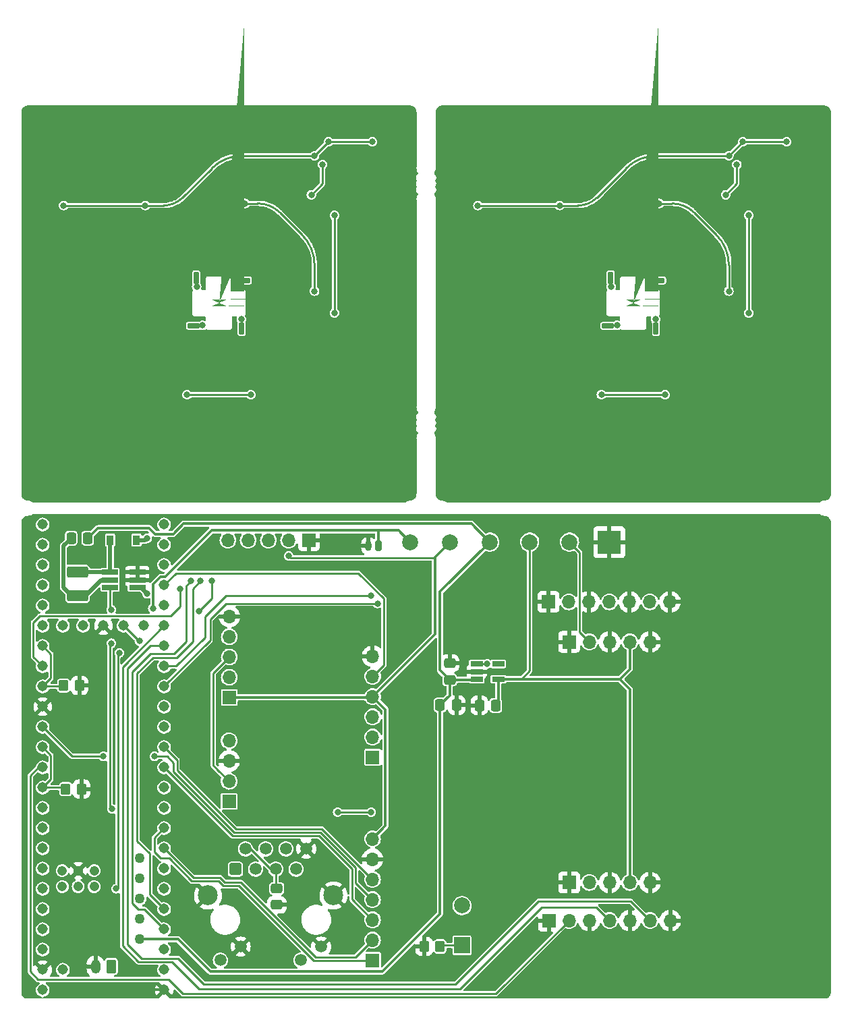
<source format=gbr>
%TF.GenerationSoftware,KiCad,Pcbnew,6.0.6-1.fc36*%
%TF.CreationDate,2022-07-31T22:14:55+02:00*%
%TF.ProjectId,CosmicWatch-ventidue,436f736d-6963-4576-9174-63682d76656e,2.5*%
%TF.SameCoordinates,Original*%
%TF.FileFunction,Copper,L2,Bot*%
%TF.FilePolarity,Positive*%
%FSLAX46Y46*%
G04 Gerber Fmt 4.6, Leading zero omitted, Abs format (unit mm)*
G04 Created by KiCad (PCBNEW 6.0.6-1.fc36) date 2022-07-31 22:14:55*
%MOMM*%
%LPD*%
G01*
G04 APERTURE LIST*
G04 Aperture macros list*
%AMRoundRect*
0 Rectangle with rounded corners*
0 $1 Rounding radius*
0 $2 $3 $4 $5 $6 $7 $8 $9 X,Y pos of 4 corners*
0 Add a 4 corners polygon primitive as box body*
4,1,4,$2,$3,$4,$5,$6,$7,$8,$9,$2,$3,0*
0 Add four circle primitives for the rounded corners*
1,1,$1+$1,$2,$3*
1,1,$1+$1,$4,$5*
1,1,$1+$1,$6,$7*
1,1,$1+$1,$8,$9*
0 Add four rect primitives between the rounded corners*
20,1,$1+$1,$2,$3,$4,$5,0*
20,1,$1+$1,$4,$5,$6,$7,0*
20,1,$1+$1,$6,$7,$8,$9,0*
20,1,$1+$1,$8,$9,$2,$3,0*%
%AMFreePoly0*
4,1,219,1.346005,3.150048,1.346010,3.150049,1.351005,3.149050,1.357000,3.149050,1.363008,3.148049,1.368012,3.146048,1.374008,3.145049,1.379022,3.143045,1.385022,3.140045,1.390026,3.138043,1.405026,3.129043,1.409029,3.125041,1.414026,3.122043,1.422035,3.114035,1.422043,3.114026,1.425041,3.109029,1.429035,3.105035,1.429043,3.105026,1.438046,3.090019,1.440045,3.085022,
1.443046,3.079019,1.445046,3.074019,1.446048,3.068014,1.448046,3.063019,1.449050,3.057000,1.449050,3.051005,1.450049,3.046010,1.450050,1.450050,3.036000,1.450050,3.043007,1.449050,3.049000,1.449050,3.049008,1.449046,3.049016,1.449047,3.055012,1.447048,3.061016,1.446047,3.079026,1.440043,3.084026,1.437043,3.090026,1.434043,3.095028,1.431042,3.101031,1.427039,
3.106035,1.423035,3.110031,1.419039,3.115031,1.415039,3.119039,1.410031,3.123039,1.406031,3.127042,1.401028,3.131043,1.395026,3.134045,1.390022,3.137043,1.384026,3.140043,1.379026,3.146049,1.361008,3.147048,1.355012,3.149048,1.349015,3.149047,1.349007,3.149050,1.349000,3.149050,1.343000,3.150050,1.336000,3.150050,-1.346000,3.149050,-1.351005,3.149050,-1.357000,
3.148049,-1.363008,3.146048,-1.368014,3.145049,-1.374008,3.143045,-1.379023,3.140045,-1.385022,3.138043,-1.390026,3.129043,-1.405026,3.125042,-1.409028,3.122043,-1.414026,3.114035,-1.422035,3.114026,-1.422043,3.109029,-1.425042,3.105035,-1.429035,3.105026,-1.429043,3.090026,-1.438043,3.085022,-1.440045,3.079018,-1.443046,3.074019,-1.445046,3.068012,-1.446048,3.063019,-1.448046,
3.057000,-1.449050,3.051005,-1.449050,3.046010,-1.450049,1.450050,-1.450050,1.450050,-3.036000,1.449050,-3.043000,1.449050,-3.049000,1.449047,-3.049007,1.449048,-3.049015,1.447048,-3.055012,1.446048,-3.061015,1.440047,-3.079016,1.437045,-3.084023,1.434043,-3.090026,1.431042,-3.095028,1.427039,-3.101031,1.423035,-3.106035,1.419039,-3.110031,1.415039,-3.115031,1.410031,-3.119039,
1.406031,-3.123039,1.401028,-3.127042,1.395026,-3.131043,1.390022,-3.134045,1.384026,-3.137043,1.379026,-3.140043,1.361008,-3.146049,1.355012,-3.147048,1.349016,-3.149047,1.349008,-3.149046,1.349000,-3.149050,1.343007,-3.149050,1.336000,-3.150050,-1.346000,-3.150050,-1.351005,-3.149050,-1.357000,-3.149050,-1.363008,-3.148049,-1.368014,-3.146048,-1.374008,-3.145049,-1.379023,-3.143045,
-1.385022,-3.140045,-1.390026,-3.138043,-1.405026,-3.129043,-1.409029,-3.125041,-1.414026,-3.122043,-1.422035,-3.114035,-1.422043,-3.114026,-1.425041,-3.109029,-1.429035,-3.105035,-1.429043,-3.105026,-1.438043,-3.090026,-1.440045,-3.085022,-1.443046,-3.079018,-1.445046,-3.074019,-1.446048,-3.068012,-1.448046,-3.063019,-1.449050,-3.057000,-1.449050,-3.051005,-1.450049,-3.046010,-1.450050,-1.450050,
-3.046000,-1.450050,-3.051005,-1.449050,-3.057000,-1.449050,-3.063008,-1.448049,-3.068014,-1.446048,-3.074008,-1.445049,-3.079023,-1.443045,-3.085022,-1.440045,-3.090026,-1.438043,-3.105026,-1.429043,-3.109029,-1.425042,-3.114026,-1.422043,-3.122035,-1.414035,-3.122043,-1.414026,-3.125042,-1.409028,-3.129035,-1.405035,-3.129043,-1.405026,-3.138043,-1.390026,-3.140045,-1.385022,-3.143046,-1.379018,
-3.145046,-1.374019,-3.146048,-1.368012,-3.148046,-1.363019,-3.149050,-1.357000,-3.149050,-1.351005,-3.150049,-1.346010,-3.150050,1.327000,-3.149049,1.334009,-3.148049,1.340008,-3.146050,1.354007,-3.144046,1.360020,-3.141046,1.367020,-3.139045,1.373022,-3.133042,1.385028,-3.129039,1.391031,-3.125042,1.396028,-3.121039,1.402031,-3.117035,1.407035,-3.107031,1.417039,-3.102028,1.421042,
-3.096027,1.425042,-3.091028,1.429042,-3.085022,1.433045,-3.073023,1.439045,-3.067015,1.441048,-3.060016,1.444047,-3.054015,1.446048,-3.040008,1.448049,-3.034007,1.449049,-3.027000,1.450050,-1.450050,1.450050,-1.450050,3.046000,-1.449050,3.051005,-1.449050,3.057000,-1.448049,3.063008,-1.446048,3.068012,-1.445049,3.074008,-1.443045,3.079022,-1.440045,3.085022,-1.438043,3.090026,
-1.429043,3.105026,-1.425041,3.109029,-1.422043,3.114026,-1.414035,3.122035,-1.414026,3.122043,-1.409029,3.125041,-1.405035,3.129035,-1.405026,3.129043,-1.390019,3.138046,-1.385022,3.140045,-1.379019,3.143046,-1.374019,3.145046,-1.368014,3.146048,-1.363019,3.148046,-1.357000,3.149050,-1.351005,3.149050,-1.346010,3.150049,1.346000,3.150050,1.346005,3.150048,1.346005,3.150048,
$1*%
G04 Aperture macros list end*
%TA.AperFunction,ComponentPad*%
%ADD10RoundRect,0.250000X0.350000X0.625000X-0.350000X0.625000X-0.350000X-0.625000X0.350000X-0.625000X0*%
%TD*%
%TA.AperFunction,ComponentPad*%
%ADD11O,1.200000X1.750000*%
%TD*%
%TA.AperFunction,ComponentPad*%
%ADD12R,1.700000X1.700000*%
%TD*%
%TA.AperFunction,ComponentPad*%
%ADD13O,1.700000X1.700000*%
%TD*%
%TA.AperFunction,ComponentPad*%
%ADD14R,2.000000X2.000000*%
%TD*%
%TA.AperFunction,ComponentPad*%
%ADD15C,2.000000*%
%TD*%
%TA.AperFunction,ComponentPad*%
%ADD16C,1.308000*%
%TD*%
%TA.AperFunction,ComponentPad*%
%ADD17C,1.258000*%
%TD*%
%TA.AperFunction,ComponentPad*%
%ADD18C,1.208000*%
%TD*%
%TA.AperFunction,ComponentPad*%
%ADD19RoundRect,0.200000X0.200000X0.450000X-0.200000X0.450000X-0.200000X-0.450000X0.200000X-0.450000X0*%
%TD*%
%TA.AperFunction,ComponentPad*%
%ADD20O,0.800000X1.300000*%
%TD*%
%TA.AperFunction,ComponentPad*%
%ADD21RoundRect,0.250500X-0.499500X-0.499500X0.499500X-0.499500X0.499500X0.499500X-0.499500X0.499500X0*%
%TD*%
%TA.AperFunction,ComponentPad*%
%ADD22C,1.500000*%
%TD*%
%TA.AperFunction,ComponentPad*%
%ADD23C,2.500000*%
%TD*%
%TA.AperFunction,SMDPad,CuDef*%
%ADD24C,2.000000*%
%TD*%
%TA.AperFunction,SMDPad,CuDef*%
%ADD25RoundRect,0.250000X-0.475000X0.337500X-0.475000X-0.337500X0.475000X-0.337500X0.475000X0.337500X0*%
%TD*%
%TA.AperFunction,SMDPad,CuDef*%
%ADD26RoundRect,0.250000X-0.337500X-0.475000X0.337500X-0.475000X0.337500X0.475000X-0.337500X0.475000X0*%
%TD*%
%TA.AperFunction,SMDPad,CuDef*%
%ADD27RoundRect,0.250000X0.337500X0.475000X-0.337500X0.475000X-0.337500X-0.475000X0.337500X-0.475000X0*%
%TD*%
%TA.AperFunction,SMDPad,CuDef*%
%ADD28R,1.560000X0.650000*%
%TD*%
%TA.AperFunction,SMDPad,CuDef*%
%ADD29R,2.000000X0.650000*%
%TD*%
%TA.AperFunction,SMDPad,CuDef*%
%ADD30RoundRect,0.250000X-0.350000X-0.450000X0.350000X-0.450000X0.350000X0.450000X-0.350000X0.450000X0*%
%TD*%
%TA.AperFunction,SMDPad,CuDef*%
%ADD31RoundRect,0.090000X0.210000X-0.647500X0.210000X0.647500X-0.210000X0.647500X-0.210000X-0.647500X0*%
%TD*%
%TA.AperFunction,SMDPad,CuDef*%
%ADD32RoundRect,0.090000X-0.647500X-0.210000X0.647500X-0.210000X0.647500X0.210000X-0.647500X0.210000X0*%
%TD*%
%TA.AperFunction,SMDPad,CuDef*%
%ADD33RoundRect,0.090000X-0.210000X0.647500X-0.210000X-0.647500X0.210000X-0.647500X0.210000X0.647500X0*%
%TD*%
%TA.AperFunction,SMDPad,CuDef*%
%ADD34RoundRect,0.090000X0.647500X0.210000X-0.647500X0.210000X-0.647500X-0.210000X0.647500X-0.210000X0*%
%TD*%
%TA.AperFunction,SMDPad,CuDef*%
%ADD35FreePoly0,180.000000*%
%TD*%
%TA.AperFunction,SMDPad,CuDef*%
%ADD36RoundRect,0.250001X1.074999X-0.462499X1.074999X0.462499X-1.074999X0.462499X-1.074999X-0.462499X0*%
%TD*%
%TA.AperFunction,SMDPad,CuDef*%
%ADD37RoundRect,0.250000X0.475000X-0.337500X0.475000X0.337500X-0.475000X0.337500X-0.475000X-0.337500X0*%
%TD*%
%TA.AperFunction,SMDPad,CuDef*%
%ADD38R,0.900000X1.200000*%
%TD*%
%TA.AperFunction,SMDPad,CuDef*%
%ADD39RoundRect,0.250000X0.350000X0.450000X-0.350000X0.450000X-0.350000X-0.450000X0.350000X-0.450000X0*%
%TD*%
%TA.AperFunction,SMDPad,CuDef*%
%ADD40R,3.000000X3.000000*%
%TD*%
%TA.AperFunction,ViaPad*%
%ADD41C,0.800000*%
%TD*%
%TA.AperFunction,Conductor*%
%ADD42C,0.350000*%
%TD*%
%TA.AperFunction,Conductor*%
%ADD43C,0.250000*%
%TD*%
%TA.AperFunction,Conductor*%
%ADD44C,0.500000*%
%TD*%
G04 APERTURE END LIST*
D10*
%TO.P,J401,1,Pin_1*%
%TO.N,Vcc*%
X36500000Y-133250000D03*
D11*
%TO.P,J401,2,Pin_2*%
%TO.N,GND*%
X34500000Y-133250000D03*
%TD*%
D12*
%TO.P,J111,1,Pin_1*%
%TO.N,/OLED-RST*%
X69275001Y-132499999D03*
D13*
%TO.P,J111,2,Pin_2*%
%TO.N,/OLED-DC*%
X69275001Y-129959999D03*
%TO.P,J111,3,Pin_3*%
%TO.N,/SPI-CS_{1}*%
X69275001Y-127419999D03*
%TO.P,J111,4,Pin_4*%
%TO.N,/SPI-CLK*%
X69275001Y-124879999D03*
%TO.P,J111,5,Pin_5*%
%TO.N,/SPI-M_{O}S_{I}*%
X69275001Y-122339999D03*
%TO.P,J111,6,Pin_6*%
%TO.N,GND*%
X69275001Y-119799999D03*
%TO.P,J111,7,Pin_7*%
%TO.N,+3.3V*%
X69275001Y-117259999D03*
%TD*%
D12*
%TO.P,SW101,1,GND*%
%TO.N,GND*%
X61290001Y-79749999D03*
D13*
%TO.P,SW101,2,VCC*%
%TO.N,+3.3V*%
X58750001Y-79749999D03*
%TO.P,SW101,3,SW*%
%TO.N,/Rot-BTN*%
X56210001Y-79749999D03*
%TO.P,SW101,4,DT*%
%TO.N,/Rot-IR*%
X53670001Y-79749999D03*
%TO.P,SW101,5,CLK*%
%TO.N,/Rot-IL*%
X51130001Y-79749999D03*
%TD*%
D12*
%TO.P,J108,1,Pin_1*%
%TO.N,GND*%
X91380001Y-87499999D03*
D13*
%TO.P,J108,2,Pin_2*%
%TO.N,/D_{2}-F*%
X93920001Y-87499999D03*
%TO.P,J108,3,Pin_3*%
%TO.N,GND*%
X96460001Y-87499999D03*
%TO.P,J108,4,Pin_4*%
%TO.N,/D_{2}-P_{1}*%
X99000001Y-87499999D03*
%TO.P,J108,5,Pin_5*%
%TO.N,GND*%
X101540001Y-87499999D03*
%TO.P,J108,6,Pin_6*%
%TO.N,/D_{2}-P_{2}*%
X104080001Y-87499999D03*
%TO.P,J108,7,Pin_7*%
%TO.N,GND*%
X106620001Y-87499999D03*
%TD*%
D14*
%TO.P,BZ101,1,-*%
%TO.N,Net-(BZ101-Pad1)*%
X80500001Y-130620784D03*
D15*
%TO.P,BZ101,2,+*%
%TO.N,/Buzzer*%
X80500001Y-125620784D03*
%TD*%
D16*
%TO.P,U101,0,RX1*%
%TO.N,/GPS-RX*%
X43120001Y-133669999D03*
%TO.P,U101,1,TX1*%
%TO.N,/GPS-TX*%
X43120001Y-131129999D03*
%TO.P,U101,2,OUT2*%
%TO.N,/Rot-IR*%
X43120001Y-128589999D03*
%TO.P,U101,3,LRCLK2*%
%TO.N,/Rot-IL*%
X43120001Y-126049999D03*
%TO.P,U101,3.3V_1,3.3V*%
%TO.N,+3.3V*%
X43120001Y-100649999D03*
%TO.P,U101,3.3V_2,3.3V__1*%
X27880001Y-131129999D03*
%TO.P,U101,3.3V_3,3.3V__2*%
X38040001Y-90489999D03*
%TO.P,U101,4,BCLK2*%
%TO.N,/Rot-BTN*%
X43120001Y-123509999D03*
%TO.P,U101,5,IN2*%
%TO.N,/Eth-LED_{2}*%
X43120001Y-120969999D03*
D17*
%TO.P,U101,5V,5V*%
%TO.N,+5V*%
X40070001Y-129859999D03*
D16*
%TO.P,U101,6,OUT1D*%
%TO.N,/OLED-DC*%
X43120001Y-118429999D03*
%TO.P,U101,7,RX2*%
%TO.N,/OLED-RST*%
X43120001Y-115889999D03*
%TO.P,U101,8,TX2*%
%TO.N,/PWR-~{SHDN}*%
X43120001Y-113349999D03*
%TO.P,U101,9,OUT1C*%
%TO.N,unconnected-(U101-Pad9)*%
X43120001Y-110809999D03*
%TO.P,U101,10,CS1*%
%TO.N,/SPI-CS_{1}*%
X43120001Y-108269999D03*
%TO.P,U101,11,MOSI*%
%TO.N,/SPI-M_{O}S_{I}*%
X43120001Y-105729999D03*
%TO.P,U101,12,MISO*%
%TO.N,/SPI-M_{I}S_{O}*%
X43120001Y-103189999D03*
%TO.P,U101,13,SCK*%
%TO.N,/SPI-CLK*%
X27880001Y-103189999D03*
%TO.P,U101,14,A0*%
%TO.N,Net-(R105-Pad1)*%
X27880001Y-105729999D03*
%TO.P,U101,15,A1*%
%TO.N,/D_{1}-F*%
X27880001Y-108269999D03*
%TO.P,U101,16,A2*%
%TO.N,Net-(R105-Pad1)*%
X27880001Y-110809999D03*
%TO.P,U101,17,A3*%
%TO.N,unconnected-(U101-Pad17)*%
X27880001Y-113349999D03*
%TO.P,U101,18,A4*%
%TO.N,/I^{2}C-SDA*%
X27880001Y-115889999D03*
%TO.P,U101,19,A5*%
%TO.N,/I^{2}C-SCL*%
X27880001Y-118429999D03*
%TO.P,U101,20,A6*%
%TO.N,unconnected-(U101-Pad20)*%
X27880001Y-120969999D03*
%TO.P,U101,21,A7*%
%TO.N,/Buzzer*%
X27880001Y-123509999D03*
%TO.P,U101,22,A8*%
%TO.N,unconnected-(U101-Pad22)*%
X27880001Y-126049999D03*
%TO.P,U101,23,A9*%
%TO.N,unconnected-(U101-Pad23)*%
X27880001Y-128589999D03*
%TO.P,U101,24,A10*%
%TO.N,/D_{2}-P_{2}*%
X43120001Y-98109999D03*
%TO.P,U101,25,A11*%
%TO.N,/D_{2}-P_{1}*%
X43120001Y-95569999D03*
%TO.P,U101,26,A12*%
%TO.N,/D_{1}-P_{2}*%
X43120001Y-93029999D03*
%TO.P,U101,27,A13*%
%TO.N,/D_{1}-P_{1}*%
X43120001Y-90489999D03*
%TO.P,U101,28,RX7*%
%TO.N,/GPS-EN*%
X43120001Y-87949999D03*
%TO.P,U101,29,TX7*%
%TO.N,/GPS-PPS*%
X43120001Y-85409999D03*
%TO.P,U101,30,CRX3*%
%TO.N,unconnected-(U101-Pad30)*%
X43120001Y-82869999D03*
%TO.P,U101,31,CTX3*%
%TO.N,unconnected-(U101-Pad31)*%
X43120001Y-80329999D03*
%TO.P,U101,32,OUT1B*%
%TO.N,unconnected-(U101-Pad32)*%
X43120001Y-77789999D03*
%TO.P,U101,33,MCLK2*%
%TO.N,unconnected-(U101-Pad33)*%
X27880001Y-77789999D03*
%TO.P,U101,34,RX8*%
%TO.N,unconnected-(U101-Pad34)*%
X27880001Y-80329999D03*
%TO.P,U101,35,TX8*%
%TO.N,unconnected-(U101-Pad35)*%
X27880001Y-82869999D03*
%TO.P,U101,36,CS2*%
%TO.N,/SPI-CS_{2}*%
X27880001Y-85409999D03*
%TO.P,U101,37,CS3*%
%TO.N,/SPI-CS_{3}*%
X27880001Y-87949999D03*
%TO.P,U101,38,A14*%
%TO.N,unconnected-(U101-Pad38)*%
X27880001Y-90489999D03*
%TO.P,U101,39,A15*%
%TO.N,Net-(R106-Pad1)*%
X27880001Y-93029999D03*
%TO.P,U101,40,A16*%
%TO.N,/D_{2}-F*%
X27880001Y-95569999D03*
%TO.P,U101,41,A17*%
%TO.N,Net-(R106-Pad1)*%
X27880001Y-98109999D03*
D17*
%TO.P,U101,D+,D+*%
%TO.N,unconnected-(U101-PadD+)*%
X40070001Y-124779999D03*
%TO.P,U101,D-,D-*%
%TO.N,unconnected-(U101-PadD-)*%
X40070001Y-127319999D03*
D16*
%TO.P,U101,GND1,GND*%
%TO.N,GND*%
X43120001Y-136209999D03*
%TO.P,U101,GND2,GND__1*%
X27880001Y-100649999D03*
%TO.P,U101,GND3,GND__2*%
X27880001Y-133669999D03*
%TO.P,U101,GND4,GND__3*%
X35500001Y-90489999D03*
D18*
%TO.P,U101,GND5,GND__4*%
X32330001Y-121239999D03*
%TO.P,U101,LED,LED*%
%TO.N,/Eth-LED_{1}*%
X32330001Y-123239999D03*
D16*
%TO.P,U101,ON/OFF,ON/OFF*%
%TO.N,unconnected-(U101-PadON/OFF)*%
X30420001Y-90489999D03*
%TO.P,U101,PROGRAM,PROGRAM*%
%TO.N,unconnected-(U101-PadPROGRAM)*%
X32960001Y-90489999D03*
D18*
%TO.P,U101,R+,R+*%
%TO.N,/Eth-RX+*%
X30330001Y-123239999D03*
%TO.P,U101,R-,R-*%
%TO.N,/Eth-RX-*%
X30330001Y-121239999D03*
%TO.P,U101,T+,T+*%
%TO.N,/Eth-TX+*%
X34330001Y-121239999D03*
%TO.P,U101,T-,T-*%
%TO.N,/Eth-TX-*%
X34330001Y-123239999D03*
D17*
%TO.P,U101,USB_GND1,USB_GND*%
%TO.N,unconnected-(U101-PadUSB_GND1)*%
X40070001Y-122239999D03*
%TO.P,U101,USB_GND2,USB_GND__1*%
%TO.N,unconnected-(U101-PadUSB_GND2)*%
X40070001Y-119699999D03*
D16*
%TO.P,U101,VBAT,VBAT*%
%TO.N,+BATT*%
X40580001Y-90489999D03*
%TO.P,U101,VIN,VIN*%
%TO.N,Vcc*%
X27880001Y-136209999D03*
%TO.P,U101,VUSB,VUSB*%
%TO.N,unconnected-(U101-PadVUSB)*%
X30420001Y-133669999D03*
%TD*%
D12*
%TO.P,J107,1,Pin_1*%
%TO.N,GND*%
X93950001Y-122724999D03*
D13*
%TO.P,J107,2,Pin_2*%
%TO.N,+V_{bias}*%
X96490001Y-122724999D03*
%TO.P,J107,3,Pin_3*%
%TO.N,GND*%
X99030001Y-122724999D03*
%TO.P,J107,4,Pin_4*%
%TO.N,+3.6V*%
X101570001Y-122724999D03*
%TO.P,J107,5,Pin_5*%
%TO.N,GND*%
X104110001Y-122724999D03*
%TD*%
D19*
%TO.P,BT401,1,+*%
%TO.N,+BATT*%
X70000001Y-80449999D03*
D20*
%TO.P,BT401,2,-*%
%TO.N,GND*%
X68750001Y-80449999D03*
%TD*%
D12*
%TO.P,J110,1,Pin_1*%
%TO.N,/GPS-EN*%
X69285787Y-107012892D03*
D13*
%TO.P,J110,2,Pin_2*%
%TO.N,/GPS-RX*%
X69285787Y-104472892D03*
%TO.P,J110,3,Pin_3*%
%TO.N,/GPS-TX*%
X69285787Y-101932892D03*
%TO.P,J110,4,Pin_4*%
%TO.N,+3.3V*%
X69285787Y-99392892D03*
%TO.P,J110,5,Pin_5*%
%TO.N,/GPS-PPS*%
X69285787Y-96852892D03*
%TO.P,J110,6,Pin_6*%
%TO.N,GND*%
X69285787Y-94312892D03*
%TD*%
D21*
%TO.P,U501,1,RD-*%
%TO.N,/Eth-TX+*%
X52055001Y-121049999D03*
D22*
%TO.P,U501,2,CT*%
%TO.N,Net-(C501-Pad1)*%
X53325001Y-118509999D03*
%TO.P,U501,3,RD+*%
%TO.N,/Eth-TX-*%
X54595001Y-121049999D03*
%TO.P,U501,4,TD-*%
%TO.N,/Eth-RX+*%
X55865001Y-118509999D03*
%TO.P,U501,5,CT*%
%TO.N,Net-(C501-Pad1)*%
X57135001Y-121049999D03*
%TO.P,U501,6,TD+*%
%TO.N,/Eth-RX-*%
X58405001Y-118509999D03*
%TO.P,U501,7*%
%TO.N,unconnected-(U501-Pad7)*%
X59675001Y-121049999D03*
%TO.P,U501,8*%
%TO.N,GND*%
X60945001Y-118509999D03*
%TO.P,U501,9,LLED+*%
%TO.N,/Eth-LED_{1}*%
X50175001Y-132479999D03*
%TO.P,U501,10,LLED-*%
%TO.N,GND*%
X52715001Y-130779999D03*
%TO.P,U501,11,RLED+*%
%TO.N,/Eth-LED_{2}*%
X60285001Y-132479999D03*
%TO.P,U501,12,RLED-*%
%TO.N,GND*%
X62825001Y-130779999D03*
D23*
%TO.P,U501,13,SHIELD*%
X48625001Y-124349999D03*
X64375001Y-124349999D03*
%TD*%
D24*
%TO.P,TP406,1,1*%
%TO.N,+5V*%
X84000001Y-79999999D03*
%TD*%
D25*
%TO.P,C501,1*%
%TO.N,Net-(C501-Pad1)*%
X57250001Y-123462499D03*
%TO.P,C501,2*%
%TO.N,GND*%
X57250001Y-125537499D03*
%TD*%
D12*
%TO.P,J106,1,Pin_1*%
%TO.N,GND*%
X91400001Y-127499999D03*
D13*
%TO.P,J106,2,Pin_2*%
%TO.N,/D_{1}-F*%
X93940001Y-127499999D03*
%TO.P,J106,3,Pin_3*%
%TO.N,GND*%
X96480001Y-127499999D03*
%TO.P,J106,4,Pin_4*%
%TO.N,/D_{1}-P_{1}*%
X99020001Y-127499999D03*
%TO.P,J106,5,Pin_5*%
%TO.N,GND*%
X101560001Y-127499999D03*
%TO.P,J106,6,Pin_6*%
%TO.N,/D_{1}-P_{2}*%
X104100001Y-127499999D03*
%TO.P,J106,7,Pin_7*%
%TO.N,GND*%
X106640001Y-127499999D03*
%TD*%
D26*
%TO.P,C403,1*%
%TO.N,+5V*%
X77737501Y-100449999D03*
%TO.P,C403,2*%
%TO.N,GND*%
X79812501Y-100449999D03*
%TD*%
D27*
%TO.P,C404,1*%
%TO.N,+5V*%
X33537501Y-79499999D03*
%TO.P,C404,2*%
%TO.N,Net-(C404-Pad2)*%
X31462501Y-79499999D03*
%TD*%
D28*
%TO.P,U401,1,VIN*%
%TO.N,+5V*%
X82362501Y-97199999D03*
%TO.P,U401,2,GND*%
%TO.N,GND*%
X82362501Y-96249999D03*
%TO.P,U401,3,CE*%
%TO.N,/PWR-~{SHDN}*%
X82362501Y-95299999D03*
%TO.P,U401,4,NC*%
%TO.N,unconnected-(U401-Pad4)*%
X85062501Y-95299999D03*
%TO.P,U401,5,VOUT*%
%TO.N,+3.6V*%
X85062501Y-97199999D03*
%TD*%
D29*
%TO.P,U402,1,PGND*%
%TO.N,GND*%
X39750001Y-83799999D03*
%TO.P,U402,2,GND*%
X39750001Y-84749999D03*
%TO.P,U402,3,FB*%
%TO.N,Net-(R401-Pad2)*%
X39750001Y-85699999D03*
%TO.P,U402,4,~{SHDN}*%
%TO.N,/PWR-~{SHDN}*%
X36330001Y-85699999D03*
%TO.P,U402,5,VIN*%
%TO.N,Net-(C404-Pad2)*%
X36330001Y-84749999D03*
%TO.P,U402,6,LX*%
%TO.N,Net-(D401-Pad2)*%
X36330001Y-83799999D03*
%TD*%
D12*
%TO.P,J109,1,Pin_1*%
%TO.N,/I^{2}C-SDA*%
X51275001Y-112549999D03*
D13*
%TO.P,J109,2,Pin_2*%
%TO.N,/I^{2}C-SCL*%
X51275001Y-110009999D03*
%TO.P,J109,3,Pin_3*%
%TO.N,GND*%
X51275001Y-107469999D03*
%TO.P,J109,4,Pin_4*%
%TO.N,+3.3V*%
X51275001Y-104929999D03*
%TD*%
D30*
%TO.P,R106,1*%
%TO.N,Net-(R106-Pad1)*%
X30500001Y-97999999D03*
%TO.P,R106,2*%
%TO.N,GND*%
X32500001Y-97999999D03*
%TD*%
D24*
%TO.P,TP404,1,1*%
%TO.N,+BATT*%
X74000001Y-79999999D03*
%TD*%
D31*
%TO.P,D201,1,Annode*%
%TO.N,Net-(C205-Pad1)*%
X104850000Y-53187500D03*
D32*
%TO.P,D201,2,Fast_Output*%
%TO.N,/Detector PCB 2/F_{out}*%
X98812500Y-52850000D03*
D33*
%TO.P,D201,3,Cathode*%
%TO.N,/Detector PCB 2/S_{out}*%
X99150000Y-46812500D03*
D34*
%TO.P,D201,4,NC*%
%TO.N,unconnected-(D201-Pad4)*%
X105187500Y-47150000D03*
D35*
%TO.P,D201,MP*%
%TO.N,N/C*%
X102000000Y-50000000D03*
%TD*%
D24*
%TO.P,TP403,1,1*%
%TO.N,+3.3V*%
X79000001Y-79999999D03*
%TD*%
D36*
%TO.P,L401,1,1*%
%TO.N,Net-(C404-Pad2)*%
X32250001Y-86737499D03*
%TO.P,L401,2,2*%
%TO.N,Net-(D401-Pad2)*%
X32250001Y-83762499D03*
%TD*%
D24*
%TO.P,TP405,1,1*%
%TO.N,+V_{bias}*%
X94000001Y-79999999D03*
%TD*%
D30*
%TO.P,R105,1*%
%TO.N,Net-(R105-Pad1)*%
X30750001Y-110999999D03*
%TO.P,R105,2*%
%TO.N,GND*%
X32750001Y-110999999D03*
%TD*%
D31*
%TO.P,D301,1,Annode*%
%TO.N,Net-(C305-Pad1)*%
X52850000Y-53187500D03*
D32*
%TO.P,D301,2,Fast_Output*%
%TO.N,/Detector PCB 1/F_{out}*%
X46812500Y-52850000D03*
D33*
%TO.P,D301,3,Cathode*%
%TO.N,/Detector PCB 1/S_{out}*%
X47150000Y-46812500D03*
D34*
%TO.P,D301,4,NC*%
%TO.N,unconnected-(D301-Pad4)*%
X53187500Y-47150000D03*
D35*
%TO.P,D301,MP*%
%TO.N,N/C*%
X50000000Y-50000000D03*
%TD*%
D27*
%TO.P,C402,1*%
%TO.N,+3.6V*%
X84750001Y-100499999D03*
%TO.P,C402,2*%
%TO.N,GND*%
X82675001Y-100499999D03*
%TD*%
D37*
%TO.P,C401,1*%
%TO.N,+5V*%
X78962501Y-97287499D03*
%TO.P,C401,2*%
%TO.N,GND*%
X78962501Y-95212499D03*
%TD*%
D24*
%TO.P,TP402,1,1*%
%TO.N,+3.6V*%
X89000001Y-79999999D03*
%TD*%
D38*
%TO.P,D401,1,K*%
%TO.N,Net-(C405-Pad1)*%
X39650001Y-79749999D03*
%TO.P,D401,2,A*%
%TO.N,Net-(D401-Pad2)*%
X36350001Y-79749999D03*
%TD*%
D39*
%TO.P,R102,1*%
%TO.N,Net-(BZ101-Pad1)*%
X77750001Y-130749999D03*
%TO.P,R102,2*%
%TO.N,GND*%
X75750001Y-130749999D03*
%TD*%
D12*
%TO.P,J105,1,Pin_1*%
%TO.N,GND*%
X93950001Y-92524999D03*
D13*
%TO.P,J105,2,Pin_2*%
%TO.N,+V_{bias}*%
X96490001Y-92524999D03*
%TO.P,J105,3,Pin_3*%
%TO.N,GND*%
X99030001Y-92524999D03*
%TO.P,J105,4,Pin_4*%
%TO.N,+3.6V*%
X101570001Y-92524999D03*
%TO.P,J105,5,Pin_5*%
%TO.N,GND*%
X104110001Y-92524999D03*
%TD*%
D12*
%TO.P,J112,1,Pin_1*%
%TO.N,+3.3V*%
X51300001Y-99499999D03*
D13*
%TO.P,J112,2,Pin_2*%
%TO.N,/I^{2}C-SDA*%
X51300001Y-96959999D03*
%TO.P,J112,3,Pin_3*%
%TO.N,/I^{2}C-SCL*%
X51300001Y-94419999D03*
%TO.P,J112,4,Pin_4*%
%TO.N,unconnected-(J112-Pad4)*%
X51300001Y-91879999D03*
%TO.P,J112,5,Pin_5*%
%TO.N,GND*%
X51300001Y-89339999D03*
%TD*%
D40*
%TO.P,TP401,1,1*%
%TO.N,GND*%
X99000001Y-79999999D03*
%TD*%
D41*
%TO.N,GND*%
X55500001Y-127249999D03*
X35500001Y-136499999D03*
%TO.N,Net-(C305-Pad1)*%
X54000000Y-61500000D03*
X46000000Y-61500000D03*
X52800000Y-52049550D03*
%TO.N,/Detector PCB 1/PEAK_{1}*%
X53250000Y-37500000D03*
X62000000Y-48500000D03*
%TO.N,/Detector PCB 1/PEAK_{2}*%
X64500000Y-51250000D03*
X64500000Y-39000000D03*
%TO.N,/Detector PCB 1/S_{out}*%
X47200000Y-47950450D03*
%TO.N,/Detector PCB 1/F_{out}*%
X47950450Y-52800000D03*
%TO.N,Net-(D302-Pad3)*%
X61600000Y-36400000D03*
X63000000Y-32600500D03*
%TO.N,/Detector PCB 1/+3.6V*%
X63750000Y-29750000D03*
X62000000Y-31500000D03*
X40750000Y-37750000D03*
X69250000Y-29750000D03*
X30500000Y-37750000D03*
%TO.N,/Detector PCB 1/GND*%
X40190000Y-73465000D03*
X27490000Y-60765000D03*
X50350000Y-27745000D03*
X64000000Y-34250000D03*
X45270000Y-70925000D03*
X50350000Y-73465000D03*
X41000000Y-36250000D03*
X63050000Y-55685000D03*
X57970000Y-30285000D03*
X30030000Y-73465000D03*
X50250000Y-37500000D03*
X45270000Y-63305000D03*
X27490000Y-68385000D03*
X53750000Y-30000000D03*
X57970000Y-68385000D03*
X35110000Y-70925000D03*
X73210000Y-65845000D03*
X68130000Y-53145000D03*
X55430000Y-63305000D03*
X68130000Y-73465000D03*
X73210000Y-45525000D03*
X50350000Y-65845000D03*
X70670000Y-40445000D03*
X37650000Y-27745000D03*
X70670000Y-60765000D03*
X58250000Y-32750000D03*
X27490000Y-37905000D03*
X68130000Y-35365000D03*
X32570000Y-58225000D03*
X73210000Y-55685000D03*
X70670000Y-30285000D03*
X32570000Y-42985000D03*
X62250000Y-38500000D03*
X60510000Y-73465000D03*
X35110000Y-63305000D03*
X37650000Y-48065000D03*
X27490000Y-53145000D03*
X27490000Y-30285000D03*
X27490000Y-45525000D03*
X39500000Y-34500000D03*
X65590000Y-48065000D03*
X51500000Y-32750000D03*
X32570000Y-50605000D03*
X32570000Y-35365000D03*
X65590000Y-68385000D03*
X63050000Y-63305000D03*
X40190000Y-65845000D03*
X63050000Y-42985000D03*
%TO.N,+BATT*%
X41700001Y-88299999D03*
%TO.N,GND*%
X65100001Y-116099999D03*
X90990001Y-106184999D03*
X93530001Y-118884999D03*
X103690001Y-106184999D03*
X93530001Y-101104999D03*
X83370001Y-121424999D03*
X116390001Y-80784999D03*
X90990001Y-93484999D03*
X106230001Y-121424999D03*
X45270001Y-98564999D03*
X108770001Y-103644999D03*
X65590001Y-126504999D03*
X96070001Y-131584999D03*
X113850001Y-129044999D03*
X121470001Y-78244999D03*
X88450001Y-98564999D03*
X98610001Y-113804999D03*
X90990001Y-134124999D03*
X60510001Y-111264999D03*
X108770001Y-126504999D03*
X80830001Y-93484999D03*
X30030001Y-113804999D03*
X55430001Y-131584999D03*
X118930001Y-116344999D03*
X88450001Y-116344999D03*
X41100001Y-103299999D03*
X65590001Y-106184999D03*
X121470001Y-106184999D03*
X65590001Y-96024999D03*
X50250001Y-102749999D03*
X30030001Y-129044999D03*
X113850001Y-121424999D03*
X98610001Y-96024999D03*
X55430001Y-108724999D03*
X116390001Y-111264999D03*
X35110001Y-103644999D03*
X101150001Y-134124999D03*
X124010001Y-90944999D03*
X108770001Y-96024999D03*
X41000001Y-81499999D03*
X60510001Y-123964999D03*
X96070001Y-78244999D03*
X73210001Y-106184999D03*
X93530001Y-111264999D03*
X85910001Y-78244999D03*
X85910001Y-111264999D03*
X113850001Y-90944999D03*
X98610001Y-103644999D03*
X55430001Y-90944999D03*
X85910001Y-103644999D03*
X111310001Y-108724999D03*
X111310001Y-85864999D03*
X55430001Y-101104999D03*
X32570001Y-108724999D03*
X106230001Y-90944999D03*
X80830001Y-116344999D03*
X106230001Y-83324999D03*
X80830001Y-108724999D03*
X35110001Y-96024999D03*
X47810001Y-103644999D03*
X73210001Y-83324999D03*
X111310001Y-116344999D03*
X111310001Y-134124999D03*
X57970001Y-96024999D03*
X124010001Y-111264999D03*
X124010001Y-83324999D03*
X30030001Y-101104999D03*
X73210001Y-116344999D03*
X118930001Y-93484999D03*
X83370001Y-83324999D03*
X124010001Y-134124999D03*
X45270001Y-123964999D03*
X106230001Y-111264999D03*
X103690001Y-98564999D03*
X121470001Y-98564999D03*
X124010001Y-118884999D03*
X118930001Y-123964999D03*
X63050001Y-80784999D03*
X60510001Y-103644999D03*
X113850001Y-98564999D03*
X111310001Y-78244999D03*
X103690001Y-78244999D03*
X106230001Y-131584999D03*
X83370001Y-129044999D03*
X88450001Y-123964999D03*
X73210001Y-123964999D03*
X116390001Y-103644999D03*
X63050001Y-90944999D03*
X98610001Y-83324999D03*
X124010001Y-126504999D03*
X73210001Y-98564999D03*
X75750001Y-134124999D03*
X30030001Y-93484999D03*
X103690001Y-116344999D03*
X118930001Y-85864999D03*
X118930001Y-131584999D03*
X90990001Y-80784999D03*
%TO.N,Net-(C405-Pad1)*%
X41000001Y-79499999D03*
%TO.N,+3.3V*%
X58750001Y-81749999D03*
X40012300Y-92424499D03*
%TO.N,/D_{2}-F*%
X45100001Y-85899999D03*
%TO.N,/D_{2}-P_{1}*%
X69100001Y-86699999D03*
%TO.N,/D_{2}-P_{2}*%
X69900001Y-87699999D03*
%TO.N,/SPI-CLK*%
X35500001Y-106899999D03*
X41900001Y-106899999D03*
%TO.N,Net-(R401-Pad2)*%
X41000001Y-86499999D03*
%TO.N,/Rot-BTN*%
X37500001Y-93899999D03*
X47500001Y-88699999D03*
X49100001Y-84899999D03*
X37100001Y-123499999D03*
%TO.N,/Rot-IR*%
X46500001Y-84899999D03*
%TO.N,/Rot-IL*%
X47700001Y-84899999D03*
%TO.N,/PWR-~{SHDN}*%
X69100001Y-113899999D03*
X36500001Y-92699999D03*
X83682999Y-95299999D03*
X36500001Y-88499999D03*
X64900001Y-113899999D03*
X36575501Y-113499999D03*
%TO.N,/Detector PCB 2/+3.6V*%
X121250000Y-29750000D03*
X114000000Y-31500000D03*
X92750000Y-37750000D03*
X115750000Y-29750000D03*
X82500000Y-37750000D03*
%TO.N,/Detector PCB 2/GND*%
X100650000Y-68385000D03*
X110250000Y-32750000D03*
X91500000Y-34500000D03*
X80330000Y-48065000D03*
X93030000Y-65845000D03*
X116000000Y-34250000D03*
X118430000Y-53145000D03*
X82870000Y-42985000D03*
X85410000Y-68385000D03*
X118430000Y-42985000D03*
X80330000Y-63305000D03*
X98110000Y-63305000D03*
X110810000Y-68385000D03*
X102250000Y-37500000D03*
X115890000Y-65845000D03*
X103500000Y-32750000D03*
X103190000Y-73465000D03*
X87950000Y-63305000D03*
X93000000Y-36250000D03*
X113350000Y-73465000D03*
X105750000Y-30000000D03*
X115890000Y-58225000D03*
X110810000Y-60765000D03*
X118430000Y-70925000D03*
X90490000Y-48065000D03*
X98110000Y-27745000D03*
X118430000Y-35365000D03*
X80330000Y-30285000D03*
X123510000Y-40445000D03*
X123510000Y-63305000D03*
X105730000Y-65845000D03*
X87950000Y-73465000D03*
X90490000Y-27745000D03*
X85410000Y-58225000D03*
X95570000Y-70925000D03*
X123510000Y-55685000D03*
X123510000Y-30285000D03*
X123510000Y-73465000D03*
X85410000Y-50605000D03*
X114250000Y-38500000D03*
X80330000Y-70925000D03*
X80330000Y-55685000D03*
X120970000Y-48065000D03*
%TO.N,Net-(C205-Pad1)*%
X106000000Y-61500000D03*
X98000000Y-61500000D03*
X104800000Y-52049550D03*
%TO.N,/Detector PCB 2/PEAK_{1}*%
X114000000Y-48500000D03*
X105250000Y-37500000D03*
%TO.N,/Detector PCB 2/PEAK_{2}*%
X116500000Y-39000000D03*
X116500000Y-51250000D03*
%TO.N,/Detector PCB 2/F_{out}*%
X99950450Y-52800000D03*
%TO.N,/Detector PCB 2/S_{out}*%
X99200000Y-47950450D03*
%TO.N,Net-(D202-Pad3)*%
X115000000Y-32600500D03*
X113600000Y-36400000D03*
%TD*%
D42*
%TO.N,+BATT*%
X72525001Y-78524999D02*
X74000001Y-79999999D01*
D43*
%TO.N,Net-(C305-Pad1)*%
X46000000Y-61500000D02*
X54000000Y-61500000D01*
X52825000Y-53162500D02*
X52850000Y-53187500D01*
X52800000Y-52049550D02*
X52800000Y-53102144D01*
X52825013Y-53162487D02*
G75*
G02*
X52800000Y-53102144I60387J60387D01*
G01*
%TO.N,/Detector PCB 1/PEAK_{1}*%
X54875000Y-37500000D02*
X53250000Y-37500000D01*
X57649048Y-38649048D02*
X60406207Y-41406207D01*
X62000000Y-45253963D02*
X62000000Y-48500000D01*
X57649049Y-38649047D02*
G75*
G03*
X54875000Y-37500000I-2774049J-2774053D01*
G01*
X62000010Y-45253963D02*
G75*
G03*
X60406206Y-41406208I-5441610J-37D01*
G01*
%TO.N,/Detector PCB 1/PEAK_{2}*%
X64500000Y-51250000D02*
X64500000Y-39000000D01*
%TO.N,/Detector PCB 1/S_{out}*%
X47200000Y-46897855D02*
X47200000Y-47950450D01*
X47175000Y-46837500D02*
X47150000Y-46812500D01*
X47174987Y-46837513D02*
G75*
G02*
X47200000Y-46897855I-60387J-60387D01*
G01*
%TO.N,/Detector PCB 1/F_{out}*%
X46837500Y-52825000D02*
X46812500Y-52850000D01*
X47950450Y-52800000D02*
X46897855Y-52800000D01*
X46837513Y-52825013D02*
G75*
G02*
X46897855Y-52800000I60387J-60387D01*
G01*
%TO.N,Net-(D302-Pad3)*%
X61600000Y-36400000D02*
X63000000Y-35000000D01*
X63000000Y-35000000D02*
X63000000Y-32600500D01*
%TO.N,/Detector PCB 1/+3.6V*%
X40750000Y-37750000D02*
X43087022Y-37750000D01*
X45413771Y-36786229D02*
X49106208Y-33093792D01*
X52947756Y-31500000D02*
X62000000Y-31500000D01*
X69250000Y-29750000D02*
X63750000Y-29750000D01*
X30500000Y-37750000D02*
X40750000Y-37750000D01*
X63750000Y-29750000D02*
X62000000Y-31500000D01*
X52947756Y-31499955D02*
G75*
G03*
X49100001Y-33093793I44J-5441545D01*
G01*
X45413756Y-36786214D02*
G75*
G02*
X43087022Y-37750000I-2326756J2326714D01*
G01*
D42*
%TO.N,+BATT*%
X70025001Y-78524999D02*
X67275001Y-78524999D01*
X42693775Y-84380999D02*
X41775001Y-85299773D01*
X70000001Y-80449999D02*
X70000001Y-78549999D01*
X41775001Y-85299773D02*
X41775001Y-88224999D01*
X70000001Y-78549999D02*
X70025001Y-78524999D01*
X67275001Y-78524999D02*
X49075001Y-78524999D01*
X41775001Y-88224999D02*
X41700001Y-88299999D01*
X43219001Y-84380999D02*
X42693775Y-84380999D01*
X74100001Y-79899999D02*
X74000001Y-79999999D01*
X72525001Y-78524999D02*
X70025001Y-78524999D01*
X49075001Y-78524999D02*
X43219001Y-84380999D01*
%TO.N,GND*%
X43120001Y-136209999D02*
X41610001Y-136209999D01*
D43*
X82362501Y-96249999D02*
X81000001Y-96249999D01*
D42*
X41500001Y-136099999D02*
X41610001Y-136209999D01*
D43*
%TO.N,Net-(BZ101-Pad1)*%
X77879216Y-130620784D02*
X77750001Y-130749999D01*
X80500001Y-130620784D02*
X77879216Y-130620784D01*
D42*
%TO.N,+5V*%
X48900001Y-133899999D02*
X70500001Y-133899999D01*
X44860001Y-129859999D02*
X48900001Y-133899999D01*
X78962501Y-99224999D02*
X78962501Y-97287499D01*
X77750001Y-96074999D02*
X77750001Y-86249999D01*
X78962501Y-97287499D02*
X77750001Y-96074999D01*
X33537501Y-79499999D02*
X34787501Y-78249999D01*
X41250001Y-78249999D02*
X42000001Y-78999999D01*
X34787501Y-78249999D02*
X41250001Y-78249999D01*
X77750001Y-86249999D02*
X84000001Y-79999999D01*
X78962501Y-97287499D02*
X82275001Y-97287499D01*
X82275001Y-97287499D02*
X82362501Y-97199999D01*
X42000001Y-78999999D02*
X44250001Y-78999999D01*
X81700001Y-77699999D02*
X84000001Y-79999999D01*
X77737501Y-126662499D02*
X77737501Y-100449999D01*
X45550001Y-77699999D02*
X81700001Y-77699999D01*
X44250001Y-78999999D02*
X45550001Y-77699999D01*
X40070001Y-129859999D02*
X44860001Y-129859999D01*
D43*
X78962501Y-97287499D02*
X79050001Y-97199999D01*
D42*
X70500001Y-133899999D02*
X77737501Y-126662499D01*
X77737501Y-100449999D02*
X78962501Y-99224999D01*
D43*
%TO.N,+3.6V*%
X89000001Y-96149999D02*
X87950001Y-97199999D01*
D42*
X101570001Y-122724999D02*
X101570001Y-98469999D01*
X87950001Y-97199999D02*
X100300001Y-97199999D01*
X101570001Y-95929999D02*
X101570001Y-92524999D01*
D43*
X89000001Y-79999999D02*
X89000001Y-96149999D01*
D42*
X85062501Y-97199999D02*
X85062501Y-100187499D01*
X85062501Y-100187499D02*
X84750001Y-100499999D01*
X101570001Y-98469999D02*
X100300001Y-97199999D01*
X100300001Y-97199999D02*
X101570001Y-95929999D01*
X85062501Y-97199999D02*
X87950001Y-97199999D01*
D44*
%TO.N,Net-(C404-Pad2)*%
X33262501Y-86737499D02*
X35250001Y-84749999D01*
X32250001Y-86737499D02*
X33262501Y-86737499D01*
X30475001Y-80487499D02*
X30475001Y-85724999D01*
X35250001Y-84749999D02*
X36330001Y-84749999D01*
X31462501Y-79499999D02*
X30475001Y-80487499D01*
X31487501Y-86737499D02*
X32250001Y-86737499D01*
X30475001Y-85724999D02*
X31487501Y-86737499D01*
%TO.N,Net-(C405-Pad1)*%
X39650001Y-79749999D02*
X40750001Y-79749999D01*
X40750001Y-79749999D02*
X41000001Y-79499999D01*
D43*
%TO.N,+V_{bias}*%
X95285001Y-91319999D02*
X95285001Y-81284999D01*
X96490001Y-92524999D02*
X95285001Y-91319999D01*
X95285001Y-81284999D02*
X94000001Y-79999999D01*
%TO.N,Net-(C501-Pad1)*%
X53960001Y-118459999D02*
X56500001Y-120999999D01*
X53325001Y-118459999D02*
X53960001Y-118459999D01*
X57135001Y-120999999D02*
X57135001Y-123347499D01*
X57135001Y-123347499D02*
X57250001Y-123462499D01*
X56500001Y-120999999D02*
X57135001Y-120999999D01*
%TO.N,+3.3V*%
X39974501Y-92424499D02*
X40012300Y-92424499D01*
D42*
X69178680Y-99499999D02*
X69285787Y-99392892D01*
X77100001Y-91578678D02*
X69285787Y-99392892D01*
X69285787Y-99392892D02*
X70900001Y-101007106D01*
X77100001Y-81899999D02*
X79000001Y-79999999D01*
X70900001Y-115634999D02*
X69275001Y-117259999D01*
D43*
X77100001Y-81899999D02*
X77025001Y-81974999D01*
D42*
X70900001Y-101007106D02*
X70900001Y-115634999D01*
D43*
X38040001Y-90489999D02*
X39974501Y-92424499D01*
X58975001Y-81974999D02*
X58750001Y-81749999D01*
D42*
X77100001Y-81899999D02*
X77100001Y-91578678D01*
X51300001Y-99499999D02*
X69178680Y-99499999D01*
D43*
X77025001Y-81974999D02*
X58975001Y-81974999D01*
%TO.N,/D_{1}-F*%
X26300001Y-109299999D02*
X27330001Y-108269999D01*
X93940001Y-127499999D02*
X84740001Y-136699999D01*
X27330001Y-108269999D02*
X27880001Y-108269999D01*
X45447259Y-136699999D02*
X43647259Y-134899999D01*
X26300001Y-133899999D02*
X26300001Y-109299999D01*
X27300001Y-134899999D02*
X26300001Y-133899999D01*
X84740001Y-136699999D02*
X45447259Y-136699999D01*
X43647259Y-134899999D02*
X27300001Y-134899999D01*
%TO.N,/D_{2}-F*%
X26700001Y-94389999D02*
X27880001Y-95569999D01*
X43900001Y-89299999D02*
X27500001Y-89299999D01*
X45110915Y-88089085D02*
X43900001Y-89299999D01*
X45110915Y-85910913D02*
X45110915Y-88089085D01*
X26700001Y-90099999D02*
X26700001Y-94389999D01*
X27500001Y-89299999D02*
X26700001Y-90099999D01*
X45100001Y-85899999D02*
X45110915Y-85910913D01*
D44*
%TO.N,Net-(D401-Pad2)*%
X36292501Y-83762499D02*
X36330001Y-83799999D01*
X36350001Y-79749999D02*
X36350001Y-83779999D01*
D43*
X36330001Y-79769999D02*
X36350001Y-79749999D01*
X32250001Y-83762499D02*
X32287501Y-83799999D01*
D44*
X32250001Y-83762499D02*
X36292501Y-83762499D01*
X36350001Y-83779999D02*
X36330001Y-83799999D01*
D43*
%TO.N,/D_{2}-P_{1}*%
X69100001Y-86699999D02*
X50900001Y-86699999D01*
X44630001Y-95569999D02*
X43120001Y-95569999D01*
X50900001Y-86699999D02*
X48250001Y-89349999D01*
X48250001Y-89349999D02*
X48250001Y-91949999D01*
X48250001Y-91949999D02*
X44630001Y-95569999D01*
%TO.N,/D_{2}-P_{2}*%
X48900001Y-92329999D02*
X43120001Y-98109999D01*
X48900001Y-89699999D02*
X48900001Y-92329999D01*
X50900001Y-87699999D02*
X48900001Y-89699999D01*
X69900001Y-87699999D02*
X50900001Y-87699999D01*
%TO.N,/I^{2}C-SCL*%
X49885001Y-108634999D02*
X49250001Y-107999999D01*
X49250001Y-96469999D02*
X51300001Y-94419999D01*
X49250001Y-107999999D02*
X49250001Y-96469999D01*
X51275001Y-110009999D02*
X49900001Y-108634999D01*
X49900001Y-108634999D02*
X49885001Y-108634999D01*
%TO.N,/GPS-PPS*%
X43120001Y-85409999D02*
X44630001Y-83899999D01*
X44630001Y-83899999D02*
X67500001Y-83899999D01*
X70700001Y-87099999D02*
X70700001Y-95438678D01*
X67500001Y-83899999D02*
X70700001Y-87099999D01*
X70700001Y-95438678D02*
X69285787Y-96852892D01*
%TO.N,/OLED-RST*%
X41900001Y-117109999D02*
X43120001Y-115889999D01*
X61925281Y-132549999D02*
X52525281Y-123149999D01*
X41900001Y-118899999D02*
X41900001Y-117109999D01*
X50513605Y-123149999D02*
X49913605Y-122549999D01*
X69275001Y-132499999D02*
X69225001Y-132549999D01*
X43753605Y-119699999D02*
X42700001Y-119699999D01*
X52525281Y-123149999D02*
X50513605Y-123149999D01*
X46603605Y-122549999D02*
X43753605Y-119699999D01*
X42700001Y-119699999D02*
X41900001Y-118899999D01*
X49913605Y-122549999D02*
X46603605Y-122549999D01*
X69225001Y-132549999D02*
X61925281Y-132549999D01*
%TO.N,/OLED-DC*%
X67135001Y-132099999D02*
X62111677Y-132099999D01*
X46790001Y-122099999D02*
X43120001Y-118429999D01*
X62111677Y-132099999D02*
X52711677Y-122699999D01*
X50100001Y-122099999D02*
X46790001Y-122099999D01*
X69275001Y-129959999D02*
X67135001Y-132099999D01*
X52711677Y-122699999D02*
X50700001Y-122699999D01*
X50700001Y-122699999D02*
X50100001Y-122099999D01*
%TO.N,/SPI-CS_{1}*%
X62562209Y-116899999D02*
X51750001Y-116899999D01*
X69275001Y-127419999D02*
X66700001Y-124844999D01*
X51750001Y-116899999D02*
X43120001Y-108269999D01*
X66700001Y-121037791D02*
X62562209Y-116899999D01*
X66700001Y-124844999D02*
X66700001Y-121037791D01*
%TO.N,/SPI-CLK*%
X62748605Y-116449999D02*
X51936397Y-116449999D01*
X43500001Y-106899999D02*
X41900001Y-106899999D01*
X44300001Y-108813603D02*
X44300001Y-107699999D01*
X35500001Y-106899999D02*
X31590001Y-106899999D01*
X44300001Y-107699999D02*
X43500001Y-106899999D01*
X51936397Y-116449999D02*
X44300001Y-108813603D01*
X69275001Y-124879999D02*
X67150001Y-122754999D01*
X31590001Y-106899999D02*
X27880001Y-103189999D01*
X67150001Y-122754999D02*
X67150001Y-120851395D01*
X67150001Y-120851395D02*
X62748605Y-116449999D01*
%TO.N,/SPI-M_{O}S_{I}*%
X52122793Y-115999999D02*
X44750001Y-108627207D01*
X44750001Y-107359999D02*
X43120001Y-105729999D01*
X62935001Y-115999999D02*
X52122793Y-115999999D01*
X44750001Y-108627207D02*
X44750001Y-107359999D01*
X69275001Y-122339999D02*
X62935001Y-115999999D01*
%TO.N,Net-(R105-Pad1)*%
X27880001Y-110809999D02*
X28900001Y-109789999D01*
X28900001Y-106749999D02*
X27880001Y-105729999D01*
X30560001Y-110809999D02*
X27880001Y-110809999D01*
X30750001Y-110999999D02*
X30560001Y-110809999D01*
X28900001Y-109789999D02*
X28900001Y-106749999D01*
%TO.N,Net-(R106-Pad1)*%
X28900001Y-94049999D02*
X27880001Y-93029999D01*
X27880001Y-98109999D02*
X28900001Y-97089999D01*
X30500001Y-97999999D02*
X30390001Y-98109999D01*
X30390001Y-98109999D02*
X27880001Y-98109999D01*
X28900001Y-97089999D02*
X28900001Y-94049999D01*
D44*
%TO.N,Net-(R401-Pad2)*%
X39750001Y-85699999D02*
X40200001Y-85699999D01*
X40200001Y-85699999D02*
X41000001Y-86499999D01*
D43*
%TO.N,/Rot-BTN*%
X37300001Y-123299999D02*
X37100001Y-123499999D01*
X49100001Y-84899999D02*
X49100001Y-87099999D01*
X49100001Y-87099999D02*
X47500001Y-88699999D01*
X37500001Y-93899999D02*
X37300001Y-94099999D01*
X37300001Y-94099999D02*
X37300001Y-123299999D01*
%TO.N,/Rot-IR*%
X44391001Y-94008999D02*
X41391001Y-94008999D01*
X45900001Y-85499999D02*
X45900001Y-92499999D01*
X40630001Y-126099999D02*
X43120001Y-128589999D01*
X39100001Y-125299999D02*
X39900001Y-126099999D01*
X39900001Y-126099999D02*
X40630001Y-126099999D01*
X45900001Y-92499999D02*
X44391001Y-94008999D01*
X46500001Y-84899999D02*
X45900001Y-85499999D01*
X39100001Y-96299999D02*
X39100001Y-125299999D01*
X41391001Y-94008999D02*
X39100001Y-96299999D01*
%TO.N,/Rot-IL*%
X44700001Y-94499999D02*
X41700001Y-94499999D01*
X39700001Y-96499999D02*
X39700001Y-117499999D01*
X46700001Y-92499999D02*
X44700001Y-94499999D01*
X39700001Y-117499999D02*
X41300001Y-119099999D01*
X41300001Y-119099999D02*
X41300001Y-124229999D01*
X41300001Y-124229999D02*
X43120001Y-126049999D01*
X46700001Y-85899999D02*
X46700001Y-92499999D01*
X41700001Y-94499999D02*
X39700001Y-96499999D01*
X47700001Y-84899999D02*
X46700001Y-85899999D01*
%TO.N,/D_{1}-P_{1}*%
X37900001Y-130699999D02*
X37900001Y-95709999D01*
X97376244Y-125856242D02*
X90543758Y-125856242D01*
X99020001Y-127499999D02*
X97376244Y-125856242D01*
X47500001Y-136099999D02*
X44091001Y-132690999D01*
X80300001Y-136099999D02*
X47500001Y-136099999D01*
X90543758Y-125856242D02*
X80300001Y-136099999D01*
X39891001Y-132690999D02*
X37900001Y-130699999D01*
X44091001Y-132690999D02*
X39891001Y-132690999D01*
X37900001Y-95709999D02*
X43120001Y-90489999D01*
%TO.N,/D_{1}-P_{2}*%
X104100001Y-127499999D02*
X101700001Y-125099999D01*
X38500001Y-130479204D02*
X38500001Y-95899999D01*
X48100001Y-135499999D02*
X44841001Y-132240999D01*
X38500001Y-95899999D02*
X41370001Y-93029999D01*
X79700001Y-135499999D02*
X48100001Y-135499999D01*
X101700001Y-125099999D02*
X90100001Y-125099999D01*
X41370001Y-93029999D02*
X43120001Y-93029999D01*
X90100001Y-125099999D02*
X79700001Y-135499999D01*
X44841001Y-132240999D02*
X40261796Y-132240999D01*
X40261796Y-132240999D02*
X38500001Y-130479204D01*
%TO.N,/PWR-~{SHDN}*%
X36500001Y-88499999D02*
X36330001Y-88329999D01*
X64900001Y-113899999D02*
X69100001Y-113899999D01*
X83682999Y-95299999D02*
X82362501Y-95299999D01*
X36330001Y-88329999D02*
X36330001Y-85699999D01*
X36300001Y-113224499D02*
X36575501Y-113499999D01*
X36300001Y-92899999D02*
X36300001Y-113224499D01*
X36500001Y-92699999D02*
X36300001Y-92899999D01*
%TO.N,/Detector PCB 2/+3.6V*%
X82500000Y-37750000D02*
X92750000Y-37750000D01*
X115750000Y-29750000D02*
X114000000Y-31500000D01*
X97413771Y-36786229D02*
X101106208Y-33093792D01*
X92750000Y-37750000D02*
X95087022Y-37750000D01*
X104947756Y-31500000D02*
X114000000Y-31500000D01*
X121250000Y-29750000D02*
X115750000Y-29750000D01*
X104947756Y-31499955D02*
G75*
G03*
X101100001Y-33093793I44J-5441545D01*
G01*
X97413756Y-36786214D02*
G75*
G02*
X95087022Y-37750000I-2326756J2326714D01*
G01*
%TO.N,Net-(C205-Pad1)*%
X104800000Y-52049550D02*
X104800000Y-53102144D01*
X98000000Y-61500000D02*
X106000000Y-61500000D01*
X104825000Y-53162500D02*
X104850000Y-53187500D01*
X104825013Y-53162487D02*
G75*
G02*
X104800000Y-53102144I60387J60387D01*
G01*
%TO.N,/Detector PCB 2/PEAK_{1}*%
X109649048Y-38649048D02*
X112406207Y-41406207D01*
X114000000Y-45253963D02*
X114000000Y-48500000D01*
X106875000Y-37500000D02*
X105250000Y-37500000D01*
X114000010Y-45253963D02*
G75*
G03*
X112406206Y-41406208I-5441610J-37D01*
G01*
X109649049Y-38649047D02*
G75*
G03*
X106875000Y-37500000I-2774049J-2774053D01*
G01*
%TO.N,/Detector PCB 2/PEAK_{2}*%
X116500000Y-51250000D02*
X116500000Y-39000000D01*
%TO.N,/Detector PCB 2/F_{out}*%
X99950450Y-52800000D02*
X98897855Y-52800000D01*
X98837500Y-52825000D02*
X98812500Y-52850000D01*
X98837513Y-52825013D02*
G75*
G02*
X98897855Y-52800000I60387J-60387D01*
G01*
%TO.N,/Detector PCB 2/S_{out}*%
X99175000Y-46837500D02*
X99150000Y-46812500D01*
X99200000Y-46897855D02*
X99200000Y-47950450D01*
X99174987Y-46837513D02*
G75*
G02*
X99200000Y-46897855I-60387J-60387D01*
G01*
%TO.N,Net-(D202-Pad3)*%
X113600000Y-36400000D02*
X115000000Y-35000000D01*
X115000000Y-35000000D02*
X115000000Y-32600500D01*
%TD*%
%TA.AperFunction,Conductor*%
%TO.N,/Detector PCB 2/GND*%
G36*
X125980243Y-25202467D02*
G01*
X125985810Y-25202477D01*
X125999640Y-25205657D01*
X126013481Y-25202525D01*
X126014604Y-25202527D01*
X126026731Y-25203134D01*
X126143623Y-25214646D01*
X126167843Y-25219463D01*
X126294085Y-25257758D01*
X126316896Y-25267207D01*
X126433236Y-25329392D01*
X126453771Y-25343114D01*
X126555738Y-25426797D01*
X126573203Y-25444262D01*
X126656886Y-25546229D01*
X126670608Y-25566764D01*
X126732792Y-25683102D01*
X126742243Y-25705918D01*
X126780536Y-25832154D01*
X126785353Y-25856374D01*
X126796164Y-25966133D01*
X126796915Y-25973761D01*
X126797502Y-25985906D01*
X126794343Y-25999642D01*
X126797474Y-26013481D01*
X126797466Y-26018311D01*
X126799499Y-26036505D01*
X126799499Y-73962919D01*
X126797533Y-73980241D01*
X126797523Y-73985810D01*
X126794343Y-73999640D01*
X126797475Y-74013481D01*
X126797473Y-74014604D01*
X126796866Y-74026734D01*
X126785354Y-74143620D01*
X126780536Y-74167846D01*
X126742243Y-74294082D01*
X126732793Y-74316896D01*
X126670609Y-74433234D01*
X126656886Y-74453771D01*
X126573203Y-74555738D01*
X126555738Y-74573203D01*
X126453771Y-74656886D01*
X126433236Y-74670608D01*
X126316896Y-74732793D01*
X126294085Y-74742242D01*
X126167843Y-74780537D01*
X126143622Y-74785354D01*
X126034075Y-74796143D01*
X126007568Y-74795934D01*
X126000717Y-74794346D01*
X126000369Y-74794346D01*
X126000358Y-74794343D01*
X126000347Y-74794345D01*
X125999999Y-74794345D01*
X125995702Y-74795325D01*
X125990582Y-74795829D01*
X125990526Y-74795810D01*
X125990321Y-74795816D01*
X125990176Y-74795869D01*
X125893710Y-74805370D01*
X125813668Y-74813254D01*
X125634499Y-74867605D01*
X125629044Y-74870521D01*
X125629041Y-74870522D01*
X125474834Y-74952948D01*
X125469375Y-74955866D01*
X125464592Y-74959791D01*
X125464591Y-74959792D01*
X125450448Y-74971399D01*
X125385101Y-74999152D01*
X125370515Y-74999999D01*
X78625764Y-74999999D01*
X78553493Y-74977212D01*
X78481576Y-74926855D01*
X78481574Y-74926854D01*
X78477067Y-74923698D01*
X78472085Y-74921375D01*
X78472080Y-74921372D01*
X78331315Y-74855733D01*
X78331314Y-74855733D01*
X78326333Y-74853410D01*
X78321025Y-74851988D01*
X78321023Y-74851987D01*
X78265098Y-74837002D01*
X78165684Y-74810364D01*
X78023728Y-74797944D01*
X78020551Y-74797666D01*
X78014855Y-74796762D01*
X78014853Y-74796783D01*
X78007722Y-74795967D01*
X78000719Y-74794344D01*
X78000362Y-74794344D01*
X78000360Y-74794343D01*
X78000001Y-74794343D01*
X77993109Y-74795915D01*
X77992559Y-74795977D01*
X77966113Y-74796161D01*
X77900478Y-74789697D01*
X77856379Y-74785354D01*
X77832157Y-74780537D01*
X77705915Y-74742242D01*
X77683104Y-74732793D01*
X77566764Y-74670608D01*
X77546229Y-74656886D01*
X77444262Y-74573203D01*
X77426797Y-74555738D01*
X77343114Y-74453771D01*
X77329391Y-74433234D01*
X77267207Y-74316896D01*
X77257757Y-74294082D01*
X77219464Y-74167846D01*
X77214646Y-74143620D01*
X77203085Y-74026239D01*
X77202498Y-74014094D01*
X77205657Y-74000358D01*
X77202526Y-73986519D01*
X77202534Y-73981689D01*
X77200501Y-73963495D01*
X77200501Y-67037370D01*
X77203756Y-67008917D01*
X77204044Y-67007675D01*
X77204045Y-67007668D01*
X77205656Y-67000717D01*
X77205657Y-66999999D01*
X77205041Y-66997298D01*
X77205287Y-66995897D01*
X77204732Y-66995946D01*
X77187258Y-66796218D01*
X77186779Y-66790738D01*
X77132411Y-66587835D01*
X77130088Y-66582853D01*
X77045962Y-66402443D01*
X77045959Y-66402438D01*
X77043636Y-66397456D01*
X77022788Y-66367682D01*
X77000001Y-66295411D01*
X77000001Y-66258342D01*
X77020003Y-66190221D01*
X77043753Y-66162889D01*
X77127282Y-66090916D01*
X77127284Y-66090913D01*
X77134082Y-66085056D01*
X77212683Y-65963790D01*
X77254090Y-65825337D01*
X77254972Y-65680827D01*
X77252505Y-65672194D01*
X77217728Y-65550509D01*
X77217726Y-65550505D01*
X77215261Y-65541879D01*
X77210475Y-65534293D01*
X77210471Y-65534285D01*
X77152091Y-65441760D01*
X77132656Y-65373475D01*
X77152919Y-65305994D01*
X77212683Y-65213790D01*
X77254090Y-65075337D01*
X77254972Y-64930827D01*
X77252505Y-64922194D01*
X77217728Y-64800509D01*
X77217726Y-64800505D01*
X77215261Y-64791879D01*
X77210475Y-64784293D01*
X77210471Y-64784285D01*
X77152091Y-64691760D01*
X77132656Y-64623475D01*
X77152919Y-64555994D01*
X77212683Y-64463790D01*
X77254090Y-64325337D01*
X77254972Y-64180827D01*
X77252505Y-64172194D01*
X77217728Y-64050509D01*
X77217726Y-64050505D01*
X77215261Y-64041879D01*
X77138147Y-63919661D01*
X77131420Y-63913720D01*
X77131414Y-63913713D01*
X77042594Y-63835271D01*
X77004775Y-63775186D01*
X77000001Y-63740830D01*
X77000001Y-63704587D01*
X77022788Y-63632316D01*
X77040479Y-63607051D01*
X77040480Y-63607049D01*
X77043636Y-63602542D01*
X77045959Y-63597560D01*
X77045962Y-63597555D01*
X77130088Y-63417145D01*
X77130088Y-63417144D01*
X77132411Y-63412163D01*
X77186779Y-63209260D01*
X77204641Y-63005095D01*
X77205135Y-63005138D01*
X77204969Y-63003680D01*
X77205656Y-63000717D01*
X77205657Y-62999999D01*
X77203655Y-62991224D01*
X77200501Y-62963209D01*
X77200501Y-61500000D01*
X97394318Y-61500000D01*
X97414956Y-61656762D01*
X97475464Y-61802841D01*
X97571718Y-61928282D01*
X97697159Y-62024536D01*
X97843238Y-62085044D01*
X98000000Y-62105682D01*
X98008188Y-62104604D01*
X98148574Y-62086122D01*
X98156762Y-62085044D01*
X98302841Y-62024536D01*
X98428282Y-61928282D01*
X98469323Y-61874796D01*
X98526661Y-61832929D01*
X98569286Y-61825500D01*
X105430714Y-61825500D01*
X105498835Y-61845502D01*
X105530677Y-61874796D01*
X105571718Y-61928282D01*
X105697159Y-62024536D01*
X105843238Y-62085044D01*
X106000000Y-62105682D01*
X106008188Y-62104604D01*
X106148574Y-62086122D01*
X106156762Y-62085044D01*
X106302841Y-62024536D01*
X106428282Y-61928282D01*
X106524536Y-61802841D01*
X106585044Y-61656762D01*
X106605682Y-61500000D01*
X106585044Y-61343238D01*
X106524536Y-61197159D01*
X106428282Y-61071718D01*
X106302841Y-60975464D01*
X106156762Y-60914956D01*
X106000000Y-60894318D01*
X105843238Y-60914956D01*
X105697159Y-60975464D01*
X105571718Y-61071718D01*
X105566695Y-61078264D01*
X105530677Y-61125204D01*
X105473339Y-61167071D01*
X105430714Y-61174500D01*
X98569286Y-61174500D01*
X98501165Y-61154498D01*
X98469323Y-61125204D01*
X98433305Y-61078264D01*
X98428282Y-61071718D01*
X98302841Y-60975464D01*
X98156762Y-60914956D01*
X98000000Y-60894318D01*
X97843238Y-60914956D01*
X97697159Y-60975464D01*
X97571718Y-61071718D01*
X97475464Y-61197159D01*
X97414956Y-61343238D01*
X97394318Y-61500000D01*
X77200501Y-61500000D01*
X77200501Y-53103158D01*
X97874500Y-53103158D01*
X97874942Y-53106870D01*
X97876258Y-53117930D01*
X97877514Y-53128489D01*
X97881351Y-53137128D01*
X97881352Y-53137131D01*
X97916723Y-53216763D01*
X97921444Y-53227391D01*
X97998034Y-53303847D01*
X98008673Y-53308551D01*
X98008674Y-53308551D01*
X98024476Y-53315537D01*
X98097013Y-53347605D01*
X98113283Y-53349502D01*
X98118203Y-53350076D01*
X98118208Y-53350076D01*
X98121842Y-53350500D01*
X99503158Y-53350500D01*
X99511745Y-53349478D01*
X99519097Y-53348604D01*
X99519100Y-53348603D01*
X99528489Y-53347486D01*
X99537129Y-53343648D01*
X99537134Y-53343647D01*
X99563294Y-53332027D01*
X99633669Y-53322655D01*
X99662659Y-53330770D01*
X99714869Y-53352396D01*
X99793688Y-53385044D01*
X99950450Y-53405682D01*
X99958638Y-53404604D01*
X100099024Y-53386122D01*
X100107212Y-53385044D01*
X100253291Y-53324536D01*
X100308828Y-53281921D01*
X100375048Y-53256321D01*
X100444597Y-53270586D01*
X100456869Y-53278024D01*
X100477061Y-53291893D01*
X100481773Y-53295689D01*
X100480787Y-53297332D01*
X100485776Y-53300326D01*
X100486347Y-53299375D01*
X100490666Y-53302855D01*
X100489782Y-53304329D01*
X100494784Y-53307331D01*
X100494796Y-53307337D01*
X100497097Y-53308718D01*
X100497099Y-53308720D01*
X100499774Y-53310325D01*
X100499786Y-53310331D01*
X100499785Y-53310332D01*
X100499790Y-53310335D01*
X100500489Y-53310755D01*
X100500499Y-53310759D01*
X100503924Y-53312815D01*
X100503924Y-53312816D01*
X100504703Y-53313284D01*
X100504715Y-53313290D01*
X100504764Y-53313319D01*
X100504767Y-53313314D01*
X100507873Y-53314771D01*
X100508727Y-53315228D01*
X100508550Y-53315537D01*
X100508557Y-53315541D01*
X100511071Y-53316482D01*
X100516371Y-53319319D01*
X100518550Y-53320889D01*
X100518552Y-53320890D01*
X100518711Y-53320571D01*
X100519575Y-53321033D01*
X100523346Y-53323314D01*
X100523557Y-53322892D01*
X100529549Y-53325888D01*
X100529558Y-53325870D01*
X100529564Y-53325873D01*
X100529555Y-53325891D01*
X100529563Y-53325895D01*
X100539436Y-53330401D01*
X100542755Y-53331916D01*
X100542739Y-53331952D01*
X100544745Y-53332793D01*
X100545049Y-53332852D01*
X100545050Y-53332850D01*
X100545055Y-53332852D01*
X100545055Y-53332853D01*
X100545062Y-53332854D01*
X100550051Y-53334850D01*
X100550051Y-53334849D01*
X100550055Y-53334851D01*
X100549997Y-53334995D01*
X100552759Y-53336153D01*
X100553324Y-53336449D01*
X100553690Y-53335555D01*
X100557566Y-53337141D01*
X100561337Y-53338985D01*
X100561340Y-53338986D01*
X100563894Y-53339730D01*
X100563897Y-53339731D01*
X100568506Y-53341073D01*
X100576405Y-53343373D01*
X100576409Y-53343374D01*
X100576572Y-53343394D01*
X100578741Y-53343981D01*
X100578729Y-53344024D01*
X100582070Y-53344820D01*
X100585127Y-53345710D01*
X100585130Y-53345711D01*
X100587405Y-53346373D01*
X100587409Y-53346374D01*
X100593561Y-53347131D01*
X100603394Y-53349651D01*
X100603386Y-53349697D01*
X100609380Y-53350696D01*
X100609489Y-53350041D01*
X100609496Y-53350042D01*
X100609387Y-53350697D01*
X100609393Y-53350698D01*
X100614124Y-53350509D01*
X100616945Y-53350509D01*
X100621427Y-53350790D01*
X100628942Y-53351488D01*
X100633936Y-53352103D01*
X100637759Y-53352648D01*
X100637992Y-53352667D01*
X100642991Y-53353478D01*
X100642995Y-53353478D01*
X100642995Y-53353088D01*
X100643005Y-53353090D01*
X100643005Y-53353478D01*
X100646658Y-53353478D01*
X100648984Y-53353665D01*
X100653991Y-53354478D01*
X100653994Y-53354478D01*
X100653994Y-53354069D01*
X100654004Y-53354070D01*
X100654004Y-53354478D01*
X103345996Y-53354478D01*
X103345996Y-53354070D01*
X103346006Y-53354069D01*
X103346006Y-53354478D01*
X103346009Y-53354478D01*
X103351016Y-53353665D01*
X103353342Y-53353478D01*
X103356995Y-53353478D01*
X103356995Y-53353090D01*
X103357005Y-53353088D01*
X103357005Y-53353478D01*
X103357009Y-53353478D01*
X103362008Y-53352667D01*
X103362241Y-53352648D01*
X103366064Y-53352103D01*
X103371058Y-53351488D01*
X103378573Y-53350790D01*
X103383055Y-53350509D01*
X103385876Y-53350509D01*
X103390607Y-53350698D01*
X103390613Y-53350697D01*
X103390504Y-53350042D01*
X103390511Y-53350042D01*
X103390620Y-53350696D01*
X103396614Y-53349697D01*
X103396608Y-53349659D01*
X103397411Y-53349609D01*
X103405367Y-53347264D01*
X103408754Y-53346847D01*
X103408765Y-53346845D01*
X103412591Y-53346374D01*
X103412595Y-53346373D01*
X103414870Y-53345711D01*
X103414873Y-53345710D01*
X103417930Y-53344820D01*
X103421271Y-53344024D01*
X103421259Y-53343981D01*
X103423428Y-53343394D01*
X103423591Y-53343374D01*
X103423595Y-53343373D01*
X103438660Y-53338986D01*
X103438663Y-53338985D01*
X103442435Y-53337140D01*
X103445814Y-53335758D01*
X103449852Y-53334608D01*
X103449949Y-53334850D01*
X103454941Y-53332853D01*
X103454945Y-53332851D01*
X103454945Y-53332852D01*
X103454950Y-53332850D01*
X103454952Y-53332849D01*
X103459337Y-53331431D01*
X103461154Y-53330401D01*
X103460936Y-53329855D01*
X103465929Y-53327858D01*
X103465875Y-53327724D01*
X103467856Y-53326602D01*
X103470437Y-53325895D01*
X103470445Y-53325891D01*
X103470173Y-53325346D01*
X103470179Y-53325343D01*
X103470451Y-53325888D01*
X103476443Y-53322892D01*
X103476466Y-53322938D01*
X103478671Y-53322094D01*
X103480425Y-53321033D01*
X103481288Y-53320571D01*
X103481448Y-53320890D01*
X103481450Y-53320889D01*
X103483629Y-53319319D01*
X103488929Y-53316482D01*
X103491443Y-53315541D01*
X103491450Y-53315537D01*
X103491273Y-53315228D01*
X103492127Y-53314771D01*
X103495233Y-53313313D01*
X103495236Y-53313319D01*
X103495293Y-53313285D01*
X103496425Y-53312606D01*
X103496430Y-53312602D01*
X103500221Y-53310327D01*
X103500226Y-53310325D01*
X103505211Y-53307333D01*
X103505216Y-53307331D01*
X103510218Y-53304329D01*
X103509396Y-53302959D01*
X103513612Y-53299306D01*
X103514224Y-53300326D01*
X103519213Y-53297332D01*
X103518077Y-53295438D01*
X103519228Y-53294441D01*
X103544816Y-53276867D01*
X103544818Y-53276865D01*
X103549581Y-53273594D01*
X103551323Y-53271852D01*
X103552470Y-53270984D01*
X103553804Y-53269875D01*
X103558581Y-53266594D01*
X103566594Y-53258581D01*
X103569875Y-53253804D01*
X103570984Y-53252470D01*
X103571852Y-53251323D01*
X103573594Y-53249581D01*
X103591891Y-53222941D01*
X103595689Y-53218227D01*
X103597332Y-53219213D01*
X103600326Y-53214224D01*
X103599375Y-53213653D01*
X103602855Y-53209334D01*
X103604329Y-53210218D01*
X103607331Y-53205216D01*
X103607337Y-53205204D01*
X103608718Y-53202903D01*
X103608720Y-53202901D01*
X103610325Y-53200226D01*
X103610326Y-53200226D01*
X103610335Y-53200210D01*
X103610540Y-53199868D01*
X103610546Y-53199856D01*
X103613325Y-53195226D01*
X103614579Y-53191984D01*
X103615231Y-53191271D01*
X103614916Y-53191112D01*
X103621499Y-53178044D01*
X103622619Y-53176307D01*
X103622892Y-53176443D01*
X103625888Y-53170451D01*
X103625870Y-53170442D01*
X103625873Y-53170436D01*
X103625891Y-53170445D01*
X103625895Y-53170437D01*
X103631916Y-53157245D01*
X103631952Y-53157261D01*
X103632793Y-53155255D01*
X103632852Y-53154951D01*
X103632850Y-53154950D01*
X103632852Y-53154945D01*
X103632853Y-53154945D01*
X103632854Y-53154938D01*
X103634850Y-53149949D01*
X103634849Y-53149949D01*
X103634851Y-53149945D01*
X103634995Y-53150003D01*
X103636153Y-53147241D01*
X103636449Y-53146676D01*
X103635555Y-53146310D01*
X103637141Y-53142434D01*
X103638985Y-53138663D01*
X103638986Y-53138660D01*
X103643373Y-53123595D01*
X103643374Y-53123591D01*
X103643394Y-53123428D01*
X103643981Y-53121259D01*
X103644024Y-53121271D01*
X103644820Y-53117930D01*
X103645711Y-53114870D01*
X103645712Y-53114866D01*
X103646373Y-53112595D01*
X103646374Y-53112591D01*
X103647131Y-53106443D01*
X103649651Y-53096612D01*
X103649696Y-53096619D01*
X103650695Y-53090626D01*
X103650041Y-53090517D01*
X103650042Y-53090504D01*
X103650697Y-53090613D01*
X103650698Y-53090607D01*
X103650509Y-53085876D01*
X103650509Y-53083058D01*
X103650791Y-53078560D01*
X103651487Y-53071063D01*
X103652096Y-53066112D01*
X103652647Y-53062244D01*
X103652665Y-53062015D01*
X103653478Y-53057010D01*
X103653478Y-53057005D01*
X103653070Y-53057005D01*
X103653070Y-53056995D01*
X103653478Y-53056995D01*
X103653478Y-53051941D01*
X103653601Y-53050420D01*
X103654478Y-53046010D01*
X103654478Y-53046006D01*
X103653977Y-53046006D01*
X103653978Y-53045996D01*
X103654478Y-53045996D01*
X103654478Y-51780478D01*
X103674480Y-51712357D01*
X103728136Y-51665864D01*
X103780478Y-51654478D01*
X104125095Y-51654478D01*
X104193216Y-51674480D01*
X104239709Y-51728136D01*
X104249813Y-51798410D01*
X104241504Y-51828695D01*
X104214956Y-51892788D01*
X104194318Y-52049550D01*
X104214956Y-52206312D01*
X104275464Y-52352391D01*
X104294440Y-52377121D01*
X104323744Y-52415311D01*
X104349344Y-52481532D01*
X104349533Y-52496559D01*
X104349500Y-52496842D01*
X104349500Y-53878158D01*
X104352514Y-53903489D01*
X104356351Y-53912128D01*
X104356352Y-53912131D01*
X104391529Y-53991326D01*
X104396444Y-54002391D01*
X104473034Y-54078847D01*
X104572013Y-54122605D01*
X104588283Y-54124502D01*
X104593203Y-54125076D01*
X104593208Y-54125076D01*
X104596842Y-54125500D01*
X105103158Y-54125500D01*
X105111745Y-54124478D01*
X105119097Y-54123604D01*
X105119100Y-54123603D01*
X105128489Y-54122486D01*
X105137128Y-54118649D01*
X105137131Y-54118648D01*
X105216763Y-54083277D01*
X105216764Y-54083276D01*
X105227391Y-54078556D01*
X105303847Y-54001966D01*
X105347605Y-53902987D01*
X105350500Y-53878158D01*
X105350500Y-52496842D01*
X105349478Y-52488255D01*
X105348604Y-52480903D01*
X105348603Y-52480900D01*
X105347486Y-52471511D01*
X105343648Y-52462871D01*
X105343647Y-52462866D01*
X105332027Y-52436706D01*
X105322655Y-52366331D01*
X105330770Y-52337341D01*
X105381884Y-52213941D01*
X105385044Y-52206312D01*
X105405682Y-52049550D01*
X105385044Y-51892788D01*
X105324536Y-51746709D01*
X105319509Y-51740158D01*
X105319507Y-51740154D01*
X105278181Y-51686296D01*
X105252581Y-51620076D01*
X105264369Y-51562603D01*
X105262053Y-51561677D01*
X105262059Y-51561662D01*
X105265507Y-51557057D01*
X105266846Y-51550527D01*
X105275692Y-51537066D01*
X105275379Y-51536850D01*
X105277900Y-51533198D01*
X105280657Y-51529753D01*
X105280414Y-51529558D01*
X105280418Y-51529552D01*
X105280428Y-51529539D01*
X105280672Y-51529734D01*
X105280676Y-51529729D01*
X105282183Y-51527179D01*
X105285709Y-51522438D01*
X105285895Y-51522205D01*
X105285895Y-51522204D01*
X105288660Y-51518749D01*
X105288416Y-51518554D01*
X105288427Y-51518538D01*
X105288672Y-51518734D01*
X105288676Y-51518729D01*
X105289890Y-51516675D01*
X105291131Y-51515431D01*
X105295131Y-51509432D01*
X105295215Y-51509488D01*
X105298475Y-51505506D01*
X105298978Y-51505918D01*
X105299073Y-51505742D01*
X105298725Y-51505542D01*
X105299299Y-51504543D01*
X105299131Y-51504431D01*
X105299135Y-51504425D01*
X105299303Y-51504537D01*
X105299307Y-51504530D01*
X105299139Y-51504418D01*
X105303133Y-51498427D01*
X105302901Y-51498273D01*
X105302905Y-51498267D01*
X105303137Y-51498422D01*
X105303141Y-51498416D01*
X105306438Y-51491675D01*
X105312456Y-51480875D01*
X105315887Y-51476453D01*
X105315889Y-51476449D01*
X105315344Y-51476177D01*
X105315357Y-51476156D01*
X105315900Y-51476428D01*
X105318887Y-51470453D01*
X105321889Y-51464449D01*
X105321871Y-51464440D01*
X105321872Y-51464438D01*
X105321890Y-51464447D01*
X105321895Y-51464437D01*
X105327916Y-51451245D01*
X105327919Y-51451229D01*
X105329051Y-51447619D01*
X105328935Y-51447569D01*
X105331939Y-51440562D01*
X105332281Y-51438895D01*
X105332854Y-51437611D01*
X105332986Y-51437655D01*
X105334983Y-51431664D01*
X105335440Y-51431816D01*
X105337733Y-51426680D01*
X105338099Y-51424701D01*
X105337984Y-51424663D01*
X105339980Y-51418676D01*
X105339261Y-51418437D01*
X105340558Y-51411445D01*
X105343341Y-51403334D01*
X105343366Y-51403340D01*
X105344130Y-51403603D01*
X105344143Y-51403534D01*
X105344373Y-51403592D01*
X105344374Y-51403588D01*
X105344692Y-51401008D01*
X105344746Y-51400769D01*
X105344750Y-51400530D01*
X105345001Y-51398494D01*
X105345004Y-51398484D01*
X105345005Y-51398484D01*
X105345363Y-51397440D01*
X105345673Y-51396697D01*
X105345782Y-51396218D01*
X105346506Y-51394108D01*
X105346507Y-51394103D01*
X105346274Y-51394056D01*
X105346286Y-51394002D01*
X105345565Y-51393913D01*
X105345889Y-51391281D01*
X105347948Y-51382838D01*
X105348425Y-51382906D01*
X105349421Y-51375931D01*
X105349882Y-51372709D01*
X105350256Y-51370288D01*
X105350270Y-51370179D01*
X105350698Y-51367607D01*
X105350845Y-51365825D01*
X105351509Y-51363116D01*
X105351518Y-51362930D01*
X105351423Y-51362916D01*
X105352421Y-51355932D01*
X105351838Y-51355849D01*
X105351839Y-51355832D01*
X105352423Y-51355915D01*
X105352424Y-51355908D01*
X105352143Y-51350462D01*
X105352232Y-51349070D01*
X105353212Y-51337225D01*
X105353311Y-51336420D01*
X105353666Y-51332012D01*
X105354478Y-51327010D01*
X105354478Y-51327005D01*
X105354070Y-51327005D01*
X105354071Y-51326994D01*
X105354478Y-51326994D01*
X105354478Y-51250000D01*
X115894318Y-51250000D01*
X115895396Y-51258188D01*
X115913868Y-51398494D01*
X115914956Y-51406762D01*
X115918116Y-51414391D01*
X115921523Y-51422615D01*
X115975464Y-51552841D01*
X116029234Y-51622915D01*
X116051877Y-51652424D01*
X116071718Y-51678282D01*
X116197159Y-51774536D01*
X116343238Y-51835044D01*
X116500000Y-51855682D01*
X116508188Y-51854604D01*
X116648574Y-51836122D01*
X116656762Y-51835044D01*
X116802841Y-51774536D01*
X116928282Y-51678282D01*
X116948124Y-51652424D01*
X116970766Y-51622915D01*
X117024536Y-51552841D01*
X117078477Y-51422615D01*
X117081884Y-51414391D01*
X117085044Y-51406762D01*
X117086133Y-51398494D01*
X117104604Y-51258188D01*
X117105682Y-51250000D01*
X117085044Y-51093238D01*
X117024536Y-50947159D01*
X116928282Y-50821718D01*
X116874796Y-50780677D01*
X116832929Y-50723339D01*
X116825500Y-50680714D01*
X116825500Y-39569286D01*
X116845502Y-39501165D01*
X116874796Y-39469323D01*
X116921736Y-39433305D01*
X116928282Y-39428282D01*
X117024536Y-39302841D01*
X117085044Y-39156762D01*
X117105682Y-39000000D01*
X117085044Y-38843238D01*
X117024536Y-38697159D01*
X116928282Y-38571718D01*
X116802841Y-38475464D01*
X116656762Y-38414956D01*
X116500000Y-38394318D01*
X116343238Y-38414956D01*
X116197159Y-38475464D01*
X116071718Y-38571718D01*
X115975464Y-38697159D01*
X115914956Y-38843238D01*
X115894318Y-39000000D01*
X115914956Y-39156762D01*
X115975464Y-39302841D01*
X116071718Y-39428282D01*
X116078264Y-39433305D01*
X116125204Y-39469323D01*
X116167071Y-39526661D01*
X116174500Y-39569286D01*
X116174500Y-50680714D01*
X116154498Y-50748835D01*
X116125204Y-50780677D01*
X116071718Y-50821718D01*
X115975464Y-50947159D01*
X115914956Y-51093238D01*
X115894318Y-51250000D01*
X105354478Y-51250000D01*
X105354478Y-48654005D01*
X105354459Y-48654005D01*
X105354459Y-48653995D01*
X105354478Y-48653995D01*
X105354478Y-48653990D01*
X105353964Y-48639498D01*
X105353498Y-48637798D01*
X105353453Y-48637317D01*
X105353223Y-48635808D01*
X105352964Y-48628498D01*
X105352060Y-48625196D01*
X105351964Y-48622499D01*
X105350829Y-48618354D01*
X105350509Y-48615374D01*
X105350509Y-48614125D01*
X105350698Y-48609394D01*
X105350697Y-48609388D01*
X105350696Y-48609388D01*
X105349700Y-48603408D01*
X105349629Y-48603420D01*
X105348590Y-48597310D01*
X105346791Y-48592953D01*
X105346699Y-48592403D01*
X105346629Y-48592415D01*
X105345590Y-48586310D01*
X105342905Y-48579809D01*
X105342904Y-48579805D01*
X105340223Y-48573313D01*
X105336832Y-48561476D01*
X105337856Y-48561066D01*
X105335860Y-48556075D01*
X105335344Y-48556281D01*
X105333699Y-48550537D01*
X105334858Y-48550073D01*
X105332857Y-48545069D01*
X105329340Y-48539735D01*
X105329279Y-48539618D01*
X105329200Y-48539329D01*
X105329856Y-48539067D01*
X105327857Y-48534069D01*
X105327111Y-48534367D01*
X105325365Y-48529807D01*
X105325886Y-48529546D01*
X105322893Y-48523560D01*
X105322141Y-48523936D01*
X105317145Y-48517435D01*
X105315142Y-48512586D01*
X105315138Y-48512580D01*
X105314831Y-48512784D01*
X105311889Y-48505659D01*
X105313335Y-48504791D01*
X105307344Y-48494806D01*
X105304337Y-48489794D01*
X105299944Y-48485035D01*
X105299631Y-48484619D01*
X105297337Y-48480794D01*
X105292957Y-48476050D01*
X105292953Y-48476044D01*
X105288628Y-48471359D01*
X105280800Y-48459600D01*
X105277216Y-48455582D01*
X105277579Y-48455309D01*
X105277576Y-48455305D01*
X105273690Y-48451630D01*
X105273082Y-48450947D01*
X105273602Y-48450427D01*
X105269610Y-48446434D01*
X105269418Y-48446626D01*
X105265956Y-48442071D01*
X105266601Y-48441427D01*
X105262598Y-48437423D01*
X105262597Y-48437422D01*
X105258608Y-48433432D01*
X105258205Y-48433835D01*
X105258178Y-48433813D01*
X105258583Y-48433408D01*
X105258580Y-48433405D01*
X105253607Y-48430038D01*
X105251685Y-48428451D01*
X105251451Y-48428276D01*
X105249608Y-48426432D01*
X105249343Y-48426697D01*
X105249315Y-48426676D01*
X105249583Y-48426408D01*
X105249580Y-48426405D01*
X105244610Y-48423040D01*
X105242127Y-48420990D01*
X105240859Y-48419616D01*
X105240852Y-48419611D01*
X105240706Y-48419816D01*
X105239988Y-48419223D01*
X105240216Y-48418947D01*
X105233137Y-48413267D01*
X105231317Y-48411545D01*
X105227430Y-48407868D01*
X105227427Y-48407866D01*
X105227175Y-48408244D01*
X105221162Y-48403452D01*
X105218430Y-48400868D01*
X105218427Y-48400866D01*
X105218175Y-48401245D01*
X105218160Y-48401233D01*
X105217957Y-48401572D01*
X105217794Y-48401816D01*
X105214908Y-48400085D01*
X105209836Y-48396249D01*
X105210193Y-48395655D01*
X105205206Y-48392663D01*
X105200206Y-48389663D01*
X105195204Y-48386662D01*
X105195276Y-48386543D01*
X105195239Y-48386520D01*
X105194834Y-48387278D01*
X105176315Y-48377392D01*
X105176542Y-48376968D01*
X105176531Y-48376960D01*
X105176454Y-48377114D01*
X105171419Y-48374596D01*
X105170465Y-48374119D01*
X105170457Y-48374136D01*
X105170432Y-48374124D01*
X105170441Y-48374107D01*
X105170437Y-48374105D01*
X105169445Y-48373652D01*
X105169430Y-48373645D01*
X105168518Y-48373229D01*
X105168525Y-48373213D01*
X105168421Y-48373163D01*
X105168662Y-48372658D01*
X105168394Y-48372572D01*
X105168167Y-48373069D01*
X105157245Y-48368084D01*
X105156145Y-48367865D01*
X105155790Y-48367703D01*
X105154951Y-48367150D01*
X105154941Y-48367146D01*
X105154884Y-48367290D01*
X105154859Y-48367278D01*
X105154916Y-48367136D01*
X105149927Y-48365141D01*
X105149748Y-48365587D01*
X105144393Y-48364522D01*
X105143868Y-48364282D01*
X105143925Y-48364140D01*
X105138934Y-48362144D01*
X105138756Y-48362589D01*
X105121792Y-48359215D01*
X105110214Y-48355142D01*
X105110212Y-48355140D01*
X105107456Y-48354171D01*
X105107586Y-48353802D01*
X105107514Y-48353797D01*
X105107597Y-48353301D01*
X105101606Y-48352303D01*
X105101499Y-48352946D01*
X105096447Y-48351169D01*
X105096592Y-48350300D01*
X105090612Y-48349304D01*
X105090612Y-48349303D01*
X105090606Y-48349302D01*
X105090600Y-48349302D01*
X105087093Y-48349442D01*
X105080216Y-48348873D01*
X105080234Y-48348655D01*
X105069299Y-48347798D01*
X105069246Y-48348337D01*
X105065008Y-48347920D01*
X105063009Y-48347522D01*
X105063006Y-48347522D01*
X105063006Y-48347715D01*
X105057010Y-48346522D01*
X105057004Y-48346522D01*
X105057004Y-48347131D01*
X105056994Y-48347130D01*
X105056994Y-48346522D01*
X105051037Y-48346522D01*
X105046010Y-48345522D01*
X105046005Y-48345522D01*
X105046005Y-48346048D01*
X105045995Y-48346047D01*
X105045995Y-48345522D01*
X103780478Y-48345522D01*
X103712357Y-48325520D01*
X103665864Y-48271864D01*
X103654478Y-48219522D01*
X103654478Y-47403158D01*
X104249500Y-47403158D01*
X104252514Y-47428489D01*
X104256351Y-47437128D01*
X104256352Y-47437131D01*
X104285680Y-47503158D01*
X104296444Y-47527391D01*
X104373034Y-47603847D01*
X104472013Y-47647605D01*
X104488283Y-47649502D01*
X104493203Y-47650076D01*
X104493208Y-47650076D01*
X104496842Y-47650500D01*
X105878158Y-47650500D01*
X105886745Y-47649478D01*
X105894097Y-47648604D01*
X105894100Y-47648603D01*
X105903489Y-47647486D01*
X105912128Y-47643649D01*
X105912131Y-47643648D01*
X105991763Y-47608277D01*
X105991764Y-47608276D01*
X106002391Y-47603556D01*
X106078847Y-47526966D01*
X106122605Y-47427987D01*
X106125500Y-47403158D01*
X106125500Y-46896842D01*
X106124247Y-46886310D01*
X106123604Y-46880903D01*
X106123603Y-46880900D01*
X106122486Y-46871511D01*
X106118649Y-46862872D01*
X106118648Y-46862869D01*
X106083277Y-46783237D01*
X106083276Y-46783236D01*
X106078556Y-46772609D01*
X106001966Y-46696153D01*
X105988483Y-46690192D01*
X105950113Y-46673229D01*
X105902987Y-46652395D01*
X105886717Y-46650498D01*
X105881797Y-46649924D01*
X105881792Y-46649924D01*
X105878158Y-46649500D01*
X104496842Y-46649500D01*
X104488255Y-46650522D01*
X104480903Y-46651396D01*
X104480900Y-46651397D01*
X104471511Y-46652514D01*
X104462872Y-46656351D01*
X104462869Y-46656352D01*
X104383237Y-46691723D01*
X104383236Y-46691724D01*
X104372609Y-46696444D01*
X104296153Y-46773034D01*
X104291449Y-46783673D01*
X104291449Y-46783674D01*
X104288032Y-46791404D01*
X104252395Y-46872013D01*
X104251298Y-46881425D01*
X104250018Y-46892403D01*
X104249500Y-46896842D01*
X104249500Y-47403158D01*
X103654478Y-47403158D01*
X103654478Y-46954005D01*
X103654459Y-46954005D01*
X103654459Y-46953995D01*
X103654478Y-46953995D01*
X103654478Y-46953990D01*
X103653964Y-46939498D01*
X103653498Y-46937798D01*
X103653453Y-46937317D01*
X103653223Y-46935808D01*
X103652964Y-46928498D01*
X103652060Y-46925196D01*
X103651964Y-46922499D01*
X103650829Y-46918354D01*
X103650509Y-46915374D01*
X103650509Y-46914125D01*
X103650698Y-46909394D01*
X103650697Y-46909388D01*
X103650696Y-46909388D01*
X103649700Y-46903408D01*
X103649629Y-46903420D01*
X103648590Y-46897310D01*
X103646791Y-46892953D01*
X103646699Y-46892403D01*
X103646629Y-46892415D01*
X103645590Y-46886310D01*
X103642905Y-46879809D01*
X103642904Y-46879805D01*
X103640223Y-46873313D01*
X103636832Y-46861476D01*
X103637856Y-46861066D01*
X103635860Y-46856075D01*
X103635344Y-46856281D01*
X103633699Y-46850537D01*
X103634858Y-46850073D01*
X103632857Y-46845069D01*
X103629340Y-46839735D01*
X103629279Y-46839618D01*
X103629200Y-46839329D01*
X103629856Y-46839067D01*
X103627857Y-46834069D01*
X103627111Y-46834367D01*
X103625365Y-46829807D01*
X103625886Y-46829546D01*
X103622893Y-46823560D01*
X103622136Y-46823939D01*
X103617142Y-46817429D01*
X103615142Y-46812586D01*
X103615138Y-46812580D01*
X103614831Y-46812784D01*
X103611884Y-46805648D01*
X103613329Y-46804781D01*
X103610337Y-46799795D01*
X103607344Y-46794806D01*
X103604337Y-46789794D01*
X103599943Y-46785034D01*
X103599632Y-46784620D01*
X103597337Y-46780794D01*
X103592957Y-46776050D01*
X103592953Y-46776044D01*
X103588628Y-46771359D01*
X103580800Y-46759600D01*
X103577216Y-46755582D01*
X103577579Y-46755309D01*
X103577576Y-46755305D01*
X103573690Y-46751630D01*
X103573082Y-46750947D01*
X103573602Y-46750427D01*
X103569610Y-46746434D01*
X103569418Y-46746626D01*
X103565956Y-46742071D01*
X103566601Y-46741427D01*
X103562598Y-46737423D01*
X103562597Y-46737422D01*
X103558608Y-46733432D01*
X103558205Y-46733835D01*
X103558178Y-46733813D01*
X103558583Y-46733408D01*
X103558580Y-46733405D01*
X103553607Y-46730038D01*
X103551685Y-46728451D01*
X103551451Y-46728276D01*
X103549608Y-46726432D01*
X103549343Y-46726697D01*
X103549315Y-46726676D01*
X103549583Y-46726408D01*
X103549580Y-46726405D01*
X103544610Y-46723040D01*
X103542127Y-46720990D01*
X103540859Y-46719616D01*
X103540852Y-46719611D01*
X103540706Y-46719816D01*
X103539988Y-46719223D01*
X103540216Y-46718947D01*
X103533137Y-46713267D01*
X103531317Y-46711545D01*
X103527430Y-46707868D01*
X103527427Y-46707866D01*
X103527175Y-46708244D01*
X103521162Y-46703452D01*
X103518430Y-46700868D01*
X103518427Y-46700866D01*
X103518175Y-46701245D01*
X103518160Y-46701233D01*
X103517957Y-46701572D01*
X103517794Y-46701816D01*
X103514908Y-46700085D01*
X103509836Y-46696249D01*
X103510193Y-46695655D01*
X103505206Y-46692663D01*
X103500206Y-46689663D01*
X103495204Y-46686662D01*
X103495276Y-46686543D01*
X103495239Y-46686520D01*
X103494834Y-46687278D01*
X103476315Y-46677392D01*
X103476542Y-46676968D01*
X103476531Y-46676960D01*
X103476454Y-46677114D01*
X103471419Y-46674596D01*
X103470465Y-46674119D01*
X103470457Y-46674136D01*
X103470432Y-46674124D01*
X103470441Y-46674107D01*
X103470437Y-46674105D01*
X103469445Y-46673652D01*
X103469430Y-46673645D01*
X103468518Y-46673229D01*
X103468525Y-46673213D01*
X103468421Y-46673163D01*
X103468662Y-46672658D01*
X103468394Y-46672572D01*
X103468167Y-46673069D01*
X103467536Y-46672781D01*
X103457245Y-46668084D01*
X103456145Y-46667865D01*
X103455790Y-46667703D01*
X103454951Y-46667150D01*
X103454941Y-46667146D01*
X103454884Y-46667290D01*
X103454859Y-46667278D01*
X103454916Y-46667136D01*
X103449927Y-46665141D01*
X103449748Y-46665587D01*
X103444393Y-46664522D01*
X103443868Y-46664282D01*
X103443925Y-46664140D01*
X103438934Y-46662144D01*
X103438756Y-46662589D01*
X103421792Y-46659215D01*
X103410214Y-46655142D01*
X103410212Y-46655140D01*
X103407456Y-46654171D01*
X103407586Y-46653802D01*
X103407514Y-46653797D01*
X103407597Y-46653301D01*
X103401606Y-46652303D01*
X103401499Y-46652946D01*
X103396447Y-46651169D01*
X103396592Y-46650300D01*
X103390612Y-46649304D01*
X103390612Y-46649303D01*
X103390606Y-46649302D01*
X103390600Y-46649302D01*
X103387093Y-46649442D01*
X103380216Y-46648873D01*
X103380234Y-46648655D01*
X103369299Y-46647798D01*
X103369246Y-46648337D01*
X103365008Y-46647920D01*
X103363009Y-46647522D01*
X103363006Y-46647522D01*
X103363006Y-46647715D01*
X103357010Y-46646522D01*
X103357004Y-46646522D01*
X103357004Y-46647131D01*
X103356994Y-46647130D01*
X103356994Y-46646522D01*
X103351037Y-46646522D01*
X103346010Y-46645522D01*
X103346005Y-46645522D01*
X103346005Y-46646048D01*
X103345995Y-46646047D01*
X103345995Y-46645522D01*
X100664007Y-46645522D01*
X100664007Y-46645930D01*
X100663996Y-46645930D01*
X100663996Y-46645522D01*
X100663990Y-46645522D01*
X100659889Y-46646188D01*
X100653217Y-46646456D01*
X100653218Y-46646502D01*
X100652093Y-46646522D01*
X100651004Y-46646522D01*
X100651004Y-46646541D01*
X100650991Y-46646542D01*
X100650991Y-46646522D01*
X100650990Y-46646522D01*
X100636498Y-46647036D01*
X100633916Y-46647743D01*
X100632140Y-46647997D01*
X100631207Y-46648130D01*
X100631206Y-46648130D01*
X100628074Y-46648578D01*
X100628140Y-46649043D01*
X100627302Y-46649293D01*
X100622440Y-46650035D01*
X100617161Y-46652332D01*
X100616343Y-46652556D01*
X100611630Y-46652734D01*
X100611391Y-46651303D01*
X100605401Y-46652301D01*
X100605517Y-46652996D01*
X100605496Y-46653001D01*
X100605380Y-46652304D01*
X100605374Y-46652305D01*
X100601444Y-46653859D01*
X100597235Y-46654128D01*
X100597420Y-46654910D01*
X100590480Y-46656551D01*
X100586350Y-46657012D01*
X100586350Y-46657011D01*
X100581033Y-46658783D01*
X100580516Y-46658908D01*
X100579130Y-46659236D01*
X100574348Y-46660012D01*
X100574342Y-46660014D01*
X100574471Y-46660401D01*
X100574452Y-46660406D01*
X100574323Y-46660020D01*
X100569535Y-46661616D01*
X100569537Y-46661616D01*
X100568342Y-46662014D01*
X100568334Y-46662016D01*
X100563211Y-46663724D01*
X100563209Y-46663725D01*
X100556342Y-46666014D01*
X100556681Y-46667032D01*
X100551978Y-46669414D01*
X100549843Y-46670147D01*
X100547560Y-46670930D01*
X100545571Y-46671435D01*
X100545056Y-46670147D01*
X100545051Y-46670149D01*
X100540743Y-46672659D01*
X100540264Y-46672781D01*
X100536139Y-46674650D01*
X100533531Y-46675743D01*
X100529560Y-46677106D01*
X100529556Y-46677108D01*
X100529681Y-46677358D01*
X100526960Y-46678499D01*
X100524477Y-46680001D01*
X100524536Y-46680119D01*
X100518551Y-46683112D01*
X100518733Y-46683476D01*
X100518732Y-46683476D01*
X100518550Y-46683112D01*
X100518546Y-46683114D01*
X100516602Y-46684515D01*
X100515893Y-46684845D01*
X100515787Y-46684668D01*
X100510789Y-46687667D01*
X100510578Y-46687316D01*
X100504725Y-46690037D01*
X100504514Y-46690192D01*
X100504796Y-46690662D01*
X100502150Y-46692249D01*
X100502142Y-46692254D01*
X100499794Y-46693663D01*
X100497573Y-46695274D01*
X100495286Y-46696785D01*
X100495161Y-46696596D01*
X100491425Y-46698640D01*
X100491575Y-46698865D01*
X100486006Y-46702577D01*
X100486004Y-46702579D01*
X100485588Y-46702856D01*
X100485589Y-46702858D01*
X100485581Y-46702861D01*
X100485578Y-46702863D01*
X100481742Y-46705483D01*
X100481732Y-46705490D01*
X100478338Y-46708961D01*
X100478031Y-46709164D01*
X100473359Y-46712833D01*
X100471794Y-46713968D01*
X100471452Y-46713498D01*
X100471426Y-46713515D01*
X100471272Y-46713323D01*
X100466271Y-46717323D01*
X100460019Y-46722531D01*
X100458803Y-46724097D01*
X100457281Y-46725315D01*
X100457574Y-46725681D01*
X100457216Y-46726142D01*
X100449686Y-46732661D01*
X100449425Y-46732400D01*
X100445428Y-46736396D01*
X100445580Y-46736548D01*
X100444521Y-46737449D01*
X100440415Y-46740409D01*
X100440409Y-46740415D01*
X100438686Y-46742805D01*
X100434689Y-46747135D01*
X100432435Y-46749389D01*
X100432449Y-46749403D01*
X100432425Y-46749428D01*
X100432411Y-46749414D01*
X100432405Y-46749420D01*
X100422521Y-46760030D01*
X100421386Y-46762021D01*
X100421382Y-46762026D01*
X100418388Y-46765371D01*
X100417336Y-46766256D01*
X100417334Y-46766258D01*
X100413343Y-46771246D01*
X100413218Y-46771146D01*
X100413023Y-46771363D01*
X100412142Y-46772758D01*
X100412291Y-46772878D01*
X100411262Y-46774154D01*
X100411189Y-46774270D01*
X100409422Y-46776307D01*
X100409413Y-46776319D01*
X100407283Y-46780384D01*
X100402978Y-46785681D01*
X100402851Y-46785596D01*
X100398861Y-46791582D01*
X100398593Y-46791404D01*
X100395179Y-46798118D01*
X100393673Y-46799778D01*
X100390669Y-46804784D01*
X100390663Y-46804796D01*
X100390662Y-46804796D01*
X100390656Y-46804806D01*
X100389607Y-46806889D01*
X100389602Y-46806898D01*
X100389601Y-46806900D01*
X100389161Y-46807700D01*
X100388994Y-46808042D01*
X100388977Y-46808111D01*
X100388763Y-46808565D01*
X100387521Y-46811031D01*
X100384654Y-46815810D01*
X100384273Y-46816883D01*
X100383208Y-46818584D01*
X100383118Y-46818539D01*
X100380122Y-46824529D01*
X100380602Y-46824769D01*
X100377085Y-46831752D01*
X100375573Y-46839350D01*
X100370506Y-46848144D01*
X100369821Y-46849659D01*
X100366021Y-46856325D01*
X100366020Y-46856325D01*
X100364018Y-46862329D01*
X100364018Y-46862331D01*
X100362018Y-46868329D01*
X100362018Y-46868331D01*
X100360023Y-46874314D01*
X100360408Y-46874443D01*
X100360401Y-46874471D01*
X100360014Y-46874342D01*
X100360012Y-46874348D01*
X100359198Y-46879365D01*
X100358908Y-46880543D01*
X100358855Y-46880819D01*
X100357018Y-46886329D01*
X100356281Y-46892938D01*
X100356226Y-46893188D01*
X100354705Y-46899306D01*
X100352305Y-46905374D01*
X100352304Y-46905380D01*
X100353001Y-46905496D01*
X100352993Y-46905528D01*
X100352299Y-46905412D01*
X100351301Y-46911404D01*
X100351358Y-46911413D01*
X100349424Y-46918377D01*
X100349035Y-46918269D01*
X100348480Y-46922954D01*
X100348713Y-46922965D01*
X100348483Y-46928051D01*
X100348580Y-46928065D01*
X100347581Y-46935052D01*
X100348163Y-46935135D01*
X100348161Y-46935169D01*
X100347577Y-46935086D01*
X100347576Y-46935093D01*
X100347890Y-46941171D01*
X100347704Y-46945280D01*
X100347112Y-46951004D01*
X100346522Y-46951004D01*
X100346522Y-46956716D01*
X100346496Y-46956968D01*
X100346333Y-46958988D01*
X100345522Y-46963990D01*
X100345522Y-46963996D01*
X100345930Y-46963996D01*
X100345929Y-46964007D01*
X100345522Y-46964007D01*
X100345522Y-48219522D01*
X100325520Y-48287643D01*
X100271864Y-48334136D01*
X100219522Y-48345522D01*
X99874905Y-48345522D01*
X99806784Y-48325520D01*
X99760291Y-48271864D01*
X99750187Y-48201590D01*
X99758496Y-48171304D01*
X99781884Y-48114841D01*
X99785044Y-48107212D01*
X99805682Y-47950450D01*
X99785044Y-47793688D01*
X99724536Y-47647609D01*
X99676256Y-47584689D01*
X99650656Y-47518468D01*
X99650467Y-47503441D01*
X99650500Y-47503158D01*
X99650500Y-46121842D01*
X99647486Y-46096511D01*
X99643649Y-46087872D01*
X99643648Y-46087869D01*
X99608277Y-46008237D01*
X99608276Y-46008236D01*
X99603556Y-45997609D01*
X99526966Y-45921153D01*
X99427987Y-45877395D01*
X99411717Y-45875498D01*
X99406797Y-45874924D01*
X99406792Y-45874924D01*
X99403158Y-45874500D01*
X98896842Y-45874500D01*
X98888255Y-45875522D01*
X98880903Y-45876396D01*
X98880900Y-45876397D01*
X98871511Y-45877514D01*
X98862872Y-45881351D01*
X98862869Y-45881352D01*
X98783237Y-45916723D01*
X98783236Y-45916724D01*
X98772609Y-45921444D01*
X98696153Y-45998034D01*
X98652395Y-46097013D01*
X98649500Y-46121842D01*
X98649500Y-47503158D01*
X98649942Y-47506870D01*
X98651322Y-47518468D01*
X98652514Y-47528489D01*
X98656352Y-47537129D01*
X98656353Y-47537134D01*
X98667973Y-47563294D01*
X98677345Y-47633669D01*
X98669230Y-47662659D01*
X98614956Y-47793688D01*
X98594318Y-47950450D01*
X98614956Y-48107212D01*
X98675464Y-48253291D01*
X98680489Y-48259840D01*
X98680491Y-48259843D01*
X98698051Y-48282727D01*
X98717472Y-48308036D01*
X98743072Y-48374255D01*
X98728808Y-48443804D01*
X98714283Y-48464030D01*
X98714876Y-48464503D01*
X98711545Y-48468683D01*
X98707868Y-48472570D01*
X98707866Y-48472573D01*
X98708244Y-48472825D01*
X98703452Y-48478838D01*
X98700868Y-48481570D01*
X98700866Y-48481573D01*
X98701245Y-48481826D01*
X98701237Y-48481836D01*
X98701473Y-48481977D01*
X98701816Y-48482206D01*
X98700085Y-48485092D01*
X98696246Y-48490168D01*
X98695652Y-48489812D01*
X98692656Y-48494806D01*
X98686665Y-48504791D01*
X98685650Y-48504182D01*
X98685591Y-48504259D01*
X98687281Y-48505161D01*
X98677391Y-48523687D01*
X98677113Y-48523548D01*
X98674119Y-48529535D01*
X98674237Y-48529594D01*
X98673085Y-48531752D01*
X98672793Y-48533220D01*
X98672326Y-48534142D01*
X98672143Y-48534069D01*
X98671316Y-48536137D01*
X98671049Y-48536664D01*
X98670741Y-48537385D01*
X98670805Y-48537414D01*
X98669874Y-48539454D01*
X98669794Y-48539597D01*
X98669567Y-48540127D01*
X98667690Y-48544240D01*
X98667143Y-48545069D01*
X98665142Y-48550073D01*
X98665587Y-48550251D01*
X98664522Y-48555607D01*
X98664282Y-48556132D01*
X98664140Y-48556075D01*
X98662144Y-48561066D01*
X98662589Y-48561244D01*
X98659215Y-48578208D01*
X98655142Y-48589786D01*
X98655140Y-48589788D01*
X98654171Y-48592544D01*
X98653802Y-48592414D01*
X98653797Y-48592486D01*
X98653301Y-48592403D01*
X98652303Y-48598394D01*
X98652946Y-48598501D01*
X98651169Y-48603553D01*
X98650300Y-48603408D01*
X98649304Y-48609388D01*
X98649303Y-48609388D01*
X98649302Y-48609394D01*
X98649491Y-48614125D01*
X98649491Y-48616946D01*
X98649155Y-48622308D01*
X98648456Y-48622264D01*
X98647795Y-48630701D01*
X98648337Y-48630754D01*
X98647920Y-48634992D01*
X98647522Y-48636991D01*
X98647522Y-48636994D01*
X98647715Y-48636994D01*
X98646522Y-48642990D01*
X98646522Y-48642996D01*
X98647131Y-48642996D01*
X98647130Y-48643006D01*
X98646522Y-48643006D01*
X98646522Y-48648963D01*
X98645522Y-48653990D01*
X98645522Y-48653995D01*
X98646048Y-48653995D01*
X98646047Y-48654005D01*
X98645522Y-48654005D01*
X98645522Y-51335994D01*
X98645930Y-51335994D01*
X98645931Y-51336005D01*
X98645522Y-51336005D01*
X98645522Y-51336010D01*
X98646317Y-51340907D01*
X98646427Y-51342158D01*
X98646522Y-51343338D01*
X98646522Y-51349010D01*
X98647577Y-51354487D01*
X98647886Y-51358896D01*
X98647576Y-51364908D01*
X98647577Y-51364915D01*
X98648161Y-51364832D01*
X98648162Y-51364852D01*
X98647579Y-51364936D01*
X98648438Y-51370943D01*
X98648578Y-51371926D01*
X98648483Y-51371940D01*
X98648713Y-51377035D01*
X98648243Y-51377056D01*
X98650486Y-51388769D01*
X98651306Y-51388632D01*
X98652307Y-51394636D01*
X98652583Y-51395942D01*
X98652584Y-51395949D01*
X98654200Y-51403603D01*
X98655920Y-51411752D01*
X98657424Y-51414888D01*
X98657714Y-51415758D01*
X98657714Y-51415759D01*
X98659007Y-51419639D01*
X98657893Y-51420010D01*
X98658156Y-51426255D01*
X98660008Y-51425638D01*
X98662008Y-51431641D01*
X98662012Y-51431651D01*
X98664011Y-51437650D01*
X98664013Y-51437655D01*
X98666004Y-51443630D01*
X98666116Y-51443592D01*
X98666118Y-51443596D01*
X98666216Y-51443559D01*
X98669088Y-51451255D01*
X98670471Y-51453325D01*
X98674431Y-51462644D01*
X98675742Y-51466467D01*
X98675745Y-51466474D01*
X98677106Y-51470441D01*
X98677109Y-51470447D01*
X98677832Y-51471451D01*
X98677973Y-51471786D01*
X98680097Y-51474599D01*
X98680497Y-51475261D01*
X98680113Y-51475453D01*
X98682038Y-51479302D01*
X98683112Y-51481450D01*
X98682850Y-51481581D01*
X98684323Y-51484435D01*
X98684674Y-51484224D01*
X98687670Y-51489216D01*
X98686999Y-51489619D01*
X98689633Y-51494724D01*
X98690198Y-51495492D01*
X98690666Y-51495211D01*
X98693666Y-51500210D01*
X98693665Y-51500211D01*
X98693668Y-51500215D01*
X98696526Y-51503794D01*
X98697024Y-51504660D01*
X98698867Y-51508429D01*
X98702865Y-51514425D01*
X98702869Y-51514431D01*
X98704082Y-51516023D01*
X98704088Y-51516031D01*
X98712384Y-51526916D01*
X98712155Y-51527091D01*
X98713316Y-51528713D01*
X98713324Y-51528729D01*
X98713328Y-51528734D01*
X98713330Y-51528733D01*
X98713344Y-51528752D01*
X98713343Y-51528753D01*
X98713356Y-51528770D01*
X98713358Y-51528772D01*
X98717334Y-51533741D01*
X98717125Y-51533909D01*
X98717854Y-51534581D01*
X98719430Y-51537005D01*
X98719795Y-51536643D01*
X98721098Y-51537958D01*
X98721347Y-51537759D01*
X98725344Y-51542754D01*
X98725619Y-51542534D01*
X98730531Y-51548980D01*
X98732209Y-51550282D01*
X98732406Y-51550581D01*
X98736411Y-51554586D01*
X98736655Y-51554342D01*
X98739348Y-51556367D01*
X98742773Y-51559822D01*
X98741932Y-51560655D01*
X98745466Y-51563537D01*
X98745414Y-51563589D01*
X98749419Y-51567594D01*
X98754642Y-51571038D01*
X98757693Y-51574097D01*
X98757246Y-51574656D01*
X98762220Y-51578636D01*
X98762241Y-51578653D01*
X98762239Y-51578655D01*
X98766250Y-51582677D01*
X98766259Y-51582666D01*
X98771247Y-51586657D01*
X98771442Y-51586414D01*
X98771461Y-51586428D01*
X98771266Y-51586672D01*
X98771271Y-51586676D01*
X98775089Y-51588933D01*
X98778754Y-51591463D01*
X98778581Y-51591713D01*
X98783783Y-51595349D01*
X98785569Y-51597131D01*
X98791571Y-51601133D01*
X98795334Y-51602973D01*
X98795608Y-51603131D01*
X98799832Y-51606263D01*
X98799790Y-51606334D01*
X98804789Y-51609334D01*
X98806870Y-51610382D01*
X98806873Y-51610384D01*
X98806902Y-51610399D01*
X98807557Y-51610760D01*
X98807640Y-51610780D01*
X98807903Y-51610903D01*
X98811030Y-51612478D01*
X98815779Y-51615328D01*
X98816698Y-51615645D01*
X98818584Y-51616821D01*
X98818550Y-51616888D01*
X98819263Y-51617245D01*
X98824547Y-51619887D01*
X98824787Y-51619407D01*
X98831751Y-51622915D01*
X98834715Y-51623505D01*
X98844966Y-51629167D01*
X98845564Y-51627916D01*
X98847576Y-51628878D01*
X98847568Y-51628895D01*
X98847570Y-51628896D01*
X98848543Y-51629340D01*
X98856658Y-51633044D01*
X98855937Y-51634624D01*
X98856115Y-51634673D01*
X98856344Y-51633986D01*
X98869194Y-51638269D01*
X98869195Y-51638270D01*
X98872954Y-51639523D01*
X98872956Y-51639523D01*
X98874332Y-51639982D01*
X98874410Y-51639747D01*
X98879208Y-51640485D01*
X98879212Y-51640462D01*
X98880064Y-51640617D01*
X98880081Y-51640620D01*
X98880425Y-51640682D01*
X98880326Y-51640980D01*
X98886318Y-51642978D01*
X98886649Y-51641986D01*
X98886669Y-51641992D01*
X98886695Y-51641848D01*
X98886704Y-51641821D01*
X98892947Y-51642953D01*
X98899544Y-51646262D01*
X98900231Y-51644273D01*
X98900234Y-51644274D01*
X98905444Y-51646072D01*
X98905649Y-51646218D01*
X98905403Y-51647699D01*
X98911400Y-51648698D01*
X98911490Y-51648159D01*
X98913627Y-51648897D01*
X98913635Y-51648898D01*
X98913647Y-51648799D01*
X98916662Y-51649744D01*
X98921376Y-51649998D01*
X98926533Y-51651197D01*
X98926475Y-51651445D01*
X98928065Y-51651517D01*
X98928079Y-51651422D01*
X98935070Y-51652421D01*
X98935153Y-51651837D01*
X98935169Y-51651838D01*
X98935085Y-51652423D01*
X98935092Y-51652424D01*
X98940755Y-51652132D01*
X98944494Y-51652385D01*
X98945425Y-51652469D01*
X98950991Y-51653478D01*
X98956645Y-51653478D01*
X98960024Y-51653782D01*
X98960646Y-51653813D01*
X98963991Y-51654478D01*
X98963995Y-51654478D01*
X98963995Y-51653977D01*
X98964006Y-51653978D01*
X98964006Y-51654478D01*
X100219522Y-51654478D01*
X100287643Y-51674480D01*
X100334136Y-51728136D01*
X100345522Y-51780478D01*
X100345522Y-52125095D01*
X100325520Y-52193216D01*
X100271864Y-52239709D01*
X100201590Y-52249813D01*
X100171304Y-52241504D01*
X100114841Y-52218116D01*
X100107212Y-52214956D01*
X99950450Y-52194318D01*
X99793688Y-52214956D01*
X99647609Y-52275464D01*
X99641058Y-52280491D01*
X99584689Y-52323744D01*
X99518468Y-52349344D01*
X99503441Y-52349533D01*
X99503158Y-52349500D01*
X98121842Y-52349500D01*
X98113255Y-52350522D01*
X98105903Y-52351396D01*
X98105900Y-52351397D01*
X98096511Y-52352514D01*
X98087872Y-52356351D01*
X98087869Y-52356352D01*
X98008237Y-52391723D01*
X98008236Y-52391724D01*
X97997609Y-52396444D01*
X97921153Y-52473034D01*
X97877395Y-52572013D01*
X97874500Y-52596842D01*
X97874500Y-53103158D01*
X77200501Y-53103158D01*
X77200501Y-37750000D01*
X81894318Y-37750000D01*
X81914956Y-37906762D01*
X81975464Y-38052841D01*
X82071718Y-38178282D01*
X82197159Y-38274536D01*
X82343238Y-38335044D01*
X82500000Y-38355682D01*
X82508188Y-38354604D01*
X82648574Y-38336122D01*
X82656762Y-38335044D01*
X82802841Y-38274536D01*
X82928282Y-38178282D01*
X82969323Y-38124796D01*
X83026661Y-38082929D01*
X83069286Y-38075500D01*
X92180714Y-38075500D01*
X92248835Y-38095502D01*
X92280677Y-38124796D01*
X92321718Y-38178282D01*
X92447159Y-38274536D01*
X92593238Y-38335044D01*
X92750000Y-38355682D01*
X92758188Y-38354604D01*
X92898574Y-38336122D01*
X92906762Y-38335044D01*
X93052841Y-38274536D01*
X93178282Y-38178282D01*
X93219323Y-38124796D01*
X93276661Y-38082929D01*
X93319286Y-38075500D01*
X95047523Y-38075500D01*
X95069401Y-38077414D01*
X95076167Y-38078607D01*
X95076169Y-38078607D01*
X95087024Y-38080521D01*
X95092213Y-38079606D01*
X95270100Y-38070866D01*
X95438795Y-38062577D01*
X95438800Y-38062576D01*
X95441883Y-38062425D01*
X95675999Y-38027696D01*
X95790271Y-38010745D01*
X95790276Y-38010744D01*
X95793323Y-38010292D01*
X95904292Y-37982495D01*
X96134961Y-37924714D01*
X96134966Y-37924712D01*
X96137962Y-37923962D01*
X96140871Y-37922921D01*
X96140878Y-37922919D01*
X96291073Y-37869177D01*
X96472478Y-37804267D01*
X96610633Y-37738923D01*
X96790862Y-37653679D01*
X96790868Y-37653676D01*
X96793652Y-37652359D01*
X97047843Y-37500000D01*
X104644318Y-37500000D01*
X104664956Y-37656762D01*
X104725464Y-37802841D01*
X104821718Y-37928282D01*
X104947159Y-38024536D01*
X105031309Y-38059392D01*
X105082319Y-38080521D01*
X105093238Y-38085044D01*
X105250000Y-38105682D01*
X105258188Y-38104604D01*
X105277991Y-38101997D01*
X105406762Y-38085044D01*
X105417682Y-38080521D01*
X105468691Y-38059392D01*
X105552841Y-38024536D01*
X105678282Y-37928282D01*
X105719323Y-37874796D01*
X105776661Y-37832929D01*
X105819286Y-37825500D01*
X106835500Y-37825500D01*
X106857379Y-37827414D01*
X106875000Y-37830521D01*
X106885855Y-37828607D01*
X106890406Y-37828607D01*
X106911401Y-37827288D01*
X107221448Y-37842520D01*
X107233744Y-37843730D01*
X107570740Y-37893720D01*
X107582846Y-37896127D01*
X107913319Y-37978906D01*
X107925151Y-37982495D01*
X108245913Y-38097265D01*
X108257337Y-38101997D01*
X108565301Y-38247653D01*
X108576202Y-38253480D01*
X108707011Y-38331884D01*
X108868412Y-38428624D01*
X108878693Y-38435494D01*
X109152320Y-38638429D01*
X109161878Y-38646273D01*
X109391879Y-38854733D01*
X109405792Y-38870512D01*
X109409013Y-38873733D01*
X109415335Y-38882762D01*
X109424365Y-38889085D01*
X109424367Y-38889087D01*
X109429997Y-38893029D01*
X109446820Y-38907146D01*
X112148112Y-41608438D01*
X112162227Y-41625258D01*
X112172493Y-41639920D01*
X112181527Y-41646246D01*
X112182537Y-41647256D01*
X112201034Y-41663407D01*
X112445365Y-41927723D01*
X112451790Y-41935246D01*
X112590106Y-42110698D01*
X112692447Y-42240517D01*
X112694357Y-42242940D01*
X112700172Y-42250944D01*
X112917849Y-42576721D01*
X112923015Y-42585152D01*
X112950237Y-42633758D01*
X113114465Y-42927007D01*
X113118957Y-42935823D01*
X113282991Y-43291642D01*
X113286777Y-43300782D01*
X113422391Y-43668377D01*
X113425448Y-43677786D01*
X113531801Y-44054878D01*
X113534111Y-44064497D01*
X113591609Y-44353548D01*
X113610552Y-44448780D01*
X113612100Y-44458552D01*
X113658154Y-44847651D01*
X113658930Y-44857513D01*
X113673062Y-45217122D01*
X113671393Y-45241761D01*
X113671393Y-45243110D01*
X113669479Y-45253965D01*
X113671393Y-45264819D01*
X113671393Y-45264820D01*
X113672586Y-45271586D01*
X113674500Y-45293466D01*
X113674500Y-47930714D01*
X113654498Y-47998835D01*
X113625204Y-48030677D01*
X113571718Y-48071718D01*
X113475464Y-48197159D01*
X113414956Y-48343238D01*
X113413878Y-48351426D01*
X113411735Y-48367703D01*
X113394318Y-48500000D01*
X113399145Y-48536664D01*
X113412354Y-48636994D01*
X113414956Y-48656762D01*
X113475464Y-48802841D01*
X113571718Y-48928282D01*
X113697159Y-49024536D01*
X113843238Y-49085044D01*
X114000000Y-49105682D01*
X114008188Y-49104604D01*
X114148574Y-49086122D01*
X114156762Y-49085044D01*
X114302841Y-49024536D01*
X114428282Y-48928282D01*
X114524536Y-48802841D01*
X114585044Y-48656762D01*
X114587647Y-48636994D01*
X114600855Y-48536664D01*
X114605682Y-48500000D01*
X114588265Y-48367703D01*
X114586122Y-48351426D01*
X114585044Y-48343238D01*
X114524536Y-48197159D01*
X114428282Y-48071718D01*
X114374796Y-48030677D01*
X114332929Y-47973339D01*
X114325500Y-47930714D01*
X114325500Y-45293462D01*
X114327414Y-45271584D01*
X114328607Y-45264820D01*
X114328607Y-45264816D01*
X114330521Y-45253961D01*
X114329799Y-45249867D01*
X114312166Y-44801134D01*
X114310357Y-44785848D01*
X114259188Y-44353548D01*
X114259187Y-44353542D01*
X114258898Y-44351100D01*
X114170486Y-43906632D01*
X114169820Y-43904271D01*
X114169817Y-43904258D01*
X114048148Y-43472861D01*
X114047474Y-43470471D01*
X113890621Y-43045306D01*
X113838076Y-42931327D01*
X113701928Y-42636003D01*
X113701928Y-42636002D01*
X113700893Y-42633758D01*
X113479462Y-42238364D01*
X113276924Y-41935246D01*
X113229070Y-41863628D01*
X113229067Y-41863625D01*
X113227690Y-41861563D01*
X112947132Y-41505676D01*
X112642349Y-41175962D01*
X112639921Y-41172494D01*
X112630891Y-41166171D01*
X112630888Y-41166168D01*
X112625259Y-41162227D01*
X112608436Y-41148110D01*
X109907145Y-38446819D01*
X109893028Y-38429996D01*
X109889084Y-38424364D01*
X109882761Y-38415334D01*
X109876665Y-38411065D01*
X109816225Y-38355682D01*
X109610583Y-38167246D01*
X109610575Y-38167239D01*
X109608547Y-38165381D01*
X109496763Y-38079606D01*
X109316407Y-37941213D01*
X109316400Y-37941208D01*
X109314217Y-37939533D01*
X109243728Y-37894627D01*
X109003652Y-37741682D01*
X109003646Y-37741678D01*
X109001322Y-37740198D01*
X108672245Y-37568891D01*
X108329490Y-37426918D01*
X108326870Y-37426092D01*
X108326862Y-37426089D01*
X107978295Y-37316186D01*
X107978290Y-37316185D01*
X107975665Y-37315357D01*
X107613464Y-37235059D01*
X107610745Y-37234701D01*
X107610739Y-37234700D01*
X107472568Y-37216510D01*
X107245642Y-37186635D01*
X107242893Y-37186515D01*
X107242882Y-37186514D01*
X106889411Y-37171081D01*
X106882334Y-37170772D01*
X106875000Y-37169479D01*
X106857380Y-37172586D01*
X106835500Y-37174500D01*
X105819286Y-37174500D01*
X105751165Y-37154498D01*
X105719323Y-37125204D01*
X105683305Y-37078264D01*
X105678282Y-37071718D01*
X105552841Y-36975464D01*
X105406762Y-36914956D01*
X105250000Y-36894318D01*
X105093238Y-36914956D01*
X104947159Y-36975464D01*
X104821718Y-37071718D01*
X104816695Y-37078264D01*
X104793941Y-37107918D01*
X104725464Y-37197159D01*
X104664956Y-37343238D01*
X104644318Y-37500000D01*
X97047843Y-37500000D01*
X97098390Y-37469703D01*
X97383757Y-37258057D01*
X97408474Y-37235655D01*
X97636419Y-37029054D01*
X97643030Y-37023062D01*
X97647487Y-37019941D01*
X97657751Y-37005282D01*
X97671870Y-36988456D01*
X98260326Y-36400000D01*
X112994318Y-36400000D01*
X113014956Y-36556762D01*
X113075464Y-36702841D01*
X113171718Y-36828282D01*
X113297159Y-36924536D01*
X113443238Y-36985044D01*
X113600000Y-37005682D01*
X113608188Y-37004604D01*
X113650672Y-36999011D01*
X113756762Y-36985044D01*
X113902841Y-36924536D01*
X114028282Y-36828282D01*
X114124536Y-36702841D01*
X114185044Y-36556762D01*
X114205682Y-36400000D01*
X114196882Y-36333157D01*
X114207821Y-36263010D01*
X114232709Y-36227617D01*
X115216215Y-35244111D01*
X115224319Y-35236684D01*
X115244749Y-35219541D01*
X115253194Y-35212455D01*
X115258707Y-35202906D01*
X115272039Y-35179815D01*
X115277945Y-35170544D01*
X115293230Y-35148715D01*
X115299554Y-35139684D01*
X115302408Y-35129034D01*
X115303885Y-35125866D01*
X115305077Y-35122590D01*
X115310588Y-35113045D01*
X115317130Y-35075942D01*
X115319509Y-35065210D01*
X115326410Y-35039456D01*
X115329264Y-35028807D01*
X115325980Y-34991272D01*
X115325500Y-34980290D01*
X115325500Y-33169786D01*
X115345502Y-33101665D01*
X115374796Y-33069823D01*
X115421736Y-33033805D01*
X115428282Y-33028782D01*
X115524536Y-32903341D01*
X115585044Y-32757262D01*
X115605682Y-32600500D01*
X115585044Y-32443738D01*
X115524536Y-32297659D01*
X115428282Y-32172218D01*
X115302841Y-32075964D01*
X115156762Y-32015456D01*
X115000000Y-31994818D01*
X114843238Y-32015456D01*
X114697159Y-32075964D01*
X114571718Y-32172218D01*
X114475464Y-32297659D01*
X114414956Y-32443738D01*
X114394318Y-32600500D01*
X114414956Y-32757262D01*
X114475464Y-32903341D01*
X114571718Y-33028782D01*
X114578264Y-33033805D01*
X114625204Y-33069823D01*
X114667071Y-33127161D01*
X114674500Y-33169786D01*
X114674500Y-34812984D01*
X114654498Y-34881105D01*
X114637595Y-34902079D01*
X113772383Y-35767291D01*
X113710071Y-35801317D01*
X113666843Y-35803118D01*
X113600000Y-35794318D01*
X113443238Y-35814956D01*
X113297159Y-35875464D01*
X113171718Y-35971718D01*
X113075464Y-36097159D01*
X113014956Y-36243238D01*
X113013878Y-36251426D01*
X113012353Y-36263010D01*
X112994318Y-36400000D01*
X98260326Y-36400000D01*
X101326570Y-33333757D01*
X101330740Y-33329587D01*
X101333716Y-33327503D01*
X101335799Y-33324528D01*
X101356506Y-33303821D01*
X101359661Y-33299315D01*
X101363202Y-33295095D01*
X101363645Y-33295467D01*
X101374805Y-33282689D01*
X101621518Y-33054625D01*
X101629041Y-33048200D01*
X101811359Y-32904468D01*
X101936745Y-32805619D01*
X101944725Y-32799822D01*
X102270513Y-32582132D01*
X102278938Y-32576969D01*
X102502213Y-32451926D01*
X102620804Y-32385511D01*
X102629618Y-32381020D01*
X102651828Y-32370781D01*
X102985438Y-32216980D01*
X102994553Y-32213203D01*
X103362172Y-32077577D01*
X103371580Y-32074521D01*
X103748666Y-31968169D01*
X103758285Y-31965859D01*
X104142584Y-31889413D01*
X104152356Y-31887866D01*
X104541432Y-31841812D01*
X104551295Y-31841035D01*
X104818839Y-31830521D01*
X104910751Y-31826909D01*
X104935810Y-31828607D01*
X104936905Y-31828607D01*
X104947759Y-31830521D01*
X104958613Y-31828607D01*
X104958614Y-31828607D01*
X104965380Y-31827414D01*
X104987260Y-31825500D01*
X113430714Y-31825500D01*
X113498835Y-31845502D01*
X113530677Y-31874796D01*
X113571718Y-31928282D01*
X113697159Y-32024536D01*
X113843238Y-32085044D01*
X114000000Y-32105682D01*
X114008188Y-32104604D01*
X114148574Y-32086122D01*
X114156762Y-32085044D01*
X114302841Y-32024536D01*
X114428282Y-31928282D01*
X114524536Y-31802841D01*
X114585044Y-31656762D01*
X114605682Y-31500000D01*
X114596882Y-31433157D01*
X114607821Y-31363010D01*
X114632709Y-31327617D01*
X115577617Y-30382709D01*
X115639929Y-30348683D01*
X115683157Y-30346882D01*
X115750000Y-30355682D01*
X115758188Y-30354604D01*
X115898574Y-30336122D01*
X115906762Y-30335044D01*
X116052841Y-30274536D01*
X116178282Y-30178282D01*
X116219323Y-30124796D01*
X116276661Y-30082929D01*
X116319286Y-30075500D01*
X120680714Y-30075500D01*
X120748835Y-30095502D01*
X120780677Y-30124796D01*
X120821718Y-30178282D01*
X120947159Y-30274536D01*
X121093238Y-30335044D01*
X121250000Y-30355682D01*
X121258188Y-30354604D01*
X121398574Y-30336122D01*
X121406762Y-30335044D01*
X121552841Y-30274536D01*
X121678282Y-30178282D01*
X121774536Y-30052841D01*
X121835044Y-29906762D01*
X121855682Y-29750000D01*
X121835044Y-29593238D01*
X121774536Y-29447159D01*
X121678282Y-29321718D01*
X121552841Y-29225464D01*
X121406762Y-29164956D01*
X121250000Y-29144318D01*
X121093238Y-29164956D01*
X120947159Y-29225464D01*
X120821718Y-29321718D01*
X120816695Y-29328264D01*
X120780677Y-29375204D01*
X120723339Y-29417071D01*
X120680714Y-29424500D01*
X116319286Y-29424500D01*
X116251165Y-29404498D01*
X116219323Y-29375204D01*
X116183305Y-29328264D01*
X116178282Y-29321718D01*
X116052841Y-29225464D01*
X115906762Y-29164956D01*
X115750000Y-29144318D01*
X115593238Y-29164956D01*
X115447159Y-29225464D01*
X115321718Y-29321718D01*
X115225464Y-29447159D01*
X115164956Y-29593238D01*
X115144318Y-29750000D01*
X115145396Y-29758188D01*
X115153118Y-29816842D01*
X115142179Y-29886990D01*
X115117291Y-29922383D01*
X114172383Y-30867291D01*
X114110071Y-30901317D01*
X114066843Y-30903118D01*
X114000000Y-30894318D01*
X113843238Y-30914956D01*
X113697159Y-30975464D01*
X113571718Y-31071718D01*
X113566695Y-31078264D01*
X113530677Y-31125204D01*
X113473339Y-31167071D01*
X113430714Y-31174500D01*
X104987254Y-31174500D01*
X104965376Y-31172586D01*
X104958612Y-31171393D01*
X104958608Y-31171393D01*
X104947753Y-31169479D01*
X104943915Y-31170156D01*
X104494925Y-31187800D01*
X104492464Y-31188091D01*
X104492455Y-31188092D01*
X104269907Y-31214435D01*
X104044889Y-31241070D01*
X103600419Y-31329484D01*
X103451256Y-31371554D01*
X103166639Y-31451827D01*
X103166635Y-31451828D01*
X103164257Y-31452499D01*
X102739091Y-31609356D01*
X102327543Y-31799088D01*
X102325396Y-31800290D01*
X102325385Y-31800296D01*
X101934309Y-32019314D01*
X101934303Y-32019318D01*
X101932149Y-32020524D01*
X101555348Y-32272300D01*
X101199463Y-32552864D01*
X100869756Y-32857650D01*
X100866284Y-32860081D01*
X100859962Y-32869110D01*
X100841527Y-32895439D01*
X100827408Y-32912265D01*
X97211542Y-36528132D01*
X97194721Y-36542248D01*
X97180055Y-36552517D01*
X97173730Y-36561550D01*
X97170394Y-36564886D01*
X97156658Y-36580464D01*
X97142667Y-36593145D01*
X96972587Y-36747299D01*
X96963029Y-36755144D01*
X96739254Y-36921109D01*
X96728973Y-36927978D01*
X96490023Y-37071202D01*
X96479118Y-37077031D01*
X96353195Y-37136590D01*
X96227268Y-37196150D01*
X96215854Y-37200878D01*
X96065702Y-37254605D01*
X95953548Y-37294735D01*
X95941715Y-37298325D01*
X95870412Y-37316186D01*
X95671461Y-37366022D01*
X95659343Y-37368432D01*
X95383760Y-37409313D01*
X95371460Y-37410525D01*
X95123420Y-37422712D01*
X95102423Y-37421393D01*
X95097875Y-37421393D01*
X95087020Y-37419479D01*
X95076166Y-37421393D01*
X95076165Y-37421393D01*
X95069399Y-37422586D01*
X95047519Y-37424500D01*
X93319286Y-37424500D01*
X93251165Y-37404498D01*
X93219323Y-37375204D01*
X93183305Y-37328264D01*
X93178282Y-37321718D01*
X93052841Y-37225464D01*
X92920803Y-37170772D01*
X92914391Y-37168116D01*
X92906762Y-37164956D01*
X92750000Y-37144318D01*
X92593238Y-37164956D01*
X92585609Y-37168116D01*
X92579197Y-37170772D01*
X92447159Y-37225464D01*
X92321718Y-37321718D01*
X92316695Y-37328264D01*
X92280677Y-37375204D01*
X92223339Y-37417071D01*
X92180714Y-37424500D01*
X83069286Y-37424500D01*
X83001165Y-37404498D01*
X82969323Y-37375204D01*
X82933305Y-37328264D01*
X82928282Y-37321718D01*
X82802841Y-37225464D01*
X82670803Y-37170772D01*
X82664391Y-37168116D01*
X82656762Y-37164956D01*
X82500000Y-37144318D01*
X82343238Y-37164956D01*
X82335609Y-37168116D01*
X82329197Y-37170772D01*
X82197159Y-37225464D01*
X82071718Y-37321718D01*
X81975464Y-37447159D01*
X81914956Y-37593238D01*
X81894318Y-37750000D01*
X77200501Y-37750000D01*
X77200501Y-37037370D01*
X77203756Y-37008917D01*
X77204044Y-37007675D01*
X77204045Y-37007668D01*
X77205656Y-37000717D01*
X77205657Y-36999999D01*
X77205041Y-36997298D01*
X77205287Y-36995897D01*
X77204732Y-36995946D01*
X77198507Y-36924793D01*
X77186779Y-36790738D01*
X77132411Y-36587835D01*
X77121479Y-36564391D01*
X77045962Y-36402443D01*
X77045959Y-36402438D01*
X77043636Y-36397456D01*
X77022788Y-36367682D01*
X77000001Y-36295411D01*
X77000001Y-36258342D01*
X77020003Y-36190221D01*
X77043753Y-36162889D01*
X77127282Y-36090916D01*
X77127284Y-36090913D01*
X77134082Y-36085056D01*
X77173383Y-36024423D01*
X77207800Y-35971324D01*
X77207801Y-35971322D01*
X77212683Y-35963790D01*
X77254090Y-35825337D01*
X77254154Y-35814956D01*
X77254917Y-35689803D01*
X77254972Y-35680827D01*
X77252505Y-35672194D01*
X77217728Y-35550509D01*
X77217726Y-35550505D01*
X77215261Y-35541879D01*
X77210475Y-35534293D01*
X77210471Y-35534285D01*
X77152091Y-35441760D01*
X77132656Y-35373475D01*
X77152919Y-35305994D01*
X77212683Y-35213790D01*
X77234846Y-35139684D01*
X77251518Y-35083938D01*
X77251518Y-35083936D01*
X77254090Y-35075337D01*
X77254972Y-34930827D01*
X77221293Y-34812984D01*
X77217728Y-34800509D01*
X77217726Y-34800505D01*
X77215261Y-34791879D01*
X77210475Y-34784293D01*
X77210471Y-34784285D01*
X77152091Y-34691760D01*
X77132656Y-34623475D01*
X77152919Y-34555994D01*
X77212683Y-34463790D01*
X77254090Y-34325337D01*
X77254972Y-34180827D01*
X77252505Y-34172194D01*
X77217728Y-34050509D01*
X77217726Y-34050505D01*
X77215261Y-34041879D01*
X77138147Y-33919661D01*
X77131420Y-33913720D01*
X77131414Y-33913713D01*
X77042594Y-33835271D01*
X77004775Y-33775186D01*
X77000001Y-33740830D01*
X77000001Y-33704587D01*
X77022788Y-33632316D01*
X77040479Y-33607051D01*
X77040480Y-33607049D01*
X77043636Y-33602542D01*
X77045959Y-33597560D01*
X77045962Y-33597555D01*
X77130088Y-33417145D01*
X77130088Y-33417144D01*
X77132411Y-33412163D01*
X77154781Y-33328680D01*
X77185355Y-33214575D01*
X77185355Y-33214573D01*
X77186779Y-33209260D01*
X77204641Y-33005095D01*
X77205135Y-33005138D01*
X77204969Y-33003680D01*
X77205656Y-33000717D01*
X77205657Y-32999999D01*
X77203655Y-32991224D01*
X77200501Y-32963209D01*
X77200500Y-26037371D01*
X77203755Y-26008918D01*
X77204043Y-26007676D01*
X77204044Y-26007669D01*
X77205655Y-26000718D01*
X77205656Y-26000000D01*
X77204074Y-25993064D01*
X77204010Y-25992493D01*
X77203836Y-25966133D01*
X77214646Y-25856374D01*
X77219463Y-25832154D01*
X77257758Y-25705912D01*
X77267207Y-25683102D01*
X77267210Y-25683097D01*
X77329390Y-25566766D01*
X77343112Y-25546230D01*
X77426796Y-25444261D01*
X77444261Y-25426796D01*
X77546230Y-25343112D01*
X77566768Y-25329389D01*
X77636376Y-25292183D01*
X77683103Y-25267206D01*
X77705912Y-25257758D01*
X77832156Y-25219462D01*
X77856373Y-25214646D01*
X77881186Y-25212202D01*
X77973770Y-25203083D01*
X77985905Y-25202497D01*
X77999641Y-25205656D01*
X78013480Y-25202525D01*
X78018310Y-25202533D01*
X78036504Y-25200500D01*
X125962913Y-25200500D01*
X125980243Y-25202467D01*
G37*
%TD.AperFunction*%
%TD*%
%TA.AperFunction,Conductor*%
%TO.N,GND*%
G36*
X125370515Y-76500000D02*
G01*
X125438636Y-76520002D01*
X125450439Y-76528594D01*
X125469377Y-76544136D01*
X125474840Y-76547056D01*
X125629045Y-76629480D01*
X125629047Y-76629481D01*
X125634501Y-76632396D01*
X125679273Y-76645977D01*
X125807745Y-76684949D01*
X125807751Y-76684950D01*
X125813671Y-76686746D01*
X125987201Y-76703837D01*
X125994582Y-76704564D01*
X125994565Y-76704741D01*
X125995097Y-76704683D01*
X125999283Y-76705654D01*
X125999640Y-76705654D01*
X125999642Y-76705655D01*
X126000001Y-76705655D01*
X126006893Y-76704083D01*
X126007443Y-76704021D01*
X126033890Y-76703837D01*
X126143625Y-76714645D01*
X126167851Y-76719464D01*
X126294079Y-76757755D01*
X126316899Y-76767207D01*
X126433234Y-76829389D01*
X126453772Y-76843112D01*
X126555740Y-76926795D01*
X126573205Y-76944260D01*
X126656888Y-77046228D01*
X126670611Y-77066766D01*
X126732793Y-77183101D01*
X126742245Y-77205921D01*
X126780536Y-77332149D01*
X126785355Y-77356374D01*
X126788185Y-77385107D01*
X126796918Y-77473769D01*
X126797504Y-77485904D01*
X126794345Y-77499640D01*
X126797476Y-77513479D01*
X126797468Y-77518317D01*
X126799500Y-77536500D01*
X126799501Y-136462918D01*
X126797535Y-136480240D01*
X126797525Y-136485809D01*
X126794345Y-136499639D01*
X126797477Y-136513480D01*
X126797475Y-136514603D01*
X126796868Y-136526730D01*
X126789181Y-136604787D01*
X126785356Y-136643619D01*
X126780537Y-136667845D01*
X126742244Y-136794080D01*
X126732793Y-136816898D01*
X126675374Y-136924325D01*
X126670612Y-136933234D01*
X126656894Y-136953766D01*
X126573207Y-137055738D01*
X126573205Y-137055740D01*
X126555740Y-137073204D01*
X126453773Y-137156887D01*
X126433235Y-137170610D01*
X126408514Y-137183824D01*
X126316906Y-137232790D01*
X126316900Y-137232793D01*
X126294080Y-137242245D01*
X126167852Y-137280536D01*
X126143627Y-137285355D01*
X126106707Y-137288991D01*
X126026261Y-137296914D01*
X126014101Y-137297502D01*
X126000360Y-137294342D01*
X125986521Y-137297473D01*
X125981695Y-137297465D01*
X125963492Y-137299499D01*
X43865664Y-137299499D01*
X43797543Y-137279497D01*
X43751050Y-137225841D01*
X43748086Y-137218792D01*
X43734616Y-137183824D01*
X43132813Y-136582021D01*
X43118869Y-136574407D01*
X43117036Y-136574538D01*
X43110421Y-136578789D01*
X42510329Y-137178881D01*
X42489108Y-137217743D01*
X42485595Y-137233888D01*
X42435392Y-137284089D01*
X42375010Y-137299499D01*
X28063036Y-137299499D01*
X27994915Y-137279497D01*
X27948422Y-137225841D01*
X27938318Y-137155567D01*
X27967812Y-137090987D01*
X28027538Y-137052603D01*
X28036839Y-137050252D01*
X28145511Y-137027153D01*
X28151542Y-137024468D01*
X28303575Y-136956779D01*
X28303577Y-136956778D01*
X28309605Y-136954094D01*
X28323253Y-136944178D01*
X28449579Y-136852397D01*
X28449581Y-136852395D01*
X28454923Y-136848514D01*
X28480725Y-136819858D01*
X28570695Y-136719936D01*
X28570696Y-136719935D01*
X28575114Y-136715028D01*
X28638762Y-136604787D01*
X28661622Y-136565193D01*
X28661623Y-136565192D01*
X28664926Y-136559470D01*
X28684133Y-136500358D01*
X28718392Y-136394917D01*
X28718392Y-136394916D01*
X28720432Y-136388638D01*
X28724158Y-136353193D01*
X28738518Y-136216564D01*
X28739208Y-136209999D01*
X28736603Y-136185217D01*
X41953801Y-136185217D01*
X41967012Y-136386788D01*
X41968812Y-136398155D01*
X42018538Y-136593949D01*
X42022376Y-136604787D01*
X42106951Y-136788245D01*
X42112699Y-136798201D01*
X42127043Y-136818498D01*
X42137631Y-136826886D01*
X42150932Y-136819858D01*
X42747979Y-136222811D01*
X42755593Y-136208867D01*
X42755462Y-136207034D01*
X42751211Y-136200419D01*
X42148559Y-135597767D01*
X42136179Y-135591007D01*
X42130213Y-135595473D01*
X42044547Y-135758297D01*
X42040139Y-135768940D01*
X41980236Y-135961856D01*
X41977846Y-135973100D01*
X41954102Y-136173716D01*
X41953801Y-136185217D01*
X28736603Y-136185217D01*
X28720432Y-136031360D01*
X28718392Y-136025081D01*
X28666968Y-135866812D01*
X28666967Y-135866810D01*
X28664926Y-135860528D01*
X28575114Y-135704970D01*
X28454923Y-135571484D01*
X28309605Y-135465904D01*
X28303576Y-135463220D01*
X28299068Y-135460617D01*
X28250076Y-135409233D01*
X28236641Y-135339520D01*
X28263029Y-135273609D01*
X28320862Y-135232428D01*
X28362070Y-135225499D01*
X42442521Y-135225499D01*
X42510642Y-135245501D01*
X42531616Y-135262404D01*
X44089911Y-136820699D01*
X44102291Y-136827459D01*
X44108871Y-136822533D01*
X44183268Y-136689687D01*
X44187944Y-136679184D01*
X44252879Y-136487893D01*
X44255563Y-136476712D01*
X44283838Y-136281710D01*
X44313408Y-136217165D01*
X44373180Y-136178853D01*
X44444177Y-136178937D01*
X44497629Y-136210696D01*
X45203154Y-136916221D01*
X45210574Y-136924317D01*
X45234804Y-136953193D01*
X45267443Y-136972037D01*
X45276711Y-136977941D01*
X45307575Y-136999552D01*
X45318221Y-137002405D01*
X45321389Y-137003882D01*
X45324666Y-137005075D01*
X45334214Y-137010587D01*
X45363767Y-137015798D01*
X45371328Y-137017131D01*
X45382062Y-137019511D01*
X45418452Y-137029262D01*
X45429428Y-137028302D01*
X45429431Y-137028302D01*
X45455990Y-137025978D01*
X45466971Y-137025499D01*
X84720291Y-137025499D01*
X84731273Y-137025979D01*
X84757821Y-137028302D01*
X84757823Y-137028302D01*
X84768808Y-137029263D01*
X84805216Y-137019507D01*
X84815943Y-137017129D01*
X84819302Y-137016537D01*
X84853046Y-137010587D01*
X84862591Y-137005076D01*
X84865867Y-137003884D01*
X84869035Y-137002407D01*
X84879685Y-136999553D01*
X84910548Y-136977942D01*
X84919816Y-136972038D01*
X84942907Y-136958706D01*
X84952456Y-136953193D01*
X84976686Y-136924316D01*
X84984112Y-136916214D01*
X93399123Y-128501203D01*
X93461435Y-128467177D01*
X93527152Y-128470465D01*
X93713330Y-128530958D01*
X93917895Y-128555350D01*
X93924030Y-128554878D01*
X93924032Y-128554878D01*
X93980040Y-128550568D01*
X94123301Y-128539545D01*
X94129231Y-128537889D01*
X94129233Y-128537889D01*
X94315798Y-128485799D01*
X94315797Y-128485799D01*
X94321726Y-128484144D01*
X94327215Y-128481371D01*
X94327221Y-128481369D01*
X94485355Y-128401489D01*
X94505611Y-128391257D01*
X94521346Y-128378964D01*
X94621920Y-128300387D01*
X94667952Y-128264423D01*
X94672374Y-128259301D01*
X94798541Y-128113133D01*
X94798541Y-128113132D01*
X94802565Y-128108471D01*
X94815916Y-128084970D01*
X94851055Y-128023113D01*
X94904324Y-127929343D01*
X94914992Y-127897275D01*
X94928497Y-127856677D01*
X94968979Y-127798353D01*
X95034567Y-127771174D01*
X95104438Y-127783769D01*
X95156407Y-127832140D01*
X95170972Y-127868750D01*
X95178565Y-127902443D01*
X95181646Y-127912274D01*
X95261771Y-128109602D01*
X95266414Y-128118793D01*
X95377695Y-128300387D01*
X95383778Y-128308698D01*
X95523214Y-128469666D01*
X95530581Y-128476882D01*
X95694435Y-128612915D01*
X95702882Y-128618830D01*
X95886757Y-128726278D01*
X95896043Y-128730728D01*
X96095002Y-128806702D01*
X96104900Y-128809578D01*
X96208251Y-128830605D01*
X96222300Y-128829409D01*
X96226001Y-128819064D01*
X96226001Y-127371999D01*
X96246003Y-127303878D01*
X96299659Y-127257385D01*
X96352001Y-127245999D01*
X96608001Y-127245999D01*
X96676122Y-127266001D01*
X96722615Y-127319657D01*
X96734001Y-127371999D01*
X96734001Y-128818516D01*
X96738065Y-128832358D01*
X96751479Y-128834392D01*
X96758185Y-128833533D01*
X96768263Y-128831391D01*
X96972256Y-128770190D01*
X96981843Y-128766432D01*
X97173096Y-128672738D01*
X97181946Y-128667463D01*
X97355329Y-128543791D01*
X97363201Y-128537138D01*
X97514053Y-128386811D01*
X97520731Y-128378964D01*
X97645004Y-128206019D01*
X97650314Y-128197182D01*
X97744671Y-128006266D01*
X97748470Y-127996671D01*
X97789594Y-127861318D01*
X97828535Y-127801954D01*
X97893389Y-127773067D01*
X97963565Y-127783829D01*
X98016783Y-127830822D01*
X98031271Y-127863216D01*
X98038545Y-127888585D01*
X98041360Y-127894062D01*
X98041361Y-127894065D01*
X98129898Y-128066340D01*
X98132713Y-128071817D01*
X98260678Y-128233269D01*
X98265371Y-128237263D01*
X98265372Y-128237264D01*
X98339542Y-128300387D01*
X98417565Y-128366790D01*
X98422943Y-128369796D01*
X98422945Y-128369797D01*
X98487363Y-128405799D01*
X98597399Y-128467296D01*
X98692239Y-128498112D01*
X98787472Y-128529055D01*
X98787476Y-128529056D01*
X98793330Y-128530958D01*
X98997895Y-128555350D01*
X99004030Y-128554878D01*
X99004032Y-128554878D01*
X99060040Y-128550568D01*
X99203301Y-128539545D01*
X99209231Y-128537889D01*
X99209233Y-128537889D01*
X99395798Y-128485799D01*
X99395797Y-128485799D01*
X99401726Y-128484144D01*
X99407215Y-128481371D01*
X99407221Y-128481369D01*
X99565355Y-128401489D01*
X99585611Y-128391257D01*
X99601346Y-128378964D01*
X99701920Y-128300387D01*
X99747952Y-128264423D01*
X99752374Y-128259301D01*
X99878541Y-128113133D01*
X99878541Y-128113132D01*
X99882565Y-128108471D01*
X99895916Y-128084970D01*
X99931055Y-128023113D01*
X99984324Y-127929343D01*
X99994992Y-127897275D01*
X100008497Y-127856677D01*
X100048979Y-127798353D01*
X100114567Y-127771174D01*
X100184438Y-127783769D01*
X100236407Y-127832140D01*
X100250972Y-127868750D01*
X100258565Y-127902443D01*
X100261646Y-127912274D01*
X100341771Y-128109602D01*
X100346414Y-128118793D01*
X100457695Y-128300387D01*
X100463778Y-128308698D01*
X100603214Y-128469666D01*
X100610581Y-128476882D01*
X100774435Y-128612915D01*
X100782882Y-128618830D01*
X100966757Y-128726278D01*
X100976043Y-128730728D01*
X101175002Y-128806702D01*
X101184900Y-128809578D01*
X101288251Y-128830605D01*
X101302300Y-128829409D01*
X101306001Y-128819064D01*
X101306001Y-126183101D01*
X101302083Y-126169757D01*
X101287807Y-126167770D01*
X101249325Y-126173659D01*
X101239289Y-126176050D01*
X101036869Y-126242211D01*
X101027360Y-126246208D01*
X100838464Y-126344541D01*
X100829739Y-126350035D01*
X100659434Y-126477904D01*
X100651727Y-126484747D01*
X100504591Y-126638716D01*
X100498105Y-126646726D01*
X100378099Y-126822648D01*
X100373001Y-126831622D01*
X100283339Y-127024782D01*
X100279776Y-127034469D01*
X100251013Y-127138184D01*
X100213534Y-127198482D01*
X100149406Y-127228945D01*
X100078987Y-127219902D01*
X100024637Y-127174223D01*
X100008974Y-127140932D01*
X100008144Y-127138184D01*
X99995936Y-127097748D01*
X99899219Y-126915848D01*
X99816837Y-126814838D01*
X99772907Y-126760974D01*
X99772904Y-126760971D01*
X99769012Y-126756199D01*
X99730153Y-126724052D01*
X99615026Y-126628810D01*
X99615022Y-126628808D01*
X99610276Y-126624881D01*
X99429056Y-126526896D01*
X99232255Y-126465976D01*
X99226130Y-126465332D01*
X99226129Y-126465332D01*
X99033499Y-126445086D01*
X99033497Y-126445086D01*
X99027370Y-126444442D01*
X98940530Y-126452345D01*
X98828343Y-126462554D01*
X98828340Y-126462555D01*
X98822204Y-126463113D01*
X98624573Y-126521279D01*
X98619113Y-126524133D01*
X98614780Y-126525884D01*
X98544127Y-126532857D01*
X98478484Y-126498155D01*
X97620923Y-125640595D01*
X97586898Y-125578282D01*
X97591962Y-125507467D01*
X97634509Y-125450631D01*
X97701029Y-125425820D01*
X97710018Y-125425499D01*
X101512985Y-125425499D01*
X101581106Y-125445501D01*
X101602080Y-125462404D01*
X102155548Y-126015872D01*
X102189574Y-126078184D01*
X102184509Y-126148999D01*
X102141962Y-126205835D01*
X102075442Y-126230646D01*
X102024393Y-126223740D01*
X101912960Y-126184279D01*
X101902989Y-126181645D01*
X101831838Y-126168971D01*
X101818541Y-126170431D01*
X101814001Y-126184988D01*
X101814001Y-128818516D01*
X101818065Y-128832358D01*
X101831479Y-128834392D01*
X101838185Y-128833533D01*
X101848263Y-128831391D01*
X102052256Y-128770190D01*
X102061843Y-128766432D01*
X102253096Y-128672738D01*
X102261946Y-128667463D01*
X102435329Y-128543791D01*
X102443201Y-128537138D01*
X102594053Y-128386811D01*
X102600731Y-128378964D01*
X102725004Y-128206019D01*
X102730314Y-128197182D01*
X102824671Y-128006266D01*
X102828470Y-127996671D01*
X102869594Y-127861318D01*
X102908535Y-127801954D01*
X102973389Y-127773067D01*
X103043565Y-127783829D01*
X103096783Y-127830822D01*
X103111271Y-127863216D01*
X103118545Y-127888585D01*
X103121360Y-127894062D01*
X103121361Y-127894065D01*
X103209898Y-128066340D01*
X103212713Y-128071817D01*
X103340678Y-128233269D01*
X103345371Y-128237263D01*
X103345372Y-128237264D01*
X103419542Y-128300387D01*
X103497565Y-128366790D01*
X103502943Y-128369796D01*
X103502945Y-128369797D01*
X103567363Y-128405799D01*
X103677399Y-128467296D01*
X103772239Y-128498112D01*
X103867472Y-128529055D01*
X103867476Y-128529056D01*
X103873330Y-128530958D01*
X104077895Y-128555350D01*
X104084030Y-128554878D01*
X104084032Y-128554878D01*
X104140040Y-128550568D01*
X104283301Y-128539545D01*
X104289231Y-128537889D01*
X104289233Y-128537889D01*
X104475798Y-128485799D01*
X104475797Y-128485799D01*
X104481726Y-128484144D01*
X104487215Y-128481371D01*
X104487221Y-128481369D01*
X104645355Y-128401489D01*
X104665611Y-128391257D01*
X104681346Y-128378964D01*
X104781920Y-128300387D01*
X104827952Y-128264423D01*
X104832374Y-128259301D01*
X104958541Y-128113133D01*
X104958541Y-128113132D01*
X104962565Y-128108471D01*
X104975916Y-128084970D01*
X105011055Y-128023113D01*
X105064324Y-127929343D01*
X105074992Y-127897275D01*
X105088497Y-127856677D01*
X105128979Y-127798353D01*
X105194567Y-127771174D01*
X105264438Y-127783769D01*
X105316407Y-127832140D01*
X105330972Y-127868750D01*
X105338565Y-127902443D01*
X105341646Y-127912274D01*
X105421771Y-128109602D01*
X105426414Y-128118793D01*
X105537695Y-128300387D01*
X105543778Y-128308698D01*
X105683214Y-128469666D01*
X105690581Y-128476882D01*
X105854435Y-128612915D01*
X105862882Y-128618830D01*
X106046757Y-128726278D01*
X106056043Y-128730728D01*
X106255002Y-128806702D01*
X106264900Y-128809578D01*
X106368251Y-128830605D01*
X106382300Y-128829409D01*
X106386001Y-128819064D01*
X106386001Y-128818516D01*
X106894001Y-128818516D01*
X106898065Y-128832358D01*
X106911479Y-128834392D01*
X106918185Y-128833533D01*
X106928263Y-128831391D01*
X107132256Y-128770190D01*
X107141843Y-128766432D01*
X107333096Y-128672738D01*
X107341946Y-128667463D01*
X107515329Y-128543791D01*
X107523201Y-128537138D01*
X107674053Y-128386811D01*
X107680731Y-128378964D01*
X107805004Y-128206019D01*
X107810314Y-128197182D01*
X107904671Y-128006266D01*
X107908470Y-127996671D01*
X107970378Y-127792909D01*
X107972556Y-127782836D01*
X107973987Y-127771961D01*
X107971776Y-127757777D01*
X107958618Y-127753999D01*
X106912116Y-127753999D01*
X106896877Y-127758474D01*
X106895672Y-127759864D01*
X106894001Y-127767547D01*
X106894001Y-128818516D01*
X106386001Y-128818516D01*
X106386001Y-127227884D01*
X106894001Y-127227884D01*
X106898476Y-127243123D01*
X106899866Y-127244328D01*
X106907549Y-127245999D01*
X107958345Y-127245999D01*
X107971876Y-127242026D01*
X107973181Y-127232946D01*
X107931215Y-127065874D01*
X107927895Y-127056123D01*
X107842973Y-126860813D01*
X107838106Y-126851738D01*
X107722427Y-126672925D01*
X107716137Y-126664756D01*
X107572807Y-126507239D01*
X107565274Y-126500214D01*
X107398140Y-126368221D01*
X107389553Y-126362516D01*
X107203118Y-126259598D01*
X107193706Y-126255368D01*
X106992960Y-126184279D01*
X106982989Y-126181645D01*
X106911838Y-126168971D01*
X106898541Y-126170431D01*
X106894001Y-126184988D01*
X106894001Y-127227884D01*
X106386001Y-127227884D01*
X106386001Y-126183101D01*
X106382083Y-126169757D01*
X106367807Y-126167770D01*
X106329325Y-126173659D01*
X106319289Y-126176050D01*
X106116869Y-126242211D01*
X106107360Y-126246208D01*
X105918464Y-126344541D01*
X105909739Y-126350035D01*
X105739434Y-126477904D01*
X105731727Y-126484747D01*
X105584591Y-126638716D01*
X105578105Y-126646726D01*
X105458099Y-126822648D01*
X105453001Y-126831622D01*
X105363339Y-127024782D01*
X105359776Y-127034469D01*
X105331013Y-127138184D01*
X105293534Y-127198482D01*
X105229406Y-127228945D01*
X105158987Y-127219902D01*
X105104637Y-127174223D01*
X105088974Y-127140932D01*
X105088144Y-127138184D01*
X105075936Y-127097748D01*
X104979219Y-126915848D01*
X104896837Y-126814838D01*
X104852907Y-126760974D01*
X104852904Y-126760971D01*
X104849012Y-126756199D01*
X104810153Y-126724052D01*
X104695026Y-126628810D01*
X104695022Y-126628808D01*
X104690276Y-126624881D01*
X104509056Y-126526896D01*
X104312255Y-126465976D01*
X104306130Y-126465332D01*
X104306129Y-126465332D01*
X104113499Y-126445086D01*
X104113497Y-126445086D01*
X104107370Y-126444442D01*
X104020530Y-126452345D01*
X103908343Y-126462554D01*
X103908340Y-126462555D01*
X103902204Y-126463113D01*
X103704573Y-126521279D01*
X103699109Y-126524136D01*
X103694782Y-126525884D01*
X103624129Y-126532859D01*
X103558483Y-126498155D01*
X101944112Y-124883784D01*
X101936685Y-124875680D01*
X101919542Y-124855250D01*
X101919543Y-124855250D01*
X101912456Y-124846805D01*
X101902907Y-124841292D01*
X101879816Y-124827960D01*
X101870545Y-124822054D01*
X101848716Y-124806769D01*
X101839685Y-124800445D01*
X101829035Y-124797591D01*
X101825867Y-124796114D01*
X101822591Y-124794922D01*
X101813046Y-124789411D01*
X101779302Y-124783461D01*
X101775943Y-124782869D01*
X101765216Y-124780491D01*
X101728808Y-124770735D01*
X101717823Y-124771696D01*
X101717821Y-124771696D01*
X101691273Y-124774019D01*
X101680291Y-124774499D01*
X90119711Y-124774499D01*
X90108729Y-124774019D01*
X90082181Y-124771696D01*
X90082179Y-124771696D01*
X90071194Y-124770735D01*
X90034786Y-124780491D01*
X90024059Y-124782869D01*
X90020700Y-124783461D01*
X89986956Y-124789411D01*
X89977411Y-124794922D01*
X89974135Y-124796114D01*
X89970967Y-124797591D01*
X89960317Y-124800445D01*
X89951286Y-124806769D01*
X89929457Y-124822054D01*
X89920186Y-124827960D01*
X89897095Y-124841292D01*
X89887546Y-124846805D01*
X89868052Y-124870037D01*
X89863316Y-124875681D01*
X89855890Y-124883784D01*
X79602080Y-135137594D01*
X79539768Y-135171620D01*
X79512985Y-135174499D01*
X48287017Y-135174499D01*
X48218896Y-135154497D01*
X48197922Y-135137594D01*
X45085112Y-132024784D01*
X45077685Y-132016680D01*
X45060542Y-131996250D01*
X45060543Y-131996250D01*
X45053456Y-131987805D01*
X45043907Y-131982292D01*
X45020816Y-131968960D01*
X45011545Y-131963054D01*
X44980685Y-131941445D01*
X44970035Y-131938591D01*
X44966867Y-131937114D01*
X44963591Y-131935922D01*
X44954046Y-131930411D01*
X44920302Y-131924461D01*
X44916943Y-131923869D01*
X44906216Y-131921491D01*
X44869808Y-131911735D01*
X44858823Y-131912696D01*
X44858821Y-131912696D01*
X44832273Y-131915019D01*
X44821291Y-131915499D01*
X43845577Y-131915499D01*
X43777456Y-131895497D01*
X43730963Y-131841841D01*
X43720859Y-131771567D01*
X43751941Y-131705189D01*
X43810695Y-131639936D01*
X43810696Y-131639935D01*
X43815114Y-131635028D01*
X43904926Y-131479470D01*
X43910885Y-131461132D01*
X43958392Y-131314917D01*
X43958392Y-131314916D01*
X43960432Y-131308638D01*
X43965883Y-131256781D01*
X43978518Y-131136564D01*
X43979208Y-131129999D01*
X43965497Y-130999545D01*
X43961122Y-130957924D01*
X43961122Y-130957923D01*
X43960432Y-130951360D01*
X43958392Y-130945081D01*
X43906968Y-130786812D01*
X43906967Y-130786810D01*
X43904926Y-130780528D01*
X43815114Y-130624970D01*
X43776716Y-130582324D01*
X43699345Y-130496395D01*
X43699344Y-130496394D01*
X43694923Y-130491484D01*
X43656317Y-130463435D01*
X43612963Y-130407213D01*
X43606888Y-130336476D01*
X43640020Y-130273685D01*
X43701840Y-130238773D01*
X43730378Y-130235499D01*
X44652274Y-130235499D01*
X44720395Y-130255501D01*
X44741369Y-130272404D01*
X48596655Y-134127691D01*
X48611368Y-134145908D01*
X48612779Y-134147459D01*
X48618429Y-134156209D01*
X48626609Y-134162657D01*
X48626611Y-134162660D01*
X48644462Y-134176733D01*
X48648836Y-134180620D01*
X48648902Y-134180542D01*
X48652861Y-134183897D01*
X48656539Y-134187575D01*
X48660763Y-134190594D01*
X48660772Y-134190601D01*
X48672075Y-134198678D01*
X48676821Y-134202242D01*
X48684005Y-134207905D01*
X48716601Y-134233602D01*
X48725149Y-134236604D01*
X48732520Y-134241871D01*
X48742493Y-134244854D01*
X48742496Y-134244855D01*
X48781084Y-134256395D01*
X48786731Y-134258230D01*
X48827065Y-134272394D01*
X48827066Y-134272394D01*
X48834549Y-134275022D01*
X48840056Y-134275499D01*
X48842763Y-134275499D01*
X48845333Y-134275610D01*
X48845495Y-134275658D01*
X48845489Y-134275803D01*
X48846109Y-134275842D01*
X48852288Y-134277690D01*
X48905582Y-134275596D01*
X48910528Y-134275499D01*
X70446505Y-134275499D01*
X70469802Y-134277978D01*
X70471887Y-134278076D01*
X70482067Y-134280268D01*
X70514985Y-134276372D01*
X70520822Y-134276028D01*
X70520814Y-134275927D01*
X70525993Y-134275499D01*
X70531194Y-134275499D01*
X70536322Y-134274645D01*
X70536328Y-134274645D01*
X70549988Y-134272371D01*
X70555864Y-134271534D01*
X70560953Y-134270932D01*
X70606211Y-134265575D01*
X70614378Y-134261653D01*
X70623314Y-134260166D01*
X70632476Y-134255222D01*
X70632480Y-134255221D01*
X70667930Y-134236093D01*
X70673221Y-134233397D01*
X70711750Y-134214896D01*
X70711751Y-134214895D01*
X70718901Y-134211462D01*
X70723132Y-134207905D01*
X70725064Y-134205973D01*
X70726938Y-134204254D01*
X70727075Y-134204180D01*
X70727175Y-134204290D01*
X70727655Y-134203867D01*
X70733330Y-134200805D01*
X70742763Y-134190601D01*
X70769541Y-134161632D01*
X70772971Y-134158066D01*
X73683943Y-131247094D01*
X74642002Y-131247094D01*
X74642339Y-131253613D01*
X74652258Y-131349205D01*
X74655150Y-131362599D01*
X74706589Y-131516783D01*
X74712762Y-131529961D01*
X74798064Y-131667806D01*
X74807100Y-131679207D01*
X74921830Y-131793738D01*
X74933241Y-131802750D01*
X75071244Y-131887815D01*
X75084425Y-131893962D01*
X75238711Y-131945137D01*
X75252087Y-131948004D01*
X75346439Y-131957671D01*
X75352855Y-131957999D01*
X75477886Y-131957999D01*
X75493125Y-131953524D01*
X75494330Y-131952134D01*
X75496001Y-131944451D01*
X75496001Y-131939883D01*
X76004001Y-131939883D01*
X76008476Y-131955122D01*
X76009866Y-131956327D01*
X76017549Y-131957998D01*
X76147096Y-131957998D01*
X76153615Y-131957661D01*
X76249207Y-131947742D01*
X76262601Y-131944850D01*
X76416785Y-131893411D01*
X76429963Y-131887238D01*
X76567808Y-131801936D01*
X76579209Y-131792900D01*
X76693740Y-131678170D01*
X76702752Y-131666759D01*
X76787817Y-131528756D01*
X76793964Y-131515575D01*
X76803910Y-131485589D01*
X76844341Y-131427229D01*
X76909905Y-131399993D01*
X76979787Y-131412527D01*
X77024854Y-131450398D01*
X77072256Y-131514575D01*
X77072259Y-131514578D01*
X77077851Y-131522149D01*
X77085422Y-131527741D01*
X77179244Y-131597040D01*
X77179247Y-131597041D01*
X77186817Y-131602633D01*
X77314632Y-131647518D01*
X77322278Y-131648241D01*
X77322279Y-131648241D01*
X77328249Y-131648805D01*
X77346167Y-131650499D01*
X78153835Y-131650499D01*
X78171753Y-131648805D01*
X78177723Y-131648241D01*
X78177724Y-131648241D01*
X78185370Y-131647518D01*
X78313185Y-131602633D01*
X78320755Y-131597041D01*
X78320758Y-131597040D01*
X78414580Y-131527741D01*
X78422151Y-131522149D01*
X78449447Y-131485193D01*
X78497042Y-131420756D01*
X78497043Y-131420753D01*
X78502635Y-131413183D01*
X78547520Y-131285368D01*
X78550501Y-131253833D01*
X78550501Y-131072284D01*
X78570503Y-131004163D01*
X78624159Y-130957670D01*
X78676501Y-130946284D01*
X79173501Y-130946284D01*
X79241622Y-130966286D01*
X79288115Y-131019942D01*
X79299501Y-131072284D01*
X79299501Y-131640532D01*
X79300708Y-131646600D01*
X79306988Y-131678170D01*
X79311134Y-131699015D01*
X79355449Y-131765336D01*
X79365762Y-131772227D01*
X79410808Y-131802326D01*
X79421770Y-131809651D01*
X79433939Y-131812072D01*
X79433940Y-131812072D01*
X79462069Y-131817667D01*
X79480253Y-131821284D01*
X81519749Y-131821284D01*
X81537933Y-131817667D01*
X81566062Y-131812072D01*
X81566063Y-131812072D01*
X81578232Y-131809651D01*
X81589195Y-131802326D01*
X81634240Y-131772227D01*
X81644553Y-131765336D01*
X81688868Y-131699015D01*
X81693015Y-131678170D01*
X81699294Y-131646600D01*
X81700501Y-131640532D01*
X81700501Y-129601036D01*
X81691897Y-129557782D01*
X81691289Y-129554723D01*
X81691289Y-129554722D01*
X81688868Y-129542553D01*
X81644553Y-129476232D01*
X81578232Y-129431917D01*
X81566063Y-129429496D01*
X81566062Y-129429496D01*
X81525817Y-129421491D01*
X81519749Y-129420284D01*
X79480253Y-129420284D01*
X79474185Y-129421491D01*
X79433940Y-129429496D01*
X79433939Y-129429496D01*
X79421770Y-129431917D01*
X79355449Y-129476232D01*
X79311134Y-129542553D01*
X79308713Y-129554722D01*
X79308713Y-129554723D01*
X79308105Y-129557782D01*
X79299501Y-129601036D01*
X79299501Y-130169284D01*
X79279499Y-130237405D01*
X79225843Y-130283898D01*
X79173501Y-130295284D01*
X78665139Y-130295284D01*
X78597018Y-130275282D01*
X78550525Y-130221626D01*
X78546256Y-130211032D01*
X78542282Y-130199714D01*
X78502635Y-130086815D01*
X78497043Y-130079245D01*
X78497042Y-130079242D01*
X78427743Y-129985420D01*
X78422151Y-129977849D01*
X78397984Y-129959999D01*
X78320758Y-129902958D01*
X78320755Y-129902957D01*
X78313185Y-129897365D01*
X78185370Y-129852480D01*
X78177724Y-129851757D01*
X78177723Y-129851757D01*
X78171753Y-129851193D01*
X78153835Y-129849499D01*
X77346167Y-129849499D01*
X77328249Y-129851193D01*
X77322279Y-129851757D01*
X77322278Y-129851757D01*
X77314632Y-129852480D01*
X77186817Y-129897365D01*
X77179247Y-129902957D01*
X77179244Y-129902958D01*
X77102018Y-129959999D01*
X77077851Y-129977849D01*
X77072259Y-129985420D01*
X77024792Y-130049684D01*
X76968230Y-130092595D01*
X76897449Y-130098114D01*
X76834919Y-130064489D01*
X76803917Y-130014699D01*
X76793414Y-129983217D01*
X76787240Y-129970037D01*
X76701938Y-129832192D01*
X76692902Y-129820791D01*
X76578172Y-129706260D01*
X76566761Y-129697248D01*
X76428758Y-129612183D01*
X76415577Y-129606036D01*
X76261291Y-129554861D01*
X76247915Y-129551994D01*
X76153563Y-129542327D01*
X76147146Y-129541999D01*
X76022116Y-129541999D01*
X76006877Y-129546474D01*
X76005672Y-129547864D01*
X76004001Y-129555547D01*
X76004001Y-131939883D01*
X75496001Y-131939883D01*
X75496001Y-131022114D01*
X75491526Y-131006875D01*
X75490136Y-131005670D01*
X75482453Y-131003999D01*
X74660117Y-131003999D01*
X74644878Y-131008474D01*
X74643673Y-131009864D01*
X74642002Y-131017547D01*
X74642002Y-131247094D01*
X73683943Y-131247094D01*
X74451787Y-130479250D01*
X74514098Y-130445225D01*
X74584913Y-130450290D01*
X74623394Y-130473122D01*
X74647866Y-130494328D01*
X74655549Y-130495999D01*
X75477886Y-130495999D01*
X75493125Y-130491524D01*
X75494330Y-130490134D01*
X75496001Y-130482451D01*
X75496001Y-129560114D01*
X75488673Y-129535156D01*
X75488673Y-129464160D01*
X75520474Y-129410564D01*
X77965193Y-126965845D01*
X77983410Y-126951132D01*
X77984961Y-126949721D01*
X77993711Y-126944071D01*
X78000159Y-126935891D01*
X78000162Y-126935889D01*
X78014235Y-126918038D01*
X78018122Y-126913664D01*
X78018044Y-126913598D01*
X78021399Y-126909639D01*
X78025077Y-126905961D01*
X78028096Y-126901737D01*
X78028103Y-126901728D01*
X78036180Y-126890425D01*
X78039744Y-126885679D01*
X78053267Y-126868525D01*
X78071104Y-126845899D01*
X78074106Y-126837351D01*
X78079373Y-126829980D01*
X78083391Y-126816547D01*
X78093897Y-126781416D01*
X78095732Y-126775769D01*
X78109896Y-126735435D01*
X78109896Y-126735434D01*
X78112524Y-126727951D01*
X78113001Y-126722444D01*
X78113001Y-126719737D01*
X78113112Y-126717167D01*
X78113160Y-126717005D01*
X78113305Y-126717011D01*
X78113344Y-126716391D01*
X78115192Y-126710212D01*
X78113098Y-126656918D01*
X78113001Y-126651972D01*
X78113001Y-125589224D01*
X79294771Y-125589224D01*
X79309201Y-125809388D01*
X79310622Y-125814984D01*
X79310623Y-125814989D01*
X79341481Y-125936490D01*
X79363512Y-126023236D01*
X79365929Y-126028478D01*
X79365929Y-126028479D01*
X79404282Y-126111672D01*
X79455884Y-126223605D01*
X79583223Y-126403786D01*
X79741265Y-126557745D01*
X79746061Y-126560950D01*
X79746064Y-126560952D01*
X79853385Y-126632661D01*
X79924718Y-126680324D01*
X79930021Y-126682602D01*
X79930024Y-126682604D01*
X80092177Y-126752270D01*
X80127437Y-126767419D01*
X80164339Y-126775769D01*
X80336996Y-126814838D01*
X80337002Y-126814839D01*
X80342633Y-126816113D01*
X80348404Y-126816340D01*
X80348406Y-126816340D01*
X80416212Y-126819004D01*
X80563099Y-126824775D01*
X80672276Y-126808945D01*
X80775739Y-126793944D01*
X80775744Y-126793943D01*
X80781453Y-126793115D01*
X80786917Y-126791260D01*
X80786922Y-126791259D01*
X80984908Y-126724052D01*
X80984913Y-126724050D01*
X80990380Y-126722194D01*
X80999650Y-126717003D01*
X81092943Y-126664756D01*
X81182885Y-126614386D01*
X81233606Y-126572202D01*
X81348087Y-126476988D01*
X81352519Y-126473302D01*
X81421590Y-126390254D01*
X81489909Y-126308110D01*
X81489911Y-126308107D01*
X81493603Y-126303668D01*
X81580222Y-126148999D01*
X81598587Y-126116206D01*
X81598588Y-126116204D01*
X81601411Y-126111163D01*
X81603267Y-126105696D01*
X81603269Y-126105691D01*
X81670476Y-125907705D01*
X81670477Y-125907700D01*
X81672332Y-125902236D01*
X81673160Y-125896527D01*
X81673161Y-125896522D01*
X81700667Y-125706812D01*
X81703992Y-125683882D01*
X81705644Y-125620784D01*
X81685455Y-125401073D01*
X81668620Y-125341378D01*
X81645944Y-125260977D01*
X81625566Y-125188720D01*
X81527981Y-124990837D01*
X81448542Y-124884455D01*
X81399421Y-124818675D01*
X81399421Y-124818674D01*
X81395968Y-124814051D01*
X81295080Y-124720791D01*
X81238190Y-124668202D01*
X81238187Y-124668200D01*
X81233950Y-124664283D01*
X81047351Y-124546548D01*
X80842422Y-124464790D01*
X80836762Y-124463664D01*
X80836758Y-124463663D01*
X80631692Y-124422873D01*
X80631689Y-124422873D01*
X80626025Y-124421746D01*
X80620250Y-124421670D01*
X80620246Y-124421670D01*
X80509505Y-124420221D01*
X80405407Y-124418858D01*
X80399710Y-124419837D01*
X80399709Y-124419837D01*
X80193655Y-124455243D01*
X80193654Y-124455243D01*
X80187958Y-124456222D01*
X79980958Y-124532588D01*
X79975997Y-124535540D01*
X79975996Y-124535540D01*
X79872275Y-124597248D01*
X79791342Y-124645398D01*
X79625458Y-124790874D01*
X79488864Y-124964144D01*
X79386132Y-125159404D01*
X79351806Y-125269951D01*
X79325268Y-125355420D01*
X79320704Y-125370117D01*
X79294771Y-125589224D01*
X78113001Y-125589224D01*
X78113001Y-123619668D01*
X92592002Y-123619668D01*
X92592372Y-123626489D01*
X92597896Y-123677351D01*
X92601522Y-123692603D01*
X92646677Y-123813053D01*
X92655215Y-123828648D01*
X92731716Y-123930723D01*
X92744277Y-123943284D01*
X92846352Y-124019785D01*
X92861947Y-124028323D01*
X92982395Y-124073477D01*
X92997650Y-124077104D01*
X93048515Y-124082630D01*
X93055329Y-124082999D01*
X93677886Y-124082999D01*
X93693125Y-124078524D01*
X93694330Y-124077134D01*
X93696001Y-124069451D01*
X93696001Y-124064883D01*
X94204001Y-124064883D01*
X94208476Y-124080122D01*
X94209866Y-124081327D01*
X94217549Y-124082998D01*
X94844670Y-124082998D01*
X94851491Y-124082628D01*
X94902353Y-124077104D01*
X94917605Y-124073478D01*
X95038055Y-124028323D01*
X95053650Y-124019785D01*
X95155725Y-123943284D01*
X95168286Y-123930723D01*
X95244787Y-123828648D01*
X95253325Y-123813053D01*
X95298479Y-123692605D01*
X95302106Y-123677350D01*
X95307632Y-123626485D01*
X95308001Y-123619671D01*
X95308001Y-123244191D01*
X95328003Y-123176070D01*
X95381659Y-123129577D01*
X95451933Y-123119473D01*
X95516513Y-123148967D01*
X95546068Y-123186597D01*
X95554394Y-123202797D01*
X95589084Y-123270297D01*
X95602713Y-123296817D01*
X95730678Y-123458269D01*
X95735371Y-123462263D01*
X95735372Y-123462264D01*
X95881916Y-123586982D01*
X95887565Y-123591790D01*
X95892943Y-123594796D01*
X95892945Y-123594797D01*
X95920257Y-123610061D01*
X96067399Y-123692296D01*
X96162239Y-123723112D01*
X96257472Y-123754055D01*
X96257476Y-123754056D01*
X96263330Y-123755958D01*
X96467895Y-123780350D01*
X96474030Y-123779878D01*
X96474032Y-123779878D01*
X96530040Y-123775568D01*
X96673301Y-123764545D01*
X96679231Y-123762889D01*
X96679233Y-123762889D01*
X96865798Y-123710799D01*
X96865797Y-123710799D01*
X96871726Y-123709144D01*
X96877215Y-123706371D01*
X96877221Y-123706369D01*
X97050117Y-123619032D01*
X97055611Y-123616257D01*
X97071346Y-123603964D01*
X97183213Y-123516564D01*
X97217952Y-123489423D01*
X97227552Y-123478302D01*
X97348541Y-123338133D01*
X97348541Y-123338132D01*
X97352565Y-123333471D01*
X97356924Y-123325799D01*
X97403414Y-123243961D01*
X97454324Y-123154343D01*
X97465924Y-123119473D01*
X97478497Y-123081677D01*
X97518979Y-123023353D01*
X97584567Y-122996174D01*
X97654438Y-123008769D01*
X97706407Y-123057140D01*
X97720972Y-123093750D01*
X97728565Y-123127443D01*
X97731646Y-123137274D01*
X97811771Y-123334602D01*
X97816414Y-123343793D01*
X97927695Y-123525387D01*
X97933778Y-123533698D01*
X98073214Y-123694666D01*
X98080581Y-123701882D01*
X98244435Y-123837915D01*
X98252882Y-123843830D01*
X98436757Y-123951278D01*
X98446043Y-123955728D01*
X98645002Y-124031702D01*
X98654900Y-124034578D01*
X98758251Y-124055605D01*
X98772300Y-124054409D01*
X98776001Y-124044064D01*
X98776001Y-121408101D01*
X98772083Y-121394757D01*
X98757807Y-121392770D01*
X98719325Y-121398659D01*
X98709289Y-121401050D01*
X98506869Y-121467211D01*
X98497360Y-121471208D01*
X98308464Y-121569541D01*
X98299739Y-121575035D01*
X98129434Y-121702904D01*
X98121727Y-121709747D01*
X97974591Y-121863716D01*
X97968105Y-121871726D01*
X97848099Y-122047648D01*
X97843001Y-122056622D01*
X97753339Y-122249782D01*
X97749776Y-122259469D01*
X97721013Y-122363184D01*
X97683534Y-122423482D01*
X97619406Y-122453945D01*
X97548987Y-122444902D01*
X97494637Y-122399223D01*
X97478974Y-122365932D01*
X97478144Y-122363184D01*
X97465936Y-122322748D01*
X97369219Y-122140848D01*
X97275938Y-122026474D01*
X97242907Y-121985974D01*
X97242904Y-121985971D01*
X97239012Y-121981199D01*
X97216564Y-121962628D01*
X97085026Y-121853810D01*
X97085022Y-121853808D01*
X97080276Y-121849881D01*
X96940945Y-121774545D01*
X96904475Y-121754826D01*
X96899056Y-121751896D01*
X96702255Y-121690976D01*
X96696130Y-121690332D01*
X96696129Y-121690332D01*
X96503499Y-121670086D01*
X96503497Y-121670086D01*
X96497370Y-121669442D01*
X96410530Y-121677345D01*
X96298343Y-121687554D01*
X96298340Y-121687555D01*
X96292204Y-121688113D01*
X96094573Y-121746279D01*
X96089108Y-121749136D01*
X96029134Y-121780490D01*
X95912003Y-121841725D01*
X95907202Y-121845585D01*
X95907199Y-121845587D01*
X95774128Y-121952579D01*
X95751448Y-121970814D01*
X95619025Y-122128629D01*
X95616055Y-122134032D01*
X95616054Y-122134033D01*
X95544415Y-122264344D01*
X95494069Y-122314403D01*
X95424652Y-122329296D01*
X95358203Y-122304295D01*
X95315819Y-122247338D01*
X95308000Y-122203643D01*
X95308000Y-121830330D01*
X95307630Y-121823509D01*
X95302106Y-121772647D01*
X95298480Y-121757395D01*
X95253325Y-121636945D01*
X95244787Y-121621350D01*
X95168286Y-121519275D01*
X95155725Y-121506714D01*
X95053650Y-121430213D01*
X95038055Y-121421675D01*
X94917607Y-121376521D01*
X94902352Y-121372894D01*
X94851487Y-121367368D01*
X94844673Y-121366999D01*
X94222116Y-121366999D01*
X94206877Y-121371474D01*
X94205672Y-121372864D01*
X94204001Y-121380547D01*
X94204001Y-124064883D01*
X93696001Y-124064883D01*
X93696001Y-122997114D01*
X93691526Y-122981875D01*
X93690136Y-122980670D01*
X93682453Y-122978999D01*
X92610117Y-122978999D01*
X92594878Y-122983474D01*
X92593673Y-122984864D01*
X92592002Y-122992547D01*
X92592002Y-123619668D01*
X78113001Y-123619668D01*
X78113001Y-122452884D01*
X92592001Y-122452884D01*
X92596476Y-122468123D01*
X92597866Y-122469328D01*
X92605549Y-122470999D01*
X93677886Y-122470999D01*
X93693125Y-122466524D01*
X93694330Y-122465134D01*
X93696001Y-122457451D01*
X93696001Y-121385115D01*
X93691526Y-121369876D01*
X93690136Y-121368671D01*
X93682453Y-121367000D01*
X93055332Y-121367000D01*
X93048511Y-121367370D01*
X92997649Y-121372894D01*
X92982397Y-121376520D01*
X92861947Y-121421675D01*
X92846352Y-121430213D01*
X92744277Y-121506714D01*
X92731716Y-121519275D01*
X92655215Y-121621350D01*
X92646677Y-121636945D01*
X92601523Y-121757393D01*
X92597896Y-121772648D01*
X92592370Y-121823513D01*
X92592001Y-121830327D01*
X92592001Y-122452884D01*
X78113001Y-122452884D01*
X78113001Y-101478449D01*
X78133003Y-101410328D01*
X78186659Y-101363835D01*
X78197252Y-101359566D01*
X78288185Y-101327633D01*
X78295755Y-101322041D01*
X78295758Y-101322040D01*
X78389580Y-101252741D01*
X78397151Y-101247149D01*
X78440704Y-101188183D01*
X78472042Y-101145756D01*
X78472043Y-101145753D01*
X78477635Y-101138183D01*
X78493844Y-101092026D01*
X78535287Y-101034380D01*
X78601317Y-101008292D01*
X78670969Y-101022043D01*
X78722130Y-101071268D01*
X78732251Y-101093898D01*
X78781589Y-101241783D01*
X78787762Y-101254961D01*
X78873064Y-101392806D01*
X78882100Y-101404207D01*
X78996830Y-101518738D01*
X79008241Y-101527750D01*
X79146244Y-101612815D01*
X79159425Y-101618962D01*
X79313711Y-101670137D01*
X79327087Y-101673004D01*
X79421439Y-101682671D01*
X79427855Y-101682999D01*
X79540386Y-101682999D01*
X79555625Y-101678524D01*
X79556830Y-101677134D01*
X79558501Y-101669451D01*
X79558501Y-101664883D01*
X80066501Y-101664883D01*
X80070976Y-101680122D01*
X80072366Y-101681327D01*
X80080049Y-101682998D01*
X80197096Y-101682998D01*
X80203615Y-101682661D01*
X80299207Y-101672742D01*
X80312601Y-101669850D01*
X80466785Y-101618411D01*
X80479963Y-101612238D01*
X80617808Y-101526936D01*
X80629209Y-101517900D01*
X80743740Y-101403170D01*
X80752752Y-101391759D01*
X80837817Y-101253756D01*
X80843964Y-101240575D01*
X80895139Y-101086289D01*
X80898006Y-101072913D01*
X80903213Y-101022094D01*
X81579502Y-101022094D01*
X81579839Y-101028613D01*
X81589758Y-101124205D01*
X81592650Y-101137599D01*
X81644089Y-101291783D01*
X81650262Y-101304961D01*
X81735564Y-101442806D01*
X81744600Y-101454207D01*
X81859330Y-101568738D01*
X81870741Y-101577750D01*
X82008744Y-101662815D01*
X82021925Y-101668962D01*
X82176211Y-101720137D01*
X82189587Y-101723004D01*
X82283939Y-101732671D01*
X82290355Y-101732999D01*
X82402886Y-101732999D01*
X82418125Y-101728524D01*
X82419330Y-101727134D01*
X82421001Y-101719451D01*
X82421001Y-101714883D01*
X82929001Y-101714883D01*
X82933476Y-101730122D01*
X82934866Y-101731327D01*
X82942549Y-101732998D01*
X83059596Y-101732998D01*
X83066115Y-101732661D01*
X83161707Y-101722742D01*
X83175101Y-101719850D01*
X83329285Y-101668411D01*
X83342463Y-101662238D01*
X83480308Y-101576936D01*
X83491709Y-101567900D01*
X83606240Y-101453170D01*
X83615252Y-101441759D01*
X83700317Y-101303756D01*
X83706464Y-101290575D01*
X83755112Y-101143907D01*
X83795543Y-101085548D01*
X83861107Y-101058311D01*
X83930989Y-101070845D01*
X83983001Y-101119169D01*
X83993588Y-101141827D01*
X83994968Y-101145756D01*
X84009867Y-101188183D01*
X84015459Y-101195753D01*
X84015460Y-101195756D01*
X84058300Y-101253756D01*
X84090351Y-101297149D01*
X84097922Y-101302741D01*
X84191744Y-101372040D01*
X84191747Y-101372041D01*
X84199317Y-101377633D01*
X84327132Y-101422518D01*
X84334778Y-101423241D01*
X84334779Y-101423241D01*
X84340749Y-101423805D01*
X84358667Y-101425499D01*
X85141335Y-101425499D01*
X85159253Y-101423805D01*
X85165223Y-101423241D01*
X85165224Y-101423241D01*
X85172870Y-101422518D01*
X85300685Y-101377633D01*
X85308255Y-101372041D01*
X85308258Y-101372040D01*
X85402080Y-101302741D01*
X85409651Y-101297149D01*
X85441702Y-101253756D01*
X85484542Y-101195756D01*
X85484543Y-101195753D01*
X85490135Y-101188183D01*
X85535020Y-101060368D01*
X85538001Y-101028833D01*
X85538001Y-99971165D01*
X85535020Y-99939630D01*
X85490135Y-99811815D01*
X85484543Y-99804245D01*
X85484542Y-99804242D01*
X85462650Y-99774604D01*
X85438267Y-99707926D01*
X85438001Y-99699744D01*
X85438001Y-97851499D01*
X85458003Y-97783378D01*
X85511659Y-97736885D01*
X85564001Y-97725499D01*
X85862249Y-97725499D01*
X85891076Y-97719765D01*
X85908562Y-97716287D01*
X85908563Y-97716287D01*
X85920732Y-97713866D01*
X85987053Y-97669551D01*
X86012481Y-97631496D01*
X86066959Y-97585969D01*
X86117246Y-97575499D01*
X100092274Y-97575499D01*
X100160395Y-97595501D01*
X100181369Y-97612404D01*
X101157596Y-98588631D01*
X101191622Y-98650943D01*
X101194501Y-98677726D01*
X101194501Y-121659553D01*
X101174499Y-121727674D01*
X101126877Y-121771214D01*
X101109134Y-121780490D01*
X100992003Y-121841725D01*
X100987202Y-121845585D01*
X100987199Y-121845587D01*
X100854128Y-121952579D01*
X100831448Y-121970814D01*
X100699025Y-122128629D01*
X100696057Y-122134027D01*
X100696054Y-122134032D01*
X100649771Y-122218222D01*
X100599777Y-122309161D01*
X100588878Y-122343521D01*
X100581069Y-122368137D01*
X100541406Y-122427021D01*
X100476203Y-122455113D01*
X100406164Y-122443496D01*
X100353524Y-122395856D01*
X100338763Y-122360734D01*
X100321215Y-122290874D01*
X100317895Y-122281123D01*
X100232973Y-122085813D01*
X100228106Y-122076738D01*
X100112427Y-121897925D01*
X100106137Y-121889756D01*
X99962807Y-121732239D01*
X99955274Y-121725214D01*
X99788140Y-121593221D01*
X99779553Y-121587516D01*
X99593118Y-121484598D01*
X99583706Y-121480368D01*
X99382960Y-121409279D01*
X99372989Y-121406645D01*
X99301838Y-121393971D01*
X99288541Y-121395431D01*
X99284001Y-121409988D01*
X99284001Y-124043516D01*
X99288065Y-124057358D01*
X99301479Y-124059392D01*
X99308185Y-124058533D01*
X99318263Y-124056391D01*
X99522256Y-123995190D01*
X99531843Y-123991432D01*
X99723096Y-123897738D01*
X99731946Y-123892463D01*
X99905329Y-123768791D01*
X99913201Y-123762138D01*
X100064053Y-123611811D01*
X100070731Y-123603964D01*
X100195004Y-123431019D01*
X100200314Y-123422182D01*
X100294671Y-123231266D01*
X100298470Y-123221671D01*
X100339594Y-123086318D01*
X100378535Y-123026954D01*
X100443389Y-122998067D01*
X100513565Y-123008829D01*
X100566783Y-123055822D01*
X100581271Y-123088216D01*
X100588545Y-123113585D01*
X100591360Y-123119062D01*
X100591361Y-123119065D01*
X100674276Y-123280401D01*
X100682713Y-123296817D01*
X100810678Y-123458269D01*
X100815371Y-123462263D01*
X100815372Y-123462264D01*
X100961916Y-123586982D01*
X100967565Y-123591790D01*
X100972943Y-123594796D01*
X100972945Y-123594797D01*
X101000257Y-123610061D01*
X101147399Y-123692296D01*
X101242239Y-123723112D01*
X101337472Y-123754055D01*
X101337476Y-123754056D01*
X101343330Y-123755958D01*
X101547895Y-123780350D01*
X101554030Y-123779878D01*
X101554032Y-123779878D01*
X101610040Y-123775568D01*
X101753301Y-123764545D01*
X101759231Y-123762889D01*
X101759233Y-123762889D01*
X101945798Y-123710799D01*
X101945797Y-123710799D01*
X101951726Y-123709144D01*
X101957215Y-123706371D01*
X101957221Y-123706369D01*
X102130117Y-123619032D01*
X102135611Y-123616257D01*
X102151346Y-123603964D01*
X102263213Y-123516564D01*
X102297952Y-123489423D01*
X102307552Y-123478302D01*
X102428541Y-123338133D01*
X102428541Y-123338132D01*
X102432565Y-123333471D01*
X102436924Y-123325799D01*
X102483414Y-123243961D01*
X102534324Y-123154343D01*
X102545924Y-123119473D01*
X102558497Y-123081677D01*
X102598979Y-123023353D01*
X102664567Y-122996174D01*
X102734438Y-123008769D01*
X102786407Y-123057140D01*
X102800972Y-123093750D01*
X102808565Y-123127443D01*
X102811646Y-123137274D01*
X102891771Y-123334602D01*
X102896414Y-123343793D01*
X103007695Y-123525387D01*
X103013778Y-123533698D01*
X103153214Y-123694666D01*
X103160581Y-123701882D01*
X103324435Y-123837915D01*
X103332882Y-123843830D01*
X103516757Y-123951278D01*
X103526043Y-123955728D01*
X103725002Y-124031702D01*
X103734900Y-124034578D01*
X103838251Y-124055605D01*
X103852300Y-124054409D01*
X103856001Y-124044064D01*
X103856001Y-124043516D01*
X104364001Y-124043516D01*
X104368065Y-124057358D01*
X104381479Y-124059392D01*
X104388185Y-124058533D01*
X104398263Y-124056391D01*
X104602256Y-123995190D01*
X104611843Y-123991432D01*
X104803096Y-123897738D01*
X104811946Y-123892463D01*
X104985329Y-123768791D01*
X104993201Y-123762138D01*
X105144053Y-123611811D01*
X105150731Y-123603964D01*
X105275004Y-123431019D01*
X105280314Y-123422182D01*
X105374671Y-123231266D01*
X105378470Y-123221671D01*
X105440378Y-123017909D01*
X105442556Y-123007836D01*
X105443987Y-122996961D01*
X105441776Y-122982777D01*
X105428618Y-122978999D01*
X104382116Y-122978999D01*
X104366877Y-122983474D01*
X104365672Y-122984864D01*
X104364001Y-122992547D01*
X104364001Y-124043516D01*
X103856001Y-124043516D01*
X103856001Y-122452884D01*
X104364001Y-122452884D01*
X104368476Y-122468123D01*
X104369866Y-122469328D01*
X104377549Y-122470999D01*
X105428345Y-122470999D01*
X105441876Y-122467026D01*
X105443181Y-122457946D01*
X105401215Y-122290874D01*
X105397895Y-122281123D01*
X105312973Y-122085813D01*
X105308106Y-122076738D01*
X105192427Y-121897925D01*
X105186137Y-121889756D01*
X105042807Y-121732239D01*
X105035274Y-121725214D01*
X104868140Y-121593221D01*
X104859553Y-121587516D01*
X104673118Y-121484598D01*
X104663706Y-121480368D01*
X104462960Y-121409279D01*
X104452989Y-121406645D01*
X104381838Y-121393971D01*
X104368541Y-121395431D01*
X104364001Y-121409988D01*
X104364001Y-122452884D01*
X103856001Y-122452884D01*
X103856001Y-121408101D01*
X103852083Y-121394757D01*
X103837807Y-121392770D01*
X103799325Y-121398659D01*
X103789289Y-121401050D01*
X103586869Y-121467211D01*
X103577360Y-121471208D01*
X103388464Y-121569541D01*
X103379739Y-121575035D01*
X103209434Y-121702904D01*
X103201727Y-121709747D01*
X103054591Y-121863716D01*
X103048105Y-121871726D01*
X102928099Y-122047648D01*
X102923001Y-122056622D01*
X102833339Y-122249782D01*
X102829776Y-122259469D01*
X102801013Y-122363184D01*
X102763534Y-122423482D01*
X102699406Y-122453945D01*
X102628987Y-122444902D01*
X102574637Y-122399223D01*
X102558974Y-122365932D01*
X102558144Y-122363184D01*
X102545936Y-122322748D01*
X102449219Y-122140848D01*
X102355938Y-122026474D01*
X102322907Y-121985974D01*
X102322904Y-121985971D01*
X102319012Y-121981199D01*
X102296564Y-121962628D01*
X102165026Y-121853810D01*
X102165022Y-121853808D01*
X102160276Y-121849881D01*
X102065400Y-121798582D01*
X102011572Y-121769477D01*
X101961163Y-121719482D01*
X101945501Y-121658641D01*
X101945501Y-98523495D01*
X101947980Y-98500207D01*
X101948079Y-98498109D01*
X101950270Y-98487932D01*
X101946374Y-98455014D01*
X101946030Y-98449178D01*
X101945929Y-98449186D01*
X101945501Y-98444007D01*
X101945501Y-98438806D01*
X101942372Y-98420006D01*
X101941535Y-98414129D01*
X101936801Y-98374133D01*
X101935577Y-98363789D01*
X101931655Y-98355622D01*
X101930168Y-98346686D01*
X101925224Y-98337524D01*
X101925223Y-98337520D01*
X101906095Y-98302070D01*
X101903399Y-98296779D01*
X101884898Y-98258250D01*
X101884897Y-98258249D01*
X101881464Y-98251099D01*
X101877907Y-98246868D01*
X101875975Y-98244936D01*
X101874256Y-98243062D01*
X101874182Y-98242925D01*
X101874292Y-98242825D01*
X101873869Y-98242345D01*
X101870807Y-98236670D01*
X101831633Y-98200458D01*
X101828068Y-98197029D01*
X100920133Y-97289094D01*
X100886107Y-97226782D01*
X100891172Y-97155967D01*
X100920133Y-97110904D01*
X101797690Y-96233347D01*
X101815921Y-96218622D01*
X101817461Y-96217221D01*
X101826211Y-96211571D01*
X101846737Y-96185534D01*
X101850618Y-96181167D01*
X101850540Y-96181101D01*
X101853894Y-96177143D01*
X101857576Y-96173461D01*
X101868662Y-96157947D01*
X101872218Y-96153211D01*
X101880347Y-96142900D01*
X101903604Y-96113399D01*
X101906606Y-96104850D01*
X101911873Y-96097480D01*
X101926395Y-96048921D01*
X101928228Y-96043280D01*
X101942396Y-96002935D01*
X101942396Y-96002934D01*
X101945024Y-95995451D01*
X101945501Y-95989944D01*
X101945501Y-95987237D01*
X101945612Y-95984665D01*
X101945660Y-95984505D01*
X101945804Y-95984511D01*
X101945843Y-95983893D01*
X101947691Y-95977713D01*
X101945598Y-95924444D01*
X101945501Y-95919498D01*
X101945501Y-93589805D01*
X101965503Y-93521684D01*
X102014690Y-93477339D01*
X102130117Y-93419032D01*
X102135611Y-93416257D01*
X102151346Y-93403964D01*
X102275659Y-93306840D01*
X102297952Y-93289423D01*
X102353962Y-93224535D01*
X102428541Y-93138133D01*
X102428541Y-93138132D01*
X102432565Y-93133471D01*
X102453388Y-93096817D01*
X102487616Y-93036564D01*
X102534324Y-92954343D01*
X102545924Y-92919473D01*
X102558497Y-92881677D01*
X102598979Y-92823353D01*
X102664567Y-92796174D01*
X102734438Y-92808769D01*
X102786407Y-92857140D01*
X102800972Y-92893750D01*
X102808565Y-92927443D01*
X102811646Y-92937274D01*
X102891771Y-93134602D01*
X102896414Y-93143793D01*
X103007695Y-93325387D01*
X103013778Y-93333698D01*
X103153214Y-93494666D01*
X103160581Y-93501882D01*
X103324435Y-93637915D01*
X103332882Y-93643830D01*
X103516757Y-93751278D01*
X103526043Y-93755728D01*
X103725002Y-93831702D01*
X103734900Y-93834578D01*
X103838251Y-93855605D01*
X103852300Y-93854409D01*
X103856001Y-93844064D01*
X103856001Y-93843516D01*
X104364001Y-93843516D01*
X104368065Y-93857358D01*
X104381479Y-93859392D01*
X104388185Y-93858533D01*
X104398263Y-93856391D01*
X104602256Y-93795190D01*
X104611843Y-93791432D01*
X104803096Y-93697738D01*
X104811946Y-93692463D01*
X104985329Y-93568791D01*
X104993201Y-93562138D01*
X105144053Y-93411811D01*
X105150731Y-93403964D01*
X105275004Y-93231019D01*
X105280314Y-93222182D01*
X105374671Y-93031266D01*
X105378470Y-93021671D01*
X105440378Y-92817909D01*
X105442556Y-92807836D01*
X105443987Y-92796961D01*
X105441776Y-92782777D01*
X105428618Y-92778999D01*
X104382116Y-92778999D01*
X104366877Y-92783474D01*
X104365672Y-92784864D01*
X104364001Y-92792547D01*
X104364001Y-93843516D01*
X103856001Y-93843516D01*
X103856001Y-92252884D01*
X104364001Y-92252884D01*
X104368476Y-92268123D01*
X104369866Y-92269328D01*
X104377549Y-92270999D01*
X105428345Y-92270999D01*
X105441876Y-92267026D01*
X105443181Y-92257946D01*
X105401215Y-92090874D01*
X105397895Y-92081123D01*
X105312973Y-91885813D01*
X105308106Y-91876738D01*
X105192427Y-91697925D01*
X105186137Y-91689756D01*
X105042807Y-91532239D01*
X105035274Y-91525214D01*
X104868140Y-91393221D01*
X104859553Y-91387516D01*
X104673118Y-91284598D01*
X104663706Y-91280368D01*
X104462960Y-91209279D01*
X104452989Y-91206645D01*
X104381838Y-91193971D01*
X104368541Y-91195431D01*
X104364001Y-91209988D01*
X104364001Y-92252884D01*
X103856001Y-92252884D01*
X103856001Y-91208101D01*
X103852083Y-91194757D01*
X103837807Y-91192770D01*
X103799325Y-91198659D01*
X103789289Y-91201050D01*
X103586869Y-91267211D01*
X103577360Y-91271208D01*
X103388464Y-91369541D01*
X103379739Y-91375035D01*
X103209434Y-91502904D01*
X103201727Y-91509747D01*
X103054591Y-91663716D01*
X103048105Y-91671726D01*
X102928099Y-91847648D01*
X102923001Y-91856622D01*
X102833339Y-92049782D01*
X102829776Y-92059469D01*
X102801013Y-92163184D01*
X102763534Y-92223482D01*
X102699406Y-92253945D01*
X102628987Y-92244902D01*
X102574637Y-92199223D01*
X102558974Y-92165932D01*
X102557924Y-92162454D01*
X102545936Y-92122748D01*
X102449219Y-91940848D01*
X102366525Y-91839455D01*
X102322907Y-91785974D01*
X102322904Y-91785971D01*
X102319012Y-91781199D01*
X102296993Y-91762983D01*
X102165026Y-91653810D01*
X102165022Y-91653808D01*
X102160276Y-91649881D01*
X101979056Y-91551896D01*
X101782255Y-91490976D01*
X101776130Y-91490332D01*
X101776129Y-91490332D01*
X101583499Y-91470086D01*
X101583497Y-91470086D01*
X101577370Y-91469442D01*
X101490530Y-91477345D01*
X101378343Y-91487554D01*
X101378340Y-91487555D01*
X101372204Y-91488113D01*
X101174573Y-91546279D01*
X101169108Y-91549136D01*
X101163829Y-91551896D01*
X100992003Y-91641725D01*
X100987202Y-91645585D01*
X100987199Y-91645587D01*
X100932264Y-91689756D01*
X100831448Y-91770814D01*
X100699025Y-91928629D01*
X100696057Y-91934027D01*
X100696054Y-91934032D01*
X100607345Y-92095395D01*
X100599777Y-92109161D01*
X100597915Y-92115031D01*
X100581069Y-92168137D01*
X100541406Y-92227021D01*
X100476203Y-92255113D01*
X100406164Y-92243496D01*
X100353524Y-92195856D01*
X100338763Y-92160734D01*
X100321215Y-92090874D01*
X100317895Y-92081123D01*
X100232973Y-91885813D01*
X100228106Y-91876738D01*
X100112427Y-91697925D01*
X100106137Y-91689756D01*
X99962807Y-91532239D01*
X99955274Y-91525214D01*
X99788140Y-91393221D01*
X99779553Y-91387516D01*
X99593118Y-91284598D01*
X99583706Y-91280368D01*
X99382960Y-91209279D01*
X99372989Y-91206645D01*
X99301838Y-91193971D01*
X99288541Y-91195431D01*
X99284001Y-91209988D01*
X99284001Y-93843516D01*
X99288065Y-93857358D01*
X99301479Y-93859392D01*
X99308185Y-93858533D01*
X99318263Y-93856391D01*
X99522256Y-93795190D01*
X99531843Y-93791432D01*
X99723096Y-93697738D01*
X99731946Y-93692463D01*
X99905329Y-93568791D01*
X99913201Y-93562138D01*
X100064053Y-93411811D01*
X100070731Y-93403964D01*
X100195004Y-93231019D01*
X100200314Y-93222182D01*
X100294671Y-93031266D01*
X100298470Y-93021671D01*
X100339594Y-92886318D01*
X100378535Y-92826954D01*
X100443389Y-92798067D01*
X100513565Y-92808829D01*
X100566783Y-92855822D01*
X100581271Y-92888216D01*
X100588545Y-92913585D01*
X100591360Y-92919062D01*
X100591361Y-92919065D01*
X100679898Y-93091340D01*
X100682713Y-93096817D01*
X100810678Y-93258269D01*
X100815371Y-93262263D01*
X100815372Y-93262264D01*
X100960734Y-93385976D01*
X100967565Y-93391790D01*
X101053002Y-93439539D01*
X101129971Y-93482556D01*
X101179677Y-93533250D01*
X101194501Y-93592544D01*
X101194501Y-95722272D01*
X101174499Y-95790393D01*
X101157596Y-95811367D01*
X100181369Y-96787594D01*
X100119057Y-96821620D01*
X100092274Y-96824499D01*
X89090018Y-96824499D01*
X89021897Y-96804497D01*
X88975404Y-96750841D01*
X88965300Y-96680567D01*
X88994794Y-96615987D01*
X89000923Y-96609404D01*
X89216223Y-96394104D01*
X89224327Y-96386677D01*
X89236297Y-96376633D01*
X89253195Y-96362454D01*
X89258705Y-96352911D01*
X89258708Y-96352907D01*
X89272037Y-96329820D01*
X89277942Y-96320550D01*
X89280583Y-96316779D01*
X89299555Y-96289683D01*
X89302408Y-96279035D01*
X89303887Y-96275864D01*
X89305079Y-96272588D01*
X89310589Y-96263044D01*
X89317135Y-96225923D01*
X89319509Y-96215216D01*
X89329264Y-96178806D01*
X89327441Y-96157962D01*
X89325980Y-96141268D01*
X89325501Y-96130287D01*
X89325501Y-93419668D01*
X92592002Y-93419668D01*
X92592372Y-93426489D01*
X92597896Y-93477351D01*
X92601522Y-93492603D01*
X92646677Y-93613053D01*
X92655215Y-93628648D01*
X92731716Y-93730723D01*
X92744277Y-93743284D01*
X92846352Y-93819785D01*
X92861947Y-93828323D01*
X92982395Y-93873477D01*
X92997650Y-93877104D01*
X93048515Y-93882630D01*
X93055329Y-93882999D01*
X93677886Y-93882999D01*
X93693125Y-93878524D01*
X93694330Y-93877134D01*
X93696001Y-93869451D01*
X93696001Y-92797114D01*
X93691526Y-92781875D01*
X93690136Y-92780670D01*
X93682453Y-92778999D01*
X92610117Y-92778999D01*
X92594878Y-92783474D01*
X92593673Y-92784864D01*
X92592002Y-92792547D01*
X92592002Y-93419668D01*
X89325501Y-93419668D01*
X89325501Y-92252884D01*
X92592001Y-92252884D01*
X92596476Y-92268123D01*
X92597866Y-92269328D01*
X92605549Y-92270999D01*
X93677886Y-92270999D01*
X93693125Y-92266524D01*
X93694330Y-92265134D01*
X93696001Y-92257451D01*
X93696001Y-91185115D01*
X93691526Y-91169876D01*
X93690136Y-91168671D01*
X93682453Y-91167000D01*
X93055332Y-91167000D01*
X93048511Y-91167370D01*
X92997649Y-91172894D01*
X92982397Y-91176520D01*
X92861947Y-91221675D01*
X92846352Y-91230213D01*
X92744277Y-91306714D01*
X92731716Y-91319275D01*
X92655215Y-91421350D01*
X92646677Y-91436945D01*
X92601523Y-91557393D01*
X92597896Y-91572648D01*
X92592370Y-91623513D01*
X92592001Y-91630327D01*
X92592001Y-92252884D01*
X89325501Y-92252884D01*
X89325501Y-88394668D01*
X90022002Y-88394668D01*
X90022372Y-88401489D01*
X90027896Y-88452351D01*
X90031522Y-88467603D01*
X90076677Y-88588053D01*
X90085215Y-88603648D01*
X90161716Y-88705723D01*
X90174277Y-88718284D01*
X90276352Y-88794785D01*
X90291947Y-88803323D01*
X90412395Y-88848477D01*
X90427650Y-88852104D01*
X90478515Y-88857630D01*
X90485329Y-88857999D01*
X91107886Y-88857999D01*
X91123125Y-88853524D01*
X91124330Y-88852134D01*
X91126001Y-88844451D01*
X91126001Y-88839883D01*
X91634001Y-88839883D01*
X91638476Y-88855122D01*
X91639866Y-88856327D01*
X91647549Y-88857998D01*
X92274670Y-88857998D01*
X92281491Y-88857628D01*
X92332353Y-88852104D01*
X92347605Y-88848478D01*
X92468055Y-88803323D01*
X92483650Y-88794785D01*
X92585725Y-88718284D01*
X92598286Y-88705723D01*
X92674787Y-88603648D01*
X92683325Y-88588053D01*
X92728479Y-88467605D01*
X92732106Y-88452350D01*
X92737632Y-88401485D01*
X92738001Y-88394671D01*
X92738001Y-88019191D01*
X92758003Y-87951070D01*
X92811659Y-87904577D01*
X92881933Y-87894473D01*
X92946513Y-87923967D01*
X92976068Y-87961597D01*
X92999025Y-88006266D01*
X93032713Y-88071817D01*
X93160678Y-88233269D01*
X93165371Y-88237263D01*
X93165372Y-88237264D01*
X93294593Y-88347239D01*
X93317565Y-88366790D01*
X93322943Y-88369796D01*
X93322945Y-88369797D01*
X93366309Y-88394032D01*
X93497399Y-88467296D01*
X93572848Y-88491811D01*
X93687472Y-88529055D01*
X93687476Y-88529056D01*
X93693330Y-88530958D01*
X93897895Y-88555350D01*
X93904030Y-88554878D01*
X93904032Y-88554878D01*
X93960040Y-88550568D01*
X94103301Y-88539545D01*
X94109231Y-88537889D01*
X94109233Y-88537889D01*
X94233105Y-88503303D01*
X94301726Y-88484144D01*
X94307215Y-88481371D01*
X94307221Y-88481369D01*
X94480117Y-88394032D01*
X94485611Y-88391257D01*
X94501346Y-88378964D01*
X94601920Y-88300387D01*
X94647952Y-88264423D01*
X94674844Y-88233269D01*
X94738119Y-88159963D01*
X94797772Y-88121466D01*
X94868769Y-88121330D01*
X94928568Y-88159600D01*
X94958184Y-88224125D01*
X94959501Y-88242294D01*
X94959501Y-91040999D01*
X94939499Y-91109120D01*
X94885843Y-91155613D01*
X94833501Y-91166999D01*
X94222116Y-91166999D01*
X94206877Y-91171474D01*
X94205672Y-91172864D01*
X94204001Y-91180547D01*
X94204001Y-93864883D01*
X94208476Y-93880122D01*
X94209866Y-93881327D01*
X94217549Y-93882998D01*
X94844670Y-93882998D01*
X94851491Y-93882628D01*
X94902353Y-93877104D01*
X94917605Y-93873478D01*
X95038055Y-93828323D01*
X95053650Y-93819785D01*
X95155725Y-93743284D01*
X95168286Y-93730723D01*
X95244787Y-93628648D01*
X95253325Y-93613053D01*
X95298479Y-93492605D01*
X95302106Y-93477350D01*
X95307632Y-93426485D01*
X95308001Y-93419671D01*
X95308001Y-93044191D01*
X95328003Y-92976070D01*
X95381659Y-92929577D01*
X95451933Y-92919473D01*
X95516513Y-92948967D01*
X95546068Y-92986597D01*
X95559288Y-93012320D01*
X95591389Y-93074782D01*
X95602713Y-93096817D01*
X95730678Y-93258269D01*
X95735371Y-93262263D01*
X95735372Y-93262264D01*
X95880734Y-93385976D01*
X95887565Y-93391790D01*
X95892943Y-93394796D01*
X95892945Y-93394797D01*
X95923388Y-93411811D01*
X96067399Y-93492296D01*
X96124601Y-93510882D01*
X96257472Y-93554055D01*
X96257476Y-93554056D01*
X96263330Y-93555958D01*
X96467895Y-93580350D01*
X96474030Y-93579878D01*
X96474032Y-93579878D01*
X96530040Y-93575568D01*
X96673301Y-93564545D01*
X96679231Y-93562889D01*
X96679233Y-93562889D01*
X96803105Y-93528303D01*
X96871726Y-93509144D01*
X96877215Y-93506371D01*
X96877221Y-93506369D01*
X97050117Y-93419032D01*
X97055611Y-93416257D01*
X97071346Y-93403964D01*
X97195659Y-93306840D01*
X97217952Y-93289423D01*
X97273962Y-93224535D01*
X97348541Y-93138133D01*
X97348541Y-93138132D01*
X97352565Y-93133471D01*
X97373388Y-93096817D01*
X97407616Y-93036564D01*
X97454324Y-92954343D01*
X97465924Y-92919473D01*
X97478497Y-92881677D01*
X97518979Y-92823353D01*
X97584567Y-92796174D01*
X97654438Y-92808769D01*
X97706407Y-92857140D01*
X97720972Y-92893750D01*
X97728565Y-92927443D01*
X97731646Y-92937274D01*
X97811771Y-93134602D01*
X97816414Y-93143793D01*
X97927695Y-93325387D01*
X97933778Y-93333698D01*
X98073214Y-93494666D01*
X98080581Y-93501882D01*
X98244435Y-93637915D01*
X98252882Y-93643830D01*
X98436757Y-93751278D01*
X98446043Y-93755728D01*
X98645002Y-93831702D01*
X98654900Y-93834578D01*
X98758251Y-93855605D01*
X98772300Y-93854409D01*
X98776001Y-93844064D01*
X98776001Y-91208101D01*
X98772083Y-91194757D01*
X98757807Y-91192770D01*
X98719325Y-91198659D01*
X98709289Y-91201050D01*
X98506869Y-91267211D01*
X98497360Y-91271208D01*
X98308464Y-91369541D01*
X98299739Y-91375035D01*
X98129434Y-91502904D01*
X98121727Y-91509747D01*
X97974591Y-91663716D01*
X97968105Y-91671726D01*
X97848099Y-91847648D01*
X97843001Y-91856622D01*
X97753339Y-92049782D01*
X97749776Y-92059469D01*
X97721013Y-92163184D01*
X97683534Y-92223482D01*
X97619406Y-92253945D01*
X97548987Y-92244902D01*
X97494637Y-92199223D01*
X97478974Y-92165932D01*
X97477924Y-92162454D01*
X97465936Y-92122748D01*
X97369219Y-91940848D01*
X97286525Y-91839455D01*
X97242907Y-91785974D01*
X97242904Y-91785971D01*
X97239012Y-91781199D01*
X97216993Y-91762983D01*
X97085026Y-91653810D01*
X97085022Y-91653808D01*
X97080276Y-91649881D01*
X96899056Y-91551896D01*
X96702255Y-91490976D01*
X96696130Y-91490332D01*
X96696129Y-91490332D01*
X96503499Y-91470086D01*
X96503497Y-91470086D01*
X96497370Y-91469442D01*
X96410530Y-91477345D01*
X96298343Y-91487554D01*
X96298340Y-91487555D01*
X96292204Y-91488113D01*
X96094573Y-91546279D01*
X96089113Y-91549133D01*
X96084780Y-91550884D01*
X96014127Y-91557857D01*
X95948484Y-91523155D01*
X95647406Y-91222078D01*
X95613381Y-91159765D01*
X95610501Y-91132982D01*
X95610501Y-88796098D01*
X95630503Y-88727977D01*
X95684159Y-88681484D01*
X95754433Y-88671380D01*
X95800072Y-88687310D01*
X95866762Y-88726281D01*
X95876043Y-88730728D01*
X96075002Y-88806702D01*
X96084900Y-88809578D01*
X96188251Y-88830605D01*
X96202300Y-88829409D01*
X96206001Y-88819064D01*
X96206001Y-88818516D01*
X96714001Y-88818516D01*
X96718065Y-88832358D01*
X96731479Y-88834392D01*
X96738185Y-88833533D01*
X96748263Y-88831391D01*
X96952256Y-88770190D01*
X96961843Y-88766432D01*
X97153096Y-88672738D01*
X97161946Y-88667463D01*
X97335329Y-88543791D01*
X97343201Y-88537138D01*
X97494053Y-88386811D01*
X97500731Y-88378964D01*
X97625004Y-88206019D01*
X97630314Y-88197182D01*
X97724671Y-88006266D01*
X97728470Y-87996671D01*
X97769594Y-87861318D01*
X97808535Y-87801954D01*
X97873389Y-87773067D01*
X97943565Y-87783829D01*
X97996783Y-87830822D01*
X98011271Y-87863216D01*
X98018545Y-87888585D01*
X98021360Y-87894062D01*
X98021361Y-87894065D01*
X98085667Y-88019191D01*
X98112713Y-88071817D01*
X98240678Y-88233269D01*
X98245371Y-88237263D01*
X98245372Y-88237264D01*
X98374593Y-88347239D01*
X98397565Y-88366790D01*
X98402943Y-88369796D01*
X98402945Y-88369797D01*
X98446309Y-88394032D01*
X98577399Y-88467296D01*
X98652848Y-88491811D01*
X98767472Y-88529055D01*
X98767476Y-88529056D01*
X98773330Y-88530958D01*
X98977895Y-88555350D01*
X98984030Y-88554878D01*
X98984032Y-88554878D01*
X99040040Y-88550568D01*
X99183301Y-88539545D01*
X99189231Y-88537889D01*
X99189233Y-88537889D01*
X99313105Y-88503303D01*
X99381726Y-88484144D01*
X99387215Y-88481371D01*
X99387221Y-88481369D01*
X99560117Y-88394032D01*
X99565611Y-88391257D01*
X99581346Y-88378964D01*
X99681920Y-88300387D01*
X99727952Y-88264423D01*
X99758728Y-88228769D01*
X99858541Y-88113133D01*
X99858541Y-88113132D01*
X99862565Y-88108471D01*
X99881653Y-88074871D01*
X99913283Y-88019191D01*
X99964324Y-87929343D01*
X99975924Y-87894473D01*
X99988497Y-87856677D01*
X100028979Y-87798353D01*
X100094567Y-87771174D01*
X100164438Y-87783769D01*
X100216407Y-87832140D01*
X100230972Y-87868750D01*
X100238565Y-87902443D01*
X100241646Y-87912274D01*
X100321771Y-88109602D01*
X100326414Y-88118793D01*
X100437695Y-88300387D01*
X100443778Y-88308698D01*
X100583214Y-88469666D01*
X100590581Y-88476882D01*
X100754435Y-88612915D01*
X100762882Y-88618830D01*
X100946757Y-88726278D01*
X100956043Y-88730728D01*
X101155002Y-88806702D01*
X101164900Y-88809578D01*
X101268251Y-88830605D01*
X101282300Y-88829409D01*
X101286001Y-88819064D01*
X101286001Y-88818516D01*
X101794001Y-88818516D01*
X101798065Y-88832358D01*
X101811479Y-88834392D01*
X101818185Y-88833533D01*
X101828263Y-88831391D01*
X102032256Y-88770190D01*
X102041843Y-88766432D01*
X102233096Y-88672738D01*
X102241946Y-88667463D01*
X102415329Y-88543791D01*
X102423201Y-88537138D01*
X102574053Y-88386811D01*
X102580731Y-88378964D01*
X102705004Y-88206019D01*
X102710314Y-88197182D01*
X102804671Y-88006266D01*
X102808470Y-87996671D01*
X102849594Y-87861318D01*
X102888535Y-87801954D01*
X102953389Y-87773067D01*
X103023565Y-87783829D01*
X103076783Y-87830822D01*
X103091271Y-87863216D01*
X103098545Y-87888585D01*
X103101360Y-87894062D01*
X103101361Y-87894065D01*
X103165667Y-88019191D01*
X103192713Y-88071817D01*
X103320678Y-88233269D01*
X103325371Y-88237263D01*
X103325372Y-88237264D01*
X103454593Y-88347239D01*
X103477565Y-88366790D01*
X103482943Y-88369796D01*
X103482945Y-88369797D01*
X103526309Y-88394032D01*
X103657399Y-88467296D01*
X103732848Y-88491811D01*
X103847472Y-88529055D01*
X103847476Y-88529056D01*
X103853330Y-88530958D01*
X104057895Y-88555350D01*
X104064030Y-88554878D01*
X104064032Y-88554878D01*
X104120040Y-88550568D01*
X104263301Y-88539545D01*
X104269231Y-88537889D01*
X104269233Y-88537889D01*
X104393105Y-88503303D01*
X104461726Y-88484144D01*
X104467215Y-88481371D01*
X104467221Y-88481369D01*
X104640117Y-88394032D01*
X104645611Y-88391257D01*
X104661346Y-88378964D01*
X104761920Y-88300387D01*
X104807952Y-88264423D01*
X104838728Y-88228769D01*
X104938541Y-88113133D01*
X104938541Y-88113132D01*
X104942565Y-88108471D01*
X104961653Y-88074871D01*
X104993283Y-88019191D01*
X105044324Y-87929343D01*
X105055924Y-87894473D01*
X105068497Y-87856677D01*
X105108979Y-87798353D01*
X105174567Y-87771174D01*
X105244438Y-87783769D01*
X105296407Y-87832140D01*
X105310972Y-87868750D01*
X105318565Y-87902443D01*
X105321646Y-87912274D01*
X105401771Y-88109602D01*
X105406414Y-88118793D01*
X105517695Y-88300387D01*
X105523778Y-88308698D01*
X105663214Y-88469666D01*
X105670581Y-88476882D01*
X105834435Y-88612915D01*
X105842882Y-88618830D01*
X106026757Y-88726278D01*
X106036043Y-88730728D01*
X106235002Y-88806702D01*
X106244900Y-88809578D01*
X106348251Y-88830605D01*
X106362300Y-88829409D01*
X106366001Y-88819064D01*
X106366001Y-88818516D01*
X106874001Y-88818516D01*
X106878065Y-88832358D01*
X106891479Y-88834392D01*
X106898185Y-88833533D01*
X106908263Y-88831391D01*
X107112256Y-88770190D01*
X107121843Y-88766432D01*
X107313096Y-88672738D01*
X107321946Y-88667463D01*
X107495329Y-88543791D01*
X107503201Y-88537138D01*
X107654053Y-88386811D01*
X107660731Y-88378964D01*
X107785004Y-88206019D01*
X107790314Y-88197182D01*
X107884671Y-88006266D01*
X107888470Y-87996671D01*
X107950378Y-87792909D01*
X107952556Y-87782836D01*
X107953987Y-87771961D01*
X107951776Y-87757777D01*
X107938618Y-87753999D01*
X106892116Y-87753999D01*
X106876877Y-87758474D01*
X106875672Y-87759864D01*
X106874001Y-87767547D01*
X106874001Y-88818516D01*
X106366001Y-88818516D01*
X106366001Y-87227884D01*
X106874001Y-87227884D01*
X106878476Y-87243123D01*
X106879866Y-87244328D01*
X106887549Y-87245999D01*
X107938345Y-87245999D01*
X107951876Y-87242026D01*
X107953181Y-87232946D01*
X107911215Y-87065874D01*
X107907895Y-87056123D01*
X107822973Y-86860813D01*
X107818106Y-86851738D01*
X107702427Y-86672925D01*
X107696137Y-86664756D01*
X107552807Y-86507239D01*
X107545274Y-86500214D01*
X107378140Y-86368221D01*
X107369553Y-86362516D01*
X107183118Y-86259598D01*
X107173706Y-86255368D01*
X106972960Y-86184279D01*
X106962989Y-86181645D01*
X106891838Y-86168971D01*
X106878541Y-86170431D01*
X106874001Y-86184988D01*
X106874001Y-87227884D01*
X106366001Y-87227884D01*
X106366001Y-86183101D01*
X106362083Y-86169757D01*
X106347807Y-86167770D01*
X106309325Y-86173659D01*
X106299289Y-86176050D01*
X106096869Y-86242211D01*
X106087360Y-86246208D01*
X105898464Y-86344541D01*
X105889739Y-86350035D01*
X105719434Y-86477904D01*
X105711727Y-86484747D01*
X105564591Y-86638716D01*
X105558105Y-86646726D01*
X105438099Y-86822648D01*
X105433001Y-86831622D01*
X105343339Y-87024782D01*
X105339776Y-87034469D01*
X105311013Y-87138184D01*
X105273534Y-87198482D01*
X105209406Y-87228945D01*
X105138987Y-87219902D01*
X105084637Y-87174223D01*
X105068974Y-87140932D01*
X105068144Y-87138184D01*
X105055936Y-87097748D01*
X104959219Y-86915848D01*
X104883207Y-86822648D01*
X104832907Y-86760974D01*
X104832904Y-86760971D01*
X104829012Y-86756199D01*
X104761078Y-86699999D01*
X104675026Y-86628810D01*
X104675022Y-86628808D01*
X104670276Y-86624881D01*
X104489056Y-86526896D01*
X104292255Y-86465976D01*
X104286130Y-86465332D01*
X104286129Y-86465332D01*
X104093499Y-86445086D01*
X104093497Y-86445086D01*
X104087370Y-86444442D01*
X104000530Y-86452345D01*
X103888343Y-86462554D01*
X103888340Y-86462555D01*
X103882204Y-86463113D01*
X103684573Y-86521279D01*
X103502003Y-86616725D01*
X103497202Y-86620585D01*
X103497199Y-86620587D01*
X103361058Y-86730047D01*
X103341448Y-86745814D01*
X103209025Y-86903629D01*
X103206057Y-86909027D01*
X103206054Y-86909032D01*
X103125191Y-87056123D01*
X103109777Y-87084161D01*
X103091459Y-87141909D01*
X103091069Y-87143137D01*
X103051406Y-87202021D01*
X102986203Y-87230113D01*
X102916164Y-87218496D01*
X102863524Y-87170856D01*
X102848763Y-87135734D01*
X102831215Y-87065874D01*
X102827895Y-87056123D01*
X102742973Y-86860813D01*
X102738106Y-86851738D01*
X102622427Y-86672925D01*
X102616137Y-86664756D01*
X102472807Y-86507239D01*
X102465274Y-86500214D01*
X102298140Y-86368221D01*
X102289553Y-86362516D01*
X102103118Y-86259598D01*
X102093706Y-86255368D01*
X101892960Y-86184279D01*
X101882989Y-86181645D01*
X101811838Y-86168971D01*
X101798541Y-86170431D01*
X101794001Y-86184988D01*
X101794001Y-88818516D01*
X101286001Y-88818516D01*
X101286001Y-86183101D01*
X101282083Y-86169757D01*
X101267807Y-86167770D01*
X101229325Y-86173659D01*
X101219289Y-86176050D01*
X101016869Y-86242211D01*
X101007360Y-86246208D01*
X100818464Y-86344541D01*
X100809739Y-86350035D01*
X100639434Y-86477904D01*
X100631727Y-86484747D01*
X100484591Y-86638716D01*
X100478105Y-86646726D01*
X100358099Y-86822648D01*
X100353001Y-86831622D01*
X100263339Y-87024782D01*
X100259776Y-87034469D01*
X100231013Y-87138184D01*
X100193534Y-87198482D01*
X100129406Y-87228945D01*
X100058987Y-87219902D01*
X100004637Y-87174223D01*
X99988974Y-87140932D01*
X99988144Y-87138184D01*
X99975936Y-87097748D01*
X99879219Y-86915848D01*
X99803207Y-86822648D01*
X99752907Y-86760974D01*
X99752904Y-86760971D01*
X99749012Y-86756199D01*
X99681078Y-86699999D01*
X99595026Y-86628810D01*
X99595022Y-86628808D01*
X99590276Y-86624881D01*
X99409056Y-86526896D01*
X99212255Y-86465976D01*
X99206130Y-86465332D01*
X99206129Y-86465332D01*
X99013499Y-86445086D01*
X99013497Y-86445086D01*
X99007370Y-86444442D01*
X98920530Y-86452345D01*
X98808343Y-86462554D01*
X98808340Y-86462555D01*
X98802204Y-86463113D01*
X98604573Y-86521279D01*
X98422003Y-86616725D01*
X98417202Y-86620585D01*
X98417199Y-86620587D01*
X98281058Y-86730047D01*
X98261448Y-86745814D01*
X98129025Y-86903629D01*
X98126057Y-86909027D01*
X98126054Y-86909032D01*
X98045191Y-87056123D01*
X98029777Y-87084161D01*
X98011459Y-87141909D01*
X98011069Y-87143137D01*
X97971406Y-87202021D01*
X97906203Y-87230113D01*
X97836164Y-87218496D01*
X97783524Y-87170856D01*
X97768763Y-87135734D01*
X97751215Y-87065874D01*
X97747895Y-87056123D01*
X97662973Y-86860813D01*
X97658106Y-86851738D01*
X97542427Y-86672925D01*
X97536137Y-86664756D01*
X97392807Y-86507239D01*
X97385274Y-86500214D01*
X97218140Y-86368221D01*
X97209553Y-86362516D01*
X97023118Y-86259598D01*
X97013706Y-86255368D01*
X96812960Y-86184279D01*
X96802989Y-86181645D01*
X96731838Y-86168971D01*
X96718541Y-86170431D01*
X96714001Y-86184988D01*
X96714001Y-88818516D01*
X96206001Y-88818516D01*
X96206001Y-86183101D01*
X96202083Y-86169757D01*
X96187807Y-86167770D01*
X96149325Y-86173659D01*
X96139289Y-86176050D01*
X95936869Y-86242211D01*
X95927359Y-86246208D01*
X95794681Y-86315276D01*
X95725021Y-86328989D01*
X95659006Y-86302864D01*
X95617595Y-86245195D01*
X95610501Y-86203513D01*
X95610501Y-81544668D01*
X96992002Y-81544668D01*
X96992372Y-81551489D01*
X96997896Y-81602351D01*
X97001522Y-81617603D01*
X97046677Y-81738053D01*
X97055215Y-81753648D01*
X97131716Y-81855723D01*
X97144277Y-81868284D01*
X97246352Y-81944785D01*
X97261947Y-81953323D01*
X97382395Y-81998477D01*
X97397650Y-82002104D01*
X97448515Y-82007630D01*
X97455329Y-82007999D01*
X98727886Y-82007999D01*
X98743125Y-82003524D01*
X98744330Y-82002134D01*
X98746001Y-81994451D01*
X98746001Y-81989883D01*
X99254001Y-81989883D01*
X99258476Y-82005122D01*
X99259866Y-82006327D01*
X99267549Y-82007998D01*
X100544670Y-82007998D01*
X100551491Y-82007628D01*
X100602353Y-82002104D01*
X100617605Y-81998478D01*
X100738055Y-81953323D01*
X100753650Y-81944785D01*
X100855725Y-81868284D01*
X100868286Y-81855723D01*
X100944787Y-81753648D01*
X100953325Y-81738053D01*
X100998479Y-81617605D01*
X101002106Y-81602350D01*
X101007632Y-81551485D01*
X101008001Y-81544671D01*
X101008001Y-80272114D01*
X101003526Y-80256875D01*
X101002136Y-80255670D01*
X100994453Y-80253999D01*
X99272116Y-80253999D01*
X99256877Y-80258474D01*
X99255672Y-80259864D01*
X99254001Y-80267547D01*
X99254001Y-81989883D01*
X98746001Y-81989883D01*
X98746001Y-80272114D01*
X98741526Y-80256875D01*
X98740136Y-80255670D01*
X98732453Y-80253999D01*
X97010117Y-80253999D01*
X96994878Y-80258474D01*
X96993673Y-80259864D01*
X96992002Y-80267547D01*
X96992002Y-81544668D01*
X95610501Y-81544668D01*
X95610501Y-81304697D01*
X95610981Y-81293715D01*
X95613303Y-81267179D01*
X95613303Y-81267177D01*
X95614264Y-81256192D01*
X95610343Y-81241557D01*
X95604513Y-81219803D01*
X95602133Y-81209068D01*
X95597503Y-81182811D01*
X95595589Y-81171954D01*
X95590077Y-81162406D01*
X95588884Y-81159129D01*
X95587407Y-81155961D01*
X95584554Y-81145315D01*
X95562943Y-81114451D01*
X95557039Y-81105183D01*
X95550531Y-81093911D01*
X95538195Y-81072544D01*
X95522697Y-81059539D01*
X95509331Y-81048324D01*
X95501228Y-81040899D01*
X95308414Y-80848085D01*
X95114754Y-80654426D01*
X95080729Y-80592113D01*
X95085793Y-80521298D01*
X95093913Y-80503767D01*
X95095775Y-80500441D01*
X95101411Y-80490378D01*
X95103267Y-80484911D01*
X95103269Y-80484906D01*
X95170476Y-80286920D01*
X95170477Y-80286915D01*
X95172332Y-80281451D01*
X95173160Y-80275742D01*
X95173161Y-80275737D01*
X95195465Y-80121905D01*
X95203992Y-80063097D01*
X95205644Y-79999999D01*
X95185455Y-79780288D01*
X95170676Y-79727884D01*
X96992001Y-79727884D01*
X96996476Y-79743123D01*
X96997866Y-79744328D01*
X97005549Y-79745999D01*
X98727886Y-79745999D01*
X98743125Y-79741524D01*
X98744330Y-79740134D01*
X98746001Y-79732451D01*
X98746001Y-79727884D01*
X99254001Y-79727884D01*
X99258476Y-79743123D01*
X99259866Y-79744328D01*
X99267549Y-79745999D01*
X100989885Y-79745999D01*
X101005124Y-79741524D01*
X101006329Y-79740134D01*
X101008000Y-79732451D01*
X101008000Y-78455330D01*
X101007630Y-78448509D01*
X101002106Y-78397647D01*
X100998480Y-78382395D01*
X100953325Y-78261945D01*
X100944787Y-78246350D01*
X100868286Y-78144275D01*
X100855725Y-78131714D01*
X100753650Y-78055213D01*
X100738055Y-78046675D01*
X100617607Y-78001521D01*
X100602352Y-77997894D01*
X100551487Y-77992368D01*
X100544673Y-77991999D01*
X99272116Y-77991999D01*
X99256877Y-77996474D01*
X99255672Y-77997864D01*
X99254001Y-78005547D01*
X99254001Y-79727884D01*
X98746001Y-79727884D01*
X98746001Y-78010115D01*
X98741526Y-77994876D01*
X98740136Y-77993671D01*
X98732453Y-77992000D01*
X97455332Y-77992000D01*
X97448511Y-77992370D01*
X97397649Y-77997894D01*
X97382397Y-78001520D01*
X97261947Y-78046675D01*
X97246352Y-78055213D01*
X97144277Y-78131714D01*
X97131716Y-78144275D01*
X97055215Y-78246350D01*
X97046677Y-78261945D01*
X97001523Y-78382393D01*
X96997896Y-78397648D01*
X96992370Y-78448513D01*
X96992001Y-78455327D01*
X96992001Y-79727884D01*
X95170676Y-79727884D01*
X95125566Y-79567935D01*
X95040531Y-79395501D01*
X95030536Y-79375233D01*
X95027981Y-79370052D01*
X95022269Y-79362402D01*
X94899421Y-79197890D01*
X94899421Y-79197889D01*
X94895968Y-79193266D01*
X94771559Y-79078263D01*
X94738190Y-79047417D01*
X94738187Y-79047415D01*
X94733950Y-79043498D01*
X94547351Y-78925763D01*
X94342422Y-78844005D01*
X94336762Y-78842879D01*
X94336758Y-78842878D01*
X94131692Y-78802088D01*
X94131689Y-78802088D01*
X94126025Y-78800961D01*
X94120250Y-78800885D01*
X94120246Y-78800885D01*
X94009505Y-78799436D01*
X93905407Y-78798073D01*
X93899710Y-78799052D01*
X93899709Y-78799052D01*
X93693655Y-78834458D01*
X93693654Y-78834458D01*
X93687958Y-78835437D01*
X93480958Y-78911803D01*
X93475997Y-78914755D01*
X93475996Y-78914755D01*
X93306223Y-79015760D01*
X93291342Y-79024613D01*
X93125458Y-79170089D01*
X92988864Y-79343359D01*
X92886132Y-79538619D01*
X92820704Y-79749332D01*
X92794771Y-79968439D01*
X92809201Y-80188603D01*
X92810622Y-80194199D01*
X92810623Y-80194204D01*
X92856747Y-80375815D01*
X92863512Y-80402451D01*
X92865927Y-80407689D01*
X92865929Y-80407694D01*
X92944441Y-80577999D01*
X92955884Y-80602820D01*
X93083223Y-80783001D01*
X93241265Y-80936960D01*
X93246061Y-80940165D01*
X93246064Y-80940167D01*
X93330262Y-80996426D01*
X93424718Y-81059539D01*
X93430021Y-81061817D01*
X93430024Y-81061819D01*
X93622044Y-81144317D01*
X93627437Y-81146634D01*
X93674919Y-81157378D01*
X93836996Y-81194053D01*
X93837002Y-81194054D01*
X93842633Y-81195328D01*
X93848404Y-81195555D01*
X93848406Y-81195555D01*
X93916212Y-81198219D01*
X94063099Y-81203990D01*
X94172276Y-81188160D01*
X94275739Y-81173159D01*
X94275744Y-81173158D01*
X94281453Y-81172330D01*
X94286917Y-81170475D01*
X94286922Y-81170474D01*
X94484908Y-81103267D01*
X94484913Y-81103265D01*
X94490380Y-81101409D01*
X94500443Y-81095773D01*
X94503769Y-81093911D01*
X94572978Y-81078079D01*
X94639759Y-81102178D01*
X94654427Y-81114751D01*
X94788816Y-81249141D01*
X94922597Y-81382922D01*
X94956622Y-81445234D01*
X94959501Y-81472017D01*
X94959501Y-86758524D01*
X94939499Y-86826645D01*
X94885843Y-86873138D01*
X94815569Y-86883242D01*
X94750989Y-86853748D01*
X94735858Y-86838160D01*
X94672907Y-86760974D01*
X94672904Y-86760971D01*
X94669012Y-86756199D01*
X94601078Y-86699999D01*
X94515026Y-86628810D01*
X94515022Y-86628808D01*
X94510276Y-86624881D01*
X94329056Y-86526896D01*
X94132255Y-86465976D01*
X94126130Y-86465332D01*
X94126129Y-86465332D01*
X93933499Y-86445086D01*
X93933497Y-86445086D01*
X93927370Y-86444442D01*
X93840530Y-86452345D01*
X93728343Y-86462554D01*
X93728340Y-86462555D01*
X93722204Y-86463113D01*
X93524573Y-86521279D01*
X93342003Y-86616725D01*
X93337202Y-86620585D01*
X93337199Y-86620587D01*
X93201058Y-86730047D01*
X93181448Y-86745814D01*
X93049025Y-86903629D01*
X93046055Y-86909032D01*
X93046054Y-86909033D01*
X92974415Y-87039344D01*
X92924069Y-87089403D01*
X92854652Y-87104296D01*
X92788203Y-87079295D01*
X92745819Y-87022338D01*
X92738000Y-86978643D01*
X92738000Y-86605330D01*
X92737630Y-86598509D01*
X92732106Y-86547647D01*
X92728480Y-86532395D01*
X92683325Y-86411945D01*
X92674787Y-86396350D01*
X92598286Y-86294275D01*
X92585725Y-86281714D01*
X92483650Y-86205213D01*
X92468055Y-86196675D01*
X92347607Y-86151521D01*
X92332352Y-86147894D01*
X92281487Y-86142368D01*
X92274673Y-86141999D01*
X91652116Y-86141999D01*
X91636877Y-86146474D01*
X91635672Y-86147864D01*
X91634001Y-86155547D01*
X91634001Y-88839883D01*
X91126001Y-88839883D01*
X91126001Y-87772114D01*
X91121526Y-87756875D01*
X91120136Y-87755670D01*
X91112453Y-87753999D01*
X90040117Y-87753999D01*
X90024878Y-87758474D01*
X90023673Y-87759864D01*
X90022002Y-87767547D01*
X90022002Y-88394668D01*
X89325501Y-88394668D01*
X89325501Y-87227884D01*
X90022001Y-87227884D01*
X90026476Y-87243123D01*
X90027866Y-87244328D01*
X90035549Y-87245999D01*
X91107886Y-87245999D01*
X91123125Y-87241524D01*
X91124330Y-87240134D01*
X91126001Y-87232451D01*
X91126001Y-86160115D01*
X91121526Y-86144876D01*
X91120136Y-86143671D01*
X91112453Y-86142000D01*
X90485332Y-86142000D01*
X90478511Y-86142370D01*
X90427649Y-86147894D01*
X90412397Y-86151520D01*
X90291947Y-86196675D01*
X90276352Y-86205213D01*
X90174277Y-86281714D01*
X90161716Y-86294275D01*
X90085215Y-86396350D01*
X90076677Y-86411945D01*
X90031523Y-86532393D01*
X90027896Y-86547648D01*
X90022370Y-86598513D01*
X90022001Y-86605327D01*
X90022001Y-87227884D01*
X89325501Y-87227884D01*
X89325501Y-81247668D01*
X89345503Y-81179547D01*
X89399159Y-81133054D01*
X89410994Y-81128357D01*
X89490380Y-81101409D01*
X89495616Y-81098477D01*
X89598428Y-81040899D01*
X89682885Y-80993601D01*
X89713326Y-80968284D01*
X89848087Y-80856203D01*
X89852519Y-80852517D01*
X89949593Y-80735799D01*
X89989909Y-80687325D01*
X89989911Y-80687322D01*
X89993603Y-80682883D01*
X90085823Y-80518212D01*
X90098587Y-80495421D01*
X90098588Y-80495419D01*
X90101411Y-80490378D01*
X90103267Y-80484911D01*
X90103269Y-80484906D01*
X90170476Y-80286920D01*
X90170477Y-80286915D01*
X90172332Y-80281451D01*
X90173160Y-80275742D01*
X90173161Y-80275737D01*
X90195465Y-80121905D01*
X90203992Y-80063097D01*
X90205644Y-79999999D01*
X90185455Y-79780288D01*
X90125566Y-79567935D01*
X90040531Y-79395501D01*
X90030536Y-79375233D01*
X90027981Y-79370052D01*
X90022269Y-79362402D01*
X89899421Y-79197890D01*
X89899421Y-79197889D01*
X89895968Y-79193266D01*
X89771559Y-79078263D01*
X89738190Y-79047417D01*
X89738187Y-79047415D01*
X89733950Y-79043498D01*
X89547351Y-78925763D01*
X89342422Y-78844005D01*
X89336762Y-78842879D01*
X89336758Y-78842878D01*
X89131692Y-78802088D01*
X89131689Y-78802088D01*
X89126025Y-78800961D01*
X89120250Y-78800885D01*
X89120246Y-78800885D01*
X89009505Y-78799436D01*
X88905407Y-78798073D01*
X88899710Y-78799052D01*
X88899709Y-78799052D01*
X88693655Y-78834458D01*
X88693654Y-78834458D01*
X88687958Y-78835437D01*
X88480958Y-78911803D01*
X88475997Y-78914755D01*
X88475996Y-78914755D01*
X88306223Y-79015760D01*
X88291342Y-79024613D01*
X88125458Y-79170089D01*
X87988864Y-79343359D01*
X87886132Y-79538619D01*
X87820704Y-79749332D01*
X87794771Y-79968439D01*
X87809201Y-80188603D01*
X87810622Y-80194199D01*
X87810623Y-80194204D01*
X87856747Y-80375815D01*
X87863512Y-80402451D01*
X87865927Y-80407689D01*
X87865929Y-80407694D01*
X87944441Y-80577999D01*
X87955884Y-80602820D01*
X88083223Y-80783001D01*
X88241265Y-80936960D01*
X88246061Y-80940165D01*
X88246064Y-80940167D01*
X88330262Y-80996426D01*
X88424718Y-81059539D01*
X88430021Y-81061817D01*
X88430024Y-81061819D01*
X88598239Y-81134090D01*
X88652932Y-81179359D01*
X88674501Y-81249858D01*
X88674501Y-95962981D01*
X88654499Y-96031102D01*
X88637597Y-96052076D01*
X87902080Y-96787594D01*
X87839767Y-96821619D01*
X87812984Y-96824499D01*
X86117246Y-96824499D01*
X86049125Y-96804497D01*
X86012481Y-96768502D01*
X85993944Y-96740760D01*
X85987053Y-96730447D01*
X85920732Y-96686132D01*
X85908563Y-96683711D01*
X85908562Y-96683711D01*
X85868317Y-96675706D01*
X85862249Y-96674499D01*
X84262753Y-96674499D01*
X84256685Y-96675706D01*
X84216440Y-96683711D01*
X84216439Y-96683711D01*
X84204270Y-96686132D01*
X84137949Y-96730447D01*
X84093634Y-96796768D01*
X84091213Y-96808937D01*
X84091213Y-96808938D01*
X84088118Y-96824499D01*
X84082001Y-96855251D01*
X84082001Y-97544747D01*
X84083208Y-97550815D01*
X84091034Y-97590157D01*
X84093634Y-97603230D01*
X84137949Y-97669551D01*
X84204270Y-97713866D01*
X84216439Y-97716287D01*
X84216440Y-97716287D01*
X84233926Y-97719765D01*
X84262753Y-97725499D01*
X84561001Y-97725499D01*
X84629122Y-97745501D01*
X84675615Y-97799157D01*
X84687001Y-97851499D01*
X84687001Y-99448499D01*
X84666999Y-99516620D01*
X84613343Y-99563113D01*
X84561001Y-99574499D01*
X84358667Y-99574499D01*
X84340749Y-99576193D01*
X84334779Y-99576757D01*
X84334778Y-99576757D01*
X84327132Y-99577480D01*
X84199317Y-99622365D01*
X84191747Y-99627957D01*
X84191744Y-99627958D01*
X84136211Y-99668976D01*
X84090351Y-99702849D01*
X84084759Y-99710420D01*
X84015460Y-99804242D01*
X84015459Y-99804245D01*
X84009867Y-99811815D01*
X84002964Y-99831473D01*
X83993658Y-99857972D01*
X83952215Y-99915618D01*
X83886185Y-99941706D01*
X83816533Y-99927955D01*
X83765372Y-99878730D01*
X83755251Y-99856100D01*
X83705913Y-99708215D01*
X83699740Y-99695037D01*
X83614438Y-99557192D01*
X83605402Y-99545791D01*
X83490672Y-99431260D01*
X83479261Y-99422248D01*
X83341258Y-99337183D01*
X83328077Y-99331036D01*
X83173791Y-99279861D01*
X83160415Y-99276994D01*
X83066063Y-99267327D01*
X83059646Y-99266999D01*
X82947116Y-99266999D01*
X82931877Y-99271474D01*
X82930672Y-99272864D01*
X82929001Y-99280547D01*
X82929001Y-101714883D01*
X82421001Y-101714883D01*
X82421001Y-100772114D01*
X82416526Y-100756875D01*
X82415136Y-100755670D01*
X82407453Y-100753999D01*
X81597617Y-100753999D01*
X81582378Y-100758474D01*
X81581173Y-100759864D01*
X81579502Y-100767547D01*
X81579502Y-101022094D01*
X80903213Y-101022094D01*
X80907673Y-100978561D01*
X80908001Y-100972145D01*
X80908001Y-100722114D01*
X80903526Y-100706875D01*
X80902136Y-100705670D01*
X80894453Y-100703999D01*
X80084616Y-100703999D01*
X80069377Y-100708474D01*
X80068172Y-100709864D01*
X80066501Y-100717547D01*
X80066501Y-101664883D01*
X79558501Y-101664883D01*
X79558501Y-100227884D01*
X81579501Y-100227884D01*
X81583976Y-100243123D01*
X81585366Y-100244328D01*
X81593049Y-100245999D01*
X82402886Y-100245999D01*
X82418125Y-100241524D01*
X82419330Y-100240134D01*
X82421001Y-100232451D01*
X82421001Y-99285115D01*
X82416526Y-99269876D01*
X82415136Y-99268671D01*
X82407453Y-99267000D01*
X82290406Y-99267000D01*
X82283887Y-99267337D01*
X82188295Y-99277256D01*
X82174901Y-99280148D01*
X82020717Y-99331587D01*
X82007539Y-99337760D01*
X81869694Y-99423062D01*
X81858293Y-99432098D01*
X81743762Y-99546828D01*
X81734750Y-99558239D01*
X81649685Y-99696242D01*
X81643538Y-99709423D01*
X81592363Y-99863709D01*
X81589496Y-99877085D01*
X81579829Y-99971437D01*
X81579501Y-99977854D01*
X81579501Y-100227884D01*
X79558501Y-100227884D01*
X79558501Y-100177884D01*
X80066501Y-100177884D01*
X80070976Y-100193123D01*
X80072366Y-100194328D01*
X80080049Y-100195999D01*
X80889885Y-100195999D01*
X80905124Y-100191524D01*
X80906329Y-100190134D01*
X80908000Y-100182451D01*
X80908000Y-99927904D01*
X80907663Y-99921385D01*
X80897744Y-99825793D01*
X80894852Y-99812399D01*
X80843413Y-99658215D01*
X80837240Y-99645037D01*
X80751938Y-99507192D01*
X80742902Y-99495791D01*
X80628172Y-99381260D01*
X80616761Y-99372248D01*
X80478758Y-99287183D01*
X80465577Y-99281036D01*
X80311291Y-99229861D01*
X80297915Y-99226994D01*
X80203563Y-99217327D01*
X80197146Y-99216999D01*
X80084616Y-99216999D01*
X80069377Y-99221474D01*
X80068172Y-99222864D01*
X80066501Y-99230547D01*
X80066501Y-100177884D01*
X79558501Y-100177884D01*
X79558501Y-99235115D01*
X79554026Y-99219876D01*
X79552636Y-99218671D01*
X79544953Y-99217000D01*
X79464001Y-99217000D01*
X79395880Y-99196998D01*
X79349387Y-99143342D01*
X79338001Y-99091000D01*
X79338001Y-98201499D01*
X79358003Y-98133378D01*
X79411659Y-98086885D01*
X79464001Y-98075499D01*
X79491335Y-98075499D01*
X79509253Y-98073805D01*
X79515223Y-98073241D01*
X79515224Y-98073241D01*
X79522870Y-98072518D01*
X79650685Y-98027633D01*
X79658255Y-98022041D01*
X79658258Y-98022040D01*
X79752080Y-97952741D01*
X79759651Y-97947149D01*
X79799713Y-97892910D01*
X79834542Y-97845756D01*
X79834543Y-97845753D01*
X79840135Y-97838183D01*
X79872068Y-97747250D01*
X79913512Y-97689605D01*
X79979541Y-97663517D01*
X79990951Y-97662999D01*
X81389920Y-97662999D01*
X81459922Y-97684234D01*
X81493951Y-97706972D01*
X81493955Y-97706974D01*
X81504270Y-97713866D01*
X81516439Y-97716287D01*
X81516440Y-97716287D01*
X81533926Y-97719765D01*
X81562753Y-97725499D01*
X83162249Y-97725499D01*
X83191076Y-97719765D01*
X83208562Y-97716287D01*
X83208563Y-97716287D01*
X83220732Y-97713866D01*
X83287053Y-97669551D01*
X83331368Y-97603230D01*
X83333969Y-97590157D01*
X83341794Y-97550815D01*
X83343001Y-97544747D01*
X83343001Y-97122645D01*
X83363003Y-97054524D01*
X83393436Y-97021819D01*
X83498225Y-96943284D01*
X83510786Y-96930723D01*
X83587287Y-96828648D01*
X83595825Y-96813053D01*
X83640979Y-96692605D01*
X83644606Y-96677350D01*
X83650132Y-96626485D01*
X83650501Y-96619671D01*
X83650501Y-96522114D01*
X83646026Y-96506875D01*
X83644636Y-96505670D01*
X83636953Y-96503999D01*
X81092617Y-96503999D01*
X81077378Y-96508474D01*
X81076173Y-96509864D01*
X81074502Y-96517547D01*
X81074502Y-96619668D01*
X81074872Y-96626489D01*
X81080396Y-96677351D01*
X81084022Y-96692602D01*
X81102454Y-96741769D01*
X81107637Y-96812576D01*
X81073717Y-96874945D01*
X81011462Y-96909074D01*
X80984472Y-96911999D01*
X79990951Y-96911999D01*
X79922830Y-96891997D01*
X79876337Y-96838341D01*
X79872068Y-96827748D01*
X79869916Y-96821619D01*
X79840135Y-96736815D01*
X79834543Y-96729245D01*
X79834542Y-96729242D01*
X79765243Y-96635420D01*
X79759651Y-96627849D01*
X79719131Y-96597920D01*
X79658258Y-96552958D01*
X79658255Y-96552957D01*
X79650685Y-96547365D01*
X79604528Y-96531156D01*
X79546882Y-96489713D01*
X79520794Y-96423683D01*
X79534545Y-96354031D01*
X79583770Y-96302870D01*
X79606400Y-96292749D01*
X79754285Y-96243411D01*
X79767463Y-96237238D01*
X79905308Y-96151936D01*
X79916709Y-96142900D01*
X80031240Y-96028170D01*
X80040252Y-96016759D01*
X80064215Y-95977884D01*
X81074501Y-95977884D01*
X81078976Y-95993123D01*
X81080366Y-95994328D01*
X81088049Y-95995999D01*
X83632385Y-95995999D01*
X83647624Y-95991524D01*
X83652617Y-95985762D01*
X83681925Y-95932086D01*
X83744237Y-95898060D01*
X83754575Y-95896258D01*
X83831573Y-95886121D01*
X83839761Y-95885043D01*
X83985840Y-95824535D01*
X83992391Y-95819508D01*
X83992395Y-95819506D01*
X84023313Y-95795782D01*
X84089533Y-95770182D01*
X84159082Y-95784447D01*
X84170018Y-95790980D01*
X84193951Y-95806972D01*
X84193955Y-95806974D01*
X84204270Y-95813866D01*
X84216439Y-95816287D01*
X84216440Y-95816287D01*
X84248420Y-95822648D01*
X84262753Y-95825499D01*
X85862249Y-95825499D01*
X85876582Y-95822648D01*
X85908562Y-95816287D01*
X85908563Y-95816287D01*
X85920732Y-95813866D01*
X85987053Y-95769551D01*
X86031368Y-95703230D01*
X86034608Y-95686945D01*
X86041794Y-95650815D01*
X86043001Y-95644747D01*
X86043001Y-94955251D01*
X86038314Y-94931686D01*
X86033789Y-94908938D01*
X86033789Y-94908937D01*
X86031368Y-94896768D01*
X86023965Y-94885688D01*
X85993944Y-94840760D01*
X85987053Y-94830447D01*
X85920732Y-94786132D01*
X85908563Y-94783711D01*
X85908562Y-94783711D01*
X85868317Y-94775706D01*
X85862249Y-94774499D01*
X84262753Y-94774499D01*
X84256685Y-94775706D01*
X84216440Y-94783711D01*
X84216439Y-94783711D01*
X84204270Y-94786132D01*
X84193955Y-94793024D01*
X84193951Y-94793026D01*
X84170018Y-94809018D01*
X84102266Y-94830233D01*
X84033799Y-94811450D01*
X84023313Y-94804216D01*
X83992395Y-94780492D01*
X83992391Y-94780490D01*
X83985840Y-94775463D01*
X83839761Y-94714955D01*
X83682999Y-94694317D01*
X83526237Y-94714955D01*
X83380158Y-94775463D01*
X83373607Y-94780490D01*
X83370147Y-94783145D01*
X83366704Y-94784476D01*
X83366456Y-94784619D01*
X83366434Y-94784580D01*
X83303926Y-94808743D01*
X83243141Y-94796273D01*
X83242518Y-94797776D01*
X83234717Y-94794545D01*
X83234377Y-94794475D01*
X83233989Y-94794243D01*
X83231047Y-94793024D01*
X83220732Y-94786132D01*
X83208563Y-94783711D01*
X83208562Y-94783711D01*
X83168317Y-94775706D01*
X83162249Y-94774499D01*
X81562753Y-94774499D01*
X81556685Y-94775706D01*
X81516440Y-94783711D01*
X81516439Y-94783711D01*
X81504270Y-94786132D01*
X81437949Y-94830447D01*
X81431058Y-94840760D01*
X81401038Y-94885688D01*
X81393634Y-94896768D01*
X81391213Y-94908937D01*
X81391213Y-94908938D01*
X81386688Y-94931686D01*
X81382001Y-94955251D01*
X81382001Y-95377353D01*
X81361999Y-95445474D01*
X81331566Y-95478179D01*
X81226777Y-95556714D01*
X81214216Y-95569275D01*
X81137715Y-95671350D01*
X81129177Y-95686945D01*
X81084023Y-95807393D01*
X81080396Y-95822648D01*
X81074870Y-95873513D01*
X81074501Y-95880327D01*
X81074501Y-95977884D01*
X80064215Y-95977884D01*
X80125317Y-95878756D01*
X80131464Y-95865575D01*
X80182639Y-95711289D01*
X80185506Y-95697913D01*
X80195173Y-95603561D01*
X80195501Y-95597145D01*
X80195501Y-95484614D01*
X80191026Y-95469375D01*
X80189636Y-95468170D01*
X80181953Y-95466499D01*
X78834501Y-95466499D01*
X78766380Y-95446497D01*
X78719887Y-95392841D01*
X78708501Y-95340499D01*
X78708501Y-94940384D01*
X79216501Y-94940384D01*
X79220976Y-94955623D01*
X79222366Y-94956828D01*
X79230049Y-94958499D01*
X80177385Y-94958499D01*
X80192624Y-94954024D01*
X80193829Y-94952634D01*
X80195500Y-94944951D01*
X80195500Y-94827904D01*
X80195163Y-94821385D01*
X80185244Y-94725793D01*
X80182352Y-94712399D01*
X80130913Y-94558215D01*
X80124740Y-94545037D01*
X80039438Y-94407192D01*
X80030402Y-94395791D01*
X79915672Y-94281260D01*
X79904261Y-94272248D01*
X79766258Y-94187183D01*
X79753077Y-94181036D01*
X79598791Y-94129861D01*
X79585415Y-94126994D01*
X79491063Y-94117327D01*
X79484646Y-94116999D01*
X79234616Y-94116999D01*
X79219377Y-94121474D01*
X79218172Y-94122864D01*
X79216501Y-94130547D01*
X79216501Y-94940384D01*
X78708501Y-94940384D01*
X78708501Y-94135115D01*
X78704026Y-94119876D01*
X78702636Y-94118671D01*
X78694953Y-94117000D01*
X78440406Y-94117000D01*
X78433887Y-94117337D01*
X78338295Y-94127256D01*
X78324898Y-94130149D01*
X78291376Y-94141332D01*
X78220427Y-94143916D01*
X78159343Y-94107732D01*
X78127519Y-94044267D01*
X78125501Y-94021808D01*
X78125501Y-86457726D01*
X78145503Y-86389605D01*
X78162406Y-86368631D01*
X83397061Y-81133977D01*
X83459373Y-81099951D01*
X83535893Y-81107304D01*
X83622134Y-81144356D01*
X83622137Y-81144357D01*
X83627437Y-81146634D01*
X83633066Y-81147908D01*
X83633067Y-81147908D01*
X83836996Y-81194053D01*
X83837002Y-81194054D01*
X83842633Y-81195328D01*
X83848404Y-81195555D01*
X83848406Y-81195555D01*
X83916212Y-81198219D01*
X84063099Y-81203990D01*
X84172276Y-81188160D01*
X84275739Y-81173159D01*
X84275744Y-81173158D01*
X84281453Y-81172330D01*
X84286917Y-81170475D01*
X84286922Y-81170474D01*
X84484908Y-81103267D01*
X84484913Y-81103265D01*
X84490380Y-81101409D01*
X84495616Y-81098477D01*
X84598428Y-81040899D01*
X84682885Y-80993601D01*
X84713326Y-80968284D01*
X84848087Y-80856203D01*
X84852519Y-80852517D01*
X84949593Y-80735799D01*
X84989909Y-80687325D01*
X84989911Y-80687322D01*
X84993603Y-80682883D01*
X85085823Y-80518212D01*
X85098587Y-80495421D01*
X85098588Y-80495419D01*
X85101411Y-80490378D01*
X85103267Y-80484911D01*
X85103269Y-80484906D01*
X85170476Y-80286920D01*
X85170477Y-80286915D01*
X85172332Y-80281451D01*
X85173160Y-80275742D01*
X85173161Y-80275737D01*
X85195465Y-80121905D01*
X85203992Y-80063097D01*
X85205644Y-79999999D01*
X85185455Y-79780288D01*
X85125566Y-79567935D01*
X85040531Y-79395501D01*
X85030536Y-79375233D01*
X85027981Y-79370052D01*
X85022269Y-79362402D01*
X84899421Y-79197890D01*
X84899421Y-79197889D01*
X84895968Y-79193266D01*
X84771559Y-79078263D01*
X84738190Y-79047417D01*
X84738187Y-79047415D01*
X84733950Y-79043498D01*
X84547351Y-78925763D01*
X84342422Y-78844005D01*
X84336762Y-78842879D01*
X84336758Y-78842878D01*
X84131692Y-78802088D01*
X84131689Y-78802088D01*
X84126025Y-78800961D01*
X84120250Y-78800885D01*
X84120246Y-78800885D01*
X84009505Y-78799436D01*
X83905407Y-78798073D01*
X83899710Y-78799052D01*
X83899709Y-78799052D01*
X83693655Y-78834458D01*
X83693654Y-78834458D01*
X83687958Y-78835437D01*
X83682532Y-78837439D01*
X83682531Y-78837439D01*
X83528785Y-78894158D01*
X83457952Y-78898970D01*
X83396080Y-78865041D01*
X82003349Y-77472310D01*
X81988624Y-77454079D01*
X81987223Y-77452539D01*
X81981573Y-77443789D01*
X81955536Y-77423263D01*
X81951169Y-77419382D01*
X81951103Y-77419460D01*
X81947145Y-77416106D01*
X81943463Y-77412424D01*
X81939232Y-77409401D01*
X81939229Y-77409398D01*
X81934410Y-77405955D01*
X81927949Y-77401338D01*
X81923213Y-77397782D01*
X81920591Y-77395715D01*
X81883401Y-77366396D01*
X81874852Y-77363394D01*
X81867482Y-77358127D01*
X81834204Y-77348175D01*
X81818931Y-77343607D01*
X81813287Y-77341773D01*
X81772936Y-77327603D01*
X81772930Y-77327602D01*
X81765453Y-77324976D01*
X81759946Y-77324499D01*
X81757239Y-77324499D01*
X81754666Y-77324388D01*
X81754507Y-77324340D01*
X81754513Y-77324196D01*
X81753893Y-77324157D01*
X81747714Y-77322309D01*
X81694446Y-77324402D01*
X81689499Y-77324499D01*
X45603498Y-77324499D01*
X45580209Y-77322020D01*
X45578118Y-77321921D01*
X45567935Y-77319729D01*
X45557593Y-77320953D01*
X45535009Y-77323626D01*
X45529179Y-77323970D01*
X45529187Y-77324071D01*
X45524008Y-77324499D01*
X45518808Y-77324499D01*
X45513682Y-77325352D01*
X45513673Y-77325353D01*
X45500024Y-77327625D01*
X45494148Y-77328462D01*
X45482633Y-77329825D01*
X45443792Y-77334422D01*
X45435623Y-77338345D01*
X45426688Y-77339832D01*
X45417525Y-77344776D01*
X45382080Y-77363901D01*
X45376791Y-77366596D01*
X45338242Y-77385107D01*
X45338240Y-77385108D01*
X45331102Y-77388536D01*
X45326870Y-77392093D01*
X45324928Y-77394035D01*
X45323065Y-77395744D01*
X45322918Y-77395823D01*
X45322819Y-77395715D01*
X45322347Y-77396131D01*
X45316672Y-77399193D01*
X45309603Y-77406840D01*
X45309602Y-77406841D01*
X45280461Y-77438366D01*
X45277031Y-77441932D01*
X44131369Y-78587594D01*
X44069057Y-78621620D01*
X44042274Y-78624499D01*
X43801457Y-78624499D01*
X43733336Y-78604497D01*
X43686843Y-78550841D01*
X43676739Y-78480567D01*
X43707821Y-78414189D01*
X43736449Y-78382395D01*
X43815114Y-78295028D01*
X43876680Y-78188394D01*
X43901622Y-78145193D01*
X43901623Y-78145192D01*
X43904926Y-78139470D01*
X43932303Y-78055213D01*
X43958392Y-77974917D01*
X43958392Y-77974916D01*
X43960432Y-77968638D01*
X43966239Y-77913394D01*
X43978518Y-77796564D01*
X43979208Y-77789999D01*
X43960432Y-77611360D01*
X43931710Y-77522961D01*
X43906968Y-77446812D01*
X43906967Y-77446810D01*
X439
... [326572 chars truncated]
</source>
